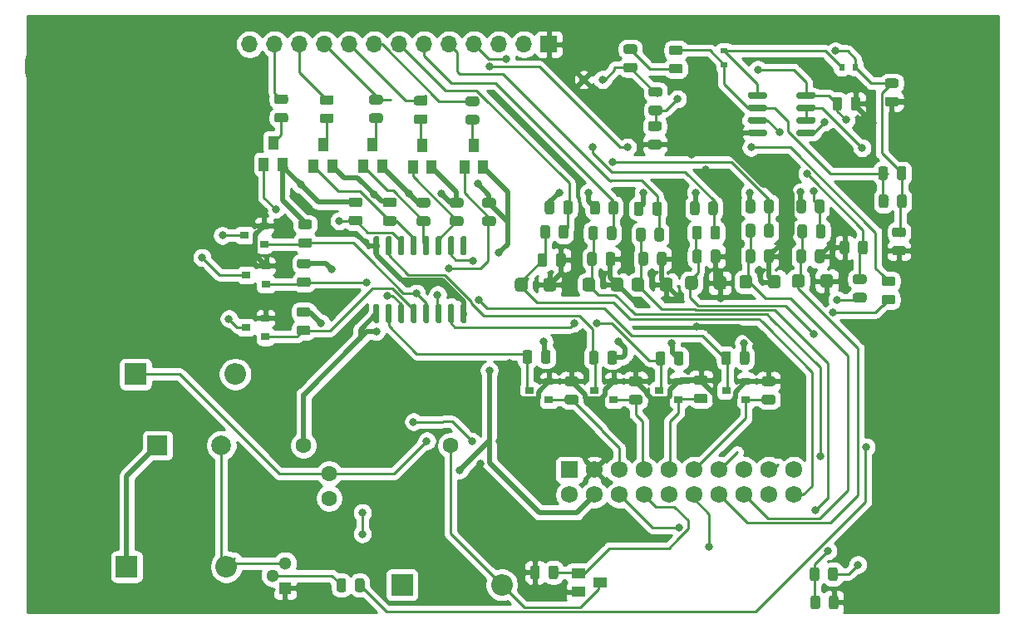
<source format=gbr>
G04 #@! TF.GenerationSoftware,KiCad,Pcbnew,(5.1.6-0-10_14)*
G04 #@! TF.CreationDate,2020-09-03T14:47:53-04:00*
G04 #@! TF.ProjectId,Pufferfish-Interface-2,50756666-6572-4666-9973-682d496e7465,rev?*
G04 #@! TF.SameCoordinates,Original*
G04 #@! TF.FileFunction,Copper,L1,Top*
G04 #@! TF.FilePolarity,Positive*
%FSLAX46Y46*%
G04 Gerber Fmt 4.6, Leading zero omitted, Abs format (unit mm)*
G04 Created by KiCad (PCBNEW (5.1.6-0-10_14)) date 2020-09-03 14:47:53*
%MOMM*%
%LPD*%
G01*
G04 APERTURE LIST*
G04 #@! TA.AperFunction,ComponentPad*
%ADD10C,6.350000*%
G04 #@! TD*
G04 #@! TA.AperFunction,ComponentPad*
%ADD11O,1.700000X1.700000*%
G04 #@! TD*
G04 #@! TA.AperFunction,ComponentPad*
%ADD12R,1.700000X1.700000*%
G04 #@! TD*
G04 #@! TA.AperFunction,ComponentPad*
%ADD13O,2.200000X2.200000*%
G04 #@! TD*
G04 #@! TA.AperFunction,ComponentPad*
%ADD14R,2.200000X2.200000*%
G04 #@! TD*
G04 #@! TA.AperFunction,ComponentPad*
%ADD15R,2.000000X2.000000*%
G04 #@! TD*
G04 #@! TA.AperFunction,ComponentPad*
%ADD16C,2.000000*%
G04 #@! TD*
G04 #@! TA.AperFunction,ComponentPad*
%ADD17C,0.827800*%
G04 #@! TD*
G04 #@! TA.AperFunction,SMDPad,CuDef*
%ADD18R,1.000000X1.400000*%
G04 #@! TD*
G04 #@! TA.AperFunction,ComponentPad*
%ADD19R,1.300000X1.300000*%
G04 #@! TD*
G04 #@! TA.AperFunction,ComponentPad*
%ADD20C,1.300000*%
G04 #@! TD*
G04 #@! TA.AperFunction,SMDPad,CuDef*
%ADD21R,0.600000X0.700000*%
G04 #@! TD*
G04 #@! TA.AperFunction,SMDPad,CuDef*
%ADD22R,0.700000X0.600000*%
G04 #@! TD*
G04 #@! TA.AperFunction,ComponentPad*
%ADD23C,1.725000*%
G04 #@! TD*
G04 #@! TA.AperFunction,ComponentPad*
%ADD24R,1.725000X1.725000*%
G04 #@! TD*
G04 #@! TA.AperFunction,SMDPad,CuDef*
%ADD25R,1.400000X1.000000*%
G04 #@! TD*
G04 #@! TA.AperFunction,SMDPad,CuDef*
%ADD26R,0.900000X0.800000*%
G04 #@! TD*
G04 #@! TA.AperFunction,ComponentPad*
%ADD27C,1.600000*%
G04 #@! TD*
G04 #@! TA.AperFunction,ViaPad*
%ADD28C,0.800000*%
G04 #@! TD*
G04 #@! TA.AperFunction,Conductor*
%ADD29C,0.250000*%
G04 #@! TD*
G04 #@! TA.AperFunction,Conductor*
%ADD30C,0.508000*%
G04 #@! TD*
G04 #@! TA.AperFunction,Conductor*
%ADD31C,0.254000*%
G04 #@! TD*
G04 APERTURE END LIST*
D10*
X75500000Y-51250000D03*
X76000000Y750000D03*
X-16500000Y-51500000D03*
X-16750000Y-750000D03*
D11*
X3020000Y1500000D03*
X5560000Y1500000D03*
X8100000Y1500000D03*
X10640000Y1500000D03*
X13180000Y1500000D03*
X15720000Y1500000D03*
X18260000Y1500000D03*
X20800000Y1500000D03*
X23340000Y1500000D03*
X25880000Y1500000D03*
X28420000Y1500000D03*
X30960000Y1500000D03*
D12*
X33500000Y1500000D03*
D13*
X645380Y-51745980D03*
D14*
X-9514620Y-51745980D03*
G04 #@! TA.AperFunction,SMDPad,CuDef*
G36*
G01*
X36900000Y-23375000D02*
X36900000Y-22625000D01*
G75*
G02*
X37225000Y-22300000I325000J0D01*
G01*
X37875000Y-22300000D01*
G75*
G02*
X38200000Y-22625000I0J-325000D01*
G01*
X38200000Y-23375000D01*
G75*
G02*
X37875000Y-23700000I-325000J0D01*
G01*
X37225000Y-23700000D01*
G75*
G02*
X36900000Y-23375000I0J325000D01*
G01*
G37*
G04 #@! TD.AperFunction*
G04 #@! TA.AperFunction,SMDPad,CuDef*
G36*
G01*
X39800000Y-23375000D02*
X39800000Y-22625000D01*
G75*
G02*
X40125000Y-22300000I325000J0D01*
G01*
X40775000Y-22300000D01*
G75*
G02*
X41100000Y-22625000I0J-325000D01*
G01*
X41100000Y-23375000D01*
G75*
G02*
X40775000Y-23700000I-325000J0D01*
G01*
X40125000Y-23700000D01*
G75*
G02*
X39800000Y-23375000I0J325000D01*
G01*
G37*
G04 #@! TD.AperFunction*
G04 #@! TA.AperFunction,SMDPad,CuDef*
G36*
G01*
X39280000Y-20846250D02*
X39280000Y-19933750D01*
G75*
G02*
X39523750Y-19690000I243750J0D01*
G01*
X40011250Y-19690000D01*
G75*
G02*
X40255000Y-19933750I0J-243750D01*
G01*
X40255000Y-20846250D01*
G75*
G02*
X40011250Y-21090000I-243750J0D01*
G01*
X39523750Y-21090000D01*
G75*
G02*
X39280000Y-20846250I0J243750D01*
G01*
G37*
G04 #@! TD.AperFunction*
G04 #@! TA.AperFunction,SMDPad,CuDef*
G36*
G01*
X37405000Y-20846250D02*
X37405000Y-19933750D01*
G75*
G02*
X37648750Y-19690000I243750J0D01*
G01*
X38136250Y-19690000D01*
G75*
G02*
X38380000Y-19933750I0J-243750D01*
G01*
X38380000Y-20846250D01*
G75*
G02*
X38136250Y-21090000I-243750J0D01*
G01*
X37648750Y-21090000D01*
G75*
G02*
X37405000Y-20846250I0J243750D01*
G01*
G37*
G04 #@! TD.AperFunction*
G04 #@! TA.AperFunction,SMDPad,CuDef*
G36*
G01*
X38500000Y-17303750D02*
X38500000Y-18216250D01*
G75*
G02*
X38256250Y-18460000I-243750J0D01*
G01*
X37768750Y-18460000D01*
G75*
G02*
X37525000Y-18216250I0J243750D01*
G01*
X37525000Y-17303750D01*
G75*
G02*
X37768750Y-17060000I243750J0D01*
G01*
X38256250Y-17060000D01*
G75*
G02*
X38500000Y-17303750I0J-243750D01*
G01*
G37*
G04 #@! TD.AperFunction*
G04 #@! TA.AperFunction,SMDPad,CuDef*
G36*
G01*
X40375000Y-17303750D02*
X40375000Y-18216250D01*
G75*
G02*
X40131250Y-18460000I-243750J0D01*
G01*
X39643750Y-18460000D01*
G75*
G02*
X39400000Y-18216250I0J243750D01*
G01*
X39400000Y-17303750D01*
G75*
G02*
X39643750Y-17060000I243750J0D01*
G01*
X40131250Y-17060000D01*
G75*
G02*
X40375000Y-17303750I0J-243750D01*
G01*
G37*
G04 #@! TD.AperFunction*
G04 #@! TA.AperFunction,SMDPad,CuDef*
G36*
G01*
X39578700Y-15640370D02*
X39578700Y-14727870D01*
G75*
G02*
X39822450Y-14484120I243750J0D01*
G01*
X40309950Y-14484120D01*
G75*
G02*
X40553700Y-14727870I0J-243750D01*
G01*
X40553700Y-15640370D01*
G75*
G02*
X40309950Y-15884120I-243750J0D01*
G01*
X39822450Y-15884120D01*
G75*
G02*
X39578700Y-15640370I0J243750D01*
G01*
G37*
G04 #@! TD.AperFunction*
G04 #@! TA.AperFunction,SMDPad,CuDef*
G36*
G01*
X37703700Y-15640370D02*
X37703700Y-14727870D01*
G75*
G02*
X37947450Y-14484120I243750J0D01*
G01*
X38434950Y-14484120D01*
G75*
G02*
X38678700Y-14727870I0J-243750D01*
G01*
X38678700Y-15640370D01*
G75*
G02*
X38434950Y-15884120I-243750J0D01*
G01*
X37947450Y-15884120D01*
G75*
G02*
X37703700Y-15640370I0J243750D01*
G01*
G37*
G04 #@! TD.AperFunction*
G04 #@! TA.AperFunction,SMDPad,CuDef*
G36*
G01*
X16085960Y-20021780D02*
X15785960Y-20021780D01*
G75*
G02*
X15635960Y-19871780I0J150000D01*
G01*
X15635960Y-18196780D01*
G75*
G02*
X15785960Y-18046780I150000J0D01*
G01*
X16085960Y-18046780D01*
G75*
G02*
X16235960Y-18196780I0J-150000D01*
G01*
X16235960Y-19871780D01*
G75*
G02*
X16085960Y-20021780I-150000J0D01*
G01*
G37*
G04 #@! TD.AperFunction*
G04 #@! TA.AperFunction,SMDPad,CuDef*
G36*
G01*
X17355960Y-20021780D02*
X17055960Y-20021780D01*
G75*
G02*
X16905960Y-19871780I0J150000D01*
G01*
X16905960Y-18196780D01*
G75*
G02*
X17055960Y-18046780I150000J0D01*
G01*
X17355960Y-18046780D01*
G75*
G02*
X17505960Y-18196780I0J-150000D01*
G01*
X17505960Y-19871780D01*
G75*
G02*
X17355960Y-20021780I-150000J0D01*
G01*
G37*
G04 #@! TD.AperFunction*
G04 #@! TA.AperFunction,SMDPad,CuDef*
G36*
G01*
X18625960Y-20021780D02*
X18325960Y-20021780D01*
G75*
G02*
X18175960Y-19871780I0J150000D01*
G01*
X18175960Y-18196780D01*
G75*
G02*
X18325960Y-18046780I150000J0D01*
G01*
X18625960Y-18046780D01*
G75*
G02*
X18775960Y-18196780I0J-150000D01*
G01*
X18775960Y-19871780D01*
G75*
G02*
X18625960Y-20021780I-150000J0D01*
G01*
G37*
G04 #@! TD.AperFunction*
G04 #@! TA.AperFunction,SMDPad,CuDef*
G36*
G01*
X19895960Y-20021780D02*
X19595960Y-20021780D01*
G75*
G02*
X19445960Y-19871780I0J150000D01*
G01*
X19445960Y-18196780D01*
G75*
G02*
X19595960Y-18046780I150000J0D01*
G01*
X19895960Y-18046780D01*
G75*
G02*
X20045960Y-18196780I0J-150000D01*
G01*
X20045960Y-19871780D01*
G75*
G02*
X19895960Y-20021780I-150000J0D01*
G01*
G37*
G04 #@! TD.AperFunction*
G04 #@! TA.AperFunction,SMDPad,CuDef*
G36*
G01*
X21165960Y-20021780D02*
X20865960Y-20021780D01*
G75*
G02*
X20715960Y-19871780I0J150000D01*
G01*
X20715960Y-18196780D01*
G75*
G02*
X20865960Y-18046780I150000J0D01*
G01*
X21165960Y-18046780D01*
G75*
G02*
X21315960Y-18196780I0J-150000D01*
G01*
X21315960Y-19871780D01*
G75*
G02*
X21165960Y-20021780I-150000J0D01*
G01*
G37*
G04 #@! TD.AperFunction*
G04 #@! TA.AperFunction,SMDPad,CuDef*
G36*
G01*
X22435960Y-20021780D02*
X22135960Y-20021780D01*
G75*
G02*
X21985960Y-19871780I0J150000D01*
G01*
X21985960Y-18196780D01*
G75*
G02*
X22135960Y-18046780I150000J0D01*
G01*
X22435960Y-18046780D01*
G75*
G02*
X22585960Y-18196780I0J-150000D01*
G01*
X22585960Y-19871780D01*
G75*
G02*
X22435960Y-20021780I-150000J0D01*
G01*
G37*
G04 #@! TD.AperFunction*
G04 #@! TA.AperFunction,SMDPad,CuDef*
G36*
G01*
X23705960Y-20021780D02*
X23405960Y-20021780D01*
G75*
G02*
X23255960Y-19871780I0J150000D01*
G01*
X23255960Y-18196780D01*
G75*
G02*
X23405960Y-18046780I150000J0D01*
G01*
X23705960Y-18046780D01*
G75*
G02*
X23855960Y-18196780I0J-150000D01*
G01*
X23855960Y-19871780D01*
G75*
G02*
X23705960Y-20021780I-150000J0D01*
G01*
G37*
G04 #@! TD.AperFunction*
G04 #@! TA.AperFunction,SMDPad,CuDef*
G36*
G01*
X24975960Y-20021780D02*
X24675960Y-20021780D01*
G75*
G02*
X24525960Y-19871780I0J150000D01*
G01*
X24525960Y-18196780D01*
G75*
G02*
X24675960Y-18046780I150000J0D01*
G01*
X24975960Y-18046780D01*
G75*
G02*
X25125960Y-18196780I0J-150000D01*
G01*
X25125960Y-19871780D01*
G75*
G02*
X24975960Y-20021780I-150000J0D01*
G01*
G37*
G04 #@! TD.AperFunction*
G04 #@! TA.AperFunction,SMDPad,CuDef*
G36*
G01*
X24975960Y-26946780D02*
X24675960Y-26946780D01*
G75*
G02*
X24525960Y-26796780I0J150000D01*
G01*
X24525960Y-25121780D01*
G75*
G02*
X24675960Y-24971780I150000J0D01*
G01*
X24975960Y-24971780D01*
G75*
G02*
X25125960Y-25121780I0J-150000D01*
G01*
X25125960Y-26796780D01*
G75*
G02*
X24975960Y-26946780I-150000J0D01*
G01*
G37*
G04 #@! TD.AperFunction*
G04 #@! TA.AperFunction,SMDPad,CuDef*
G36*
G01*
X23705960Y-26946780D02*
X23405960Y-26946780D01*
G75*
G02*
X23255960Y-26796780I0J150000D01*
G01*
X23255960Y-25121780D01*
G75*
G02*
X23405960Y-24971780I150000J0D01*
G01*
X23705960Y-24971780D01*
G75*
G02*
X23855960Y-25121780I0J-150000D01*
G01*
X23855960Y-26796780D01*
G75*
G02*
X23705960Y-26946780I-150000J0D01*
G01*
G37*
G04 #@! TD.AperFunction*
G04 #@! TA.AperFunction,SMDPad,CuDef*
G36*
G01*
X22435960Y-26946780D02*
X22135960Y-26946780D01*
G75*
G02*
X21985960Y-26796780I0J150000D01*
G01*
X21985960Y-25121780D01*
G75*
G02*
X22135960Y-24971780I150000J0D01*
G01*
X22435960Y-24971780D01*
G75*
G02*
X22585960Y-25121780I0J-150000D01*
G01*
X22585960Y-26796780D01*
G75*
G02*
X22435960Y-26946780I-150000J0D01*
G01*
G37*
G04 #@! TD.AperFunction*
G04 #@! TA.AperFunction,SMDPad,CuDef*
G36*
G01*
X21165960Y-26946780D02*
X20865960Y-26946780D01*
G75*
G02*
X20715960Y-26796780I0J150000D01*
G01*
X20715960Y-25121780D01*
G75*
G02*
X20865960Y-24971780I150000J0D01*
G01*
X21165960Y-24971780D01*
G75*
G02*
X21315960Y-25121780I0J-150000D01*
G01*
X21315960Y-26796780D01*
G75*
G02*
X21165960Y-26946780I-150000J0D01*
G01*
G37*
G04 #@! TD.AperFunction*
G04 #@! TA.AperFunction,SMDPad,CuDef*
G36*
G01*
X19895960Y-26946780D02*
X19595960Y-26946780D01*
G75*
G02*
X19445960Y-26796780I0J150000D01*
G01*
X19445960Y-25121780D01*
G75*
G02*
X19595960Y-24971780I150000J0D01*
G01*
X19895960Y-24971780D01*
G75*
G02*
X20045960Y-25121780I0J-150000D01*
G01*
X20045960Y-26796780D01*
G75*
G02*
X19895960Y-26946780I-150000J0D01*
G01*
G37*
G04 #@! TD.AperFunction*
G04 #@! TA.AperFunction,SMDPad,CuDef*
G36*
G01*
X18625960Y-26946780D02*
X18325960Y-26946780D01*
G75*
G02*
X18175960Y-26796780I0J150000D01*
G01*
X18175960Y-25121780D01*
G75*
G02*
X18325960Y-24971780I150000J0D01*
G01*
X18625960Y-24971780D01*
G75*
G02*
X18775960Y-25121780I0J-150000D01*
G01*
X18775960Y-26796780D01*
G75*
G02*
X18625960Y-26946780I-150000J0D01*
G01*
G37*
G04 #@! TD.AperFunction*
G04 #@! TA.AperFunction,SMDPad,CuDef*
G36*
G01*
X17355960Y-26946780D02*
X17055960Y-26946780D01*
G75*
G02*
X16905960Y-26796780I0J150000D01*
G01*
X16905960Y-25121780D01*
G75*
G02*
X17055960Y-24971780I150000J0D01*
G01*
X17355960Y-24971780D01*
G75*
G02*
X17505960Y-25121780I0J-150000D01*
G01*
X17505960Y-26796780D01*
G75*
G02*
X17355960Y-26946780I-150000J0D01*
G01*
G37*
G04 #@! TD.AperFunction*
G04 #@! TA.AperFunction,SMDPad,CuDef*
G36*
G01*
X16085960Y-26946780D02*
X15785960Y-26946780D01*
G75*
G02*
X15635960Y-26796780I0J150000D01*
G01*
X15635960Y-25121780D01*
G75*
G02*
X15785960Y-24971780I150000J0D01*
G01*
X16085960Y-24971780D01*
G75*
G02*
X16235960Y-25121780I0J-150000D01*
G01*
X16235960Y-26796780D01*
G75*
G02*
X16085960Y-26946780I-150000J0D01*
G01*
G37*
G04 #@! TD.AperFunction*
G04 #@! TA.AperFunction,SMDPad,CuDef*
G36*
G01*
X33610000Y-17173750D02*
X33610000Y-18086250D01*
G75*
G02*
X33366250Y-18330000I-243750J0D01*
G01*
X32878750Y-18330000D01*
G75*
G02*
X32635000Y-18086250I0J243750D01*
G01*
X32635000Y-17173750D01*
G75*
G02*
X32878750Y-16930000I243750J0D01*
G01*
X33366250Y-16930000D01*
G75*
G02*
X33610000Y-17173750I0J-243750D01*
G01*
G37*
G04 #@! TD.AperFunction*
G04 #@! TA.AperFunction,SMDPad,CuDef*
G36*
G01*
X35485000Y-17173750D02*
X35485000Y-18086250D01*
G75*
G02*
X35241250Y-18330000I-243750J0D01*
G01*
X34753750Y-18330000D01*
G75*
G02*
X34510000Y-18086250I0J243750D01*
G01*
X34510000Y-17173750D01*
G75*
G02*
X34753750Y-16930000I243750J0D01*
G01*
X35241250Y-16930000D01*
G75*
G02*
X35485000Y-17173750I0J-243750D01*
G01*
G37*
G04 #@! TD.AperFunction*
G04 #@! TA.AperFunction,SMDPad,CuDef*
G36*
G01*
X34957500Y-15596250D02*
X34957500Y-14683750D01*
G75*
G02*
X35201250Y-14440000I243750J0D01*
G01*
X35688750Y-14440000D01*
G75*
G02*
X35932500Y-14683750I0J-243750D01*
G01*
X35932500Y-15596250D01*
G75*
G02*
X35688750Y-15840000I-243750J0D01*
G01*
X35201250Y-15840000D01*
G75*
G02*
X34957500Y-15596250I0J243750D01*
G01*
G37*
G04 #@! TD.AperFunction*
G04 #@! TA.AperFunction,SMDPad,CuDef*
G36*
G01*
X33082500Y-15596250D02*
X33082500Y-14683750D01*
G75*
G02*
X33326250Y-14440000I243750J0D01*
G01*
X33813750Y-14440000D01*
G75*
G02*
X34057500Y-14683750I0J-243750D01*
G01*
X34057500Y-15596250D01*
G75*
G02*
X33813750Y-15840000I-243750J0D01*
G01*
X33326250Y-15840000D01*
G75*
G02*
X33082500Y-15596250I0J243750D01*
G01*
G37*
G04 #@! TD.AperFunction*
G04 #@! TA.AperFunction,SMDPad,CuDef*
G36*
G01*
X67623750Y-24040000D02*
X68536250Y-24040000D01*
G75*
G02*
X68780000Y-24283750I0J-243750D01*
G01*
X68780000Y-24771250D01*
G75*
G02*
X68536250Y-25015000I-243750J0D01*
G01*
X67623750Y-25015000D01*
G75*
G02*
X67380000Y-24771250I0J243750D01*
G01*
X67380000Y-24283750D01*
G75*
G02*
X67623750Y-24040000I243750J0D01*
G01*
G37*
G04 #@! TD.AperFunction*
G04 #@! TA.AperFunction,SMDPad,CuDef*
G36*
G01*
X67623750Y-22165000D02*
X68536250Y-22165000D01*
G75*
G02*
X68780000Y-22408750I0J-243750D01*
G01*
X68780000Y-22896250D01*
G75*
G02*
X68536250Y-23140000I-243750J0D01*
G01*
X67623750Y-23140000D01*
G75*
G02*
X67380000Y-22896250I0J243750D01*
G01*
X67380000Y-22408750D01*
G75*
G02*
X67623750Y-22165000I243750J0D01*
G01*
G37*
G04 #@! TD.AperFunction*
G04 #@! TA.AperFunction,SMDPad,CuDef*
G36*
G01*
X5774370Y-5504360D02*
X6686870Y-5504360D01*
G75*
G02*
X6930620Y-5748110I0J-243750D01*
G01*
X6930620Y-6235610D01*
G75*
G02*
X6686870Y-6479360I-243750J0D01*
G01*
X5774370Y-6479360D01*
G75*
G02*
X5530620Y-6235610I0J243750D01*
G01*
X5530620Y-5748110D01*
G75*
G02*
X5774370Y-5504360I243750J0D01*
G01*
G37*
G04 #@! TD.AperFunction*
G04 #@! TA.AperFunction,SMDPad,CuDef*
G36*
G01*
X5774370Y-3629360D02*
X6686870Y-3629360D01*
G75*
G02*
X6930620Y-3873110I0J-243750D01*
G01*
X6930620Y-4360610D01*
G75*
G02*
X6686870Y-4604360I-243750J0D01*
G01*
X5774370Y-4604360D01*
G75*
G02*
X5530620Y-4360610I0J243750D01*
G01*
X5530620Y-3873110D01*
G75*
G02*
X5774370Y-3629360I243750J0D01*
G01*
G37*
G04 #@! TD.AperFunction*
G04 #@! TA.AperFunction,SMDPad,CuDef*
G36*
G01*
X30040000Y-23395000D02*
X30040000Y-22645000D01*
G75*
G02*
X30365000Y-22320000I325000J0D01*
G01*
X31015000Y-22320000D01*
G75*
G02*
X31340000Y-22645000I0J-325000D01*
G01*
X31340000Y-23395000D01*
G75*
G02*
X31015000Y-23720000I-325000J0D01*
G01*
X30365000Y-23720000D01*
G75*
G02*
X30040000Y-23395000I0J325000D01*
G01*
G37*
G04 #@! TD.AperFunction*
G04 #@! TA.AperFunction,SMDPad,CuDef*
G36*
G01*
X32940000Y-23395000D02*
X32940000Y-22645000D01*
G75*
G02*
X33265000Y-22320000I325000J0D01*
G01*
X33915000Y-22320000D01*
G75*
G02*
X34240000Y-22645000I0J-325000D01*
G01*
X34240000Y-23395000D01*
G75*
G02*
X33915000Y-23720000I-325000J0D01*
G01*
X33265000Y-23720000D01*
G75*
G02*
X32940000Y-23395000I0J325000D01*
G01*
G37*
G04 #@! TD.AperFunction*
G04 #@! TA.AperFunction,SMDPad,CuDef*
G36*
G01*
X34235480Y-20957750D02*
X34235480Y-20045250D01*
G75*
G02*
X34479230Y-19801500I243750J0D01*
G01*
X34966730Y-19801500D01*
G75*
G02*
X35210480Y-20045250I0J-243750D01*
G01*
X35210480Y-20957750D01*
G75*
G02*
X34966730Y-21201500I-243750J0D01*
G01*
X34479230Y-21201500D01*
G75*
G02*
X34235480Y-20957750I0J243750D01*
G01*
G37*
G04 #@! TD.AperFunction*
G04 #@! TA.AperFunction,SMDPad,CuDef*
G36*
G01*
X32360480Y-20957750D02*
X32360480Y-20045250D01*
G75*
G02*
X32604230Y-19801500I243750J0D01*
G01*
X33091730Y-19801500D01*
G75*
G02*
X33335480Y-20045250I0J-243750D01*
G01*
X33335480Y-20957750D01*
G75*
G02*
X33091730Y-21201500I-243750J0D01*
G01*
X32604230Y-21201500D01*
G75*
G02*
X32360480Y-20957750I0J243750D01*
G01*
G37*
G04 #@! TD.AperFunction*
D15*
X-6370000Y-39370000D03*
D16*
X130000Y-39370000D03*
D17*
X37050000Y-2100000D03*
X38950000Y-2100000D03*
G04 #@! TA.AperFunction,SMDPad,CuDef*
G36*
G01*
X58720000Y-3885000D02*
X58720000Y-3585000D01*
G75*
G02*
X58870000Y-3435000I150000J0D01*
G01*
X60520000Y-3435000D01*
G75*
G02*
X60670000Y-3585000I0J-150000D01*
G01*
X60670000Y-3885000D01*
G75*
G02*
X60520000Y-4035000I-150000J0D01*
G01*
X58870000Y-4035000D01*
G75*
G02*
X58720000Y-3885000I0J150000D01*
G01*
G37*
G04 #@! TD.AperFunction*
G04 #@! TA.AperFunction,SMDPad,CuDef*
G36*
G01*
X58720000Y-5155000D02*
X58720000Y-4855000D01*
G75*
G02*
X58870000Y-4705000I150000J0D01*
G01*
X60520000Y-4705000D01*
G75*
G02*
X60670000Y-4855000I0J-150000D01*
G01*
X60670000Y-5155000D01*
G75*
G02*
X60520000Y-5305000I-150000J0D01*
G01*
X58870000Y-5305000D01*
G75*
G02*
X58720000Y-5155000I0J150000D01*
G01*
G37*
G04 #@! TD.AperFunction*
G04 #@! TA.AperFunction,SMDPad,CuDef*
G36*
G01*
X58720000Y-6425000D02*
X58720000Y-6125000D01*
G75*
G02*
X58870000Y-5975000I150000J0D01*
G01*
X60520000Y-5975000D01*
G75*
G02*
X60670000Y-6125000I0J-150000D01*
G01*
X60670000Y-6425000D01*
G75*
G02*
X60520000Y-6575000I-150000J0D01*
G01*
X58870000Y-6575000D01*
G75*
G02*
X58720000Y-6425000I0J150000D01*
G01*
G37*
G04 #@! TD.AperFunction*
G04 #@! TA.AperFunction,SMDPad,CuDef*
G36*
G01*
X58720000Y-7695000D02*
X58720000Y-7395000D01*
G75*
G02*
X58870000Y-7245000I150000J0D01*
G01*
X60520000Y-7245000D01*
G75*
G02*
X60670000Y-7395000I0J-150000D01*
G01*
X60670000Y-7695000D01*
G75*
G02*
X60520000Y-7845000I-150000J0D01*
G01*
X58870000Y-7845000D01*
G75*
G02*
X58720000Y-7695000I0J150000D01*
G01*
G37*
G04 #@! TD.AperFunction*
G04 #@! TA.AperFunction,SMDPad,CuDef*
G36*
G01*
X53770000Y-7695000D02*
X53770000Y-7395000D01*
G75*
G02*
X53920000Y-7245000I150000J0D01*
G01*
X55570000Y-7245000D01*
G75*
G02*
X55720000Y-7395000I0J-150000D01*
G01*
X55720000Y-7695000D01*
G75*
G02*
X55570000Y-7845000I-150000J0D01*
G01*
X53920000Y-7845000D01*
G75*
G02*
X53770000Y-7695000I0J150000D01*
G01*
G37*
G04 #@! TD.AperFunction*
G04 #@! TA.AperFunction,SMDPad,CuDef*
G36*
G01*
X53770000Y-6425000D02*
X53770000Y-6125000D01*
G75*
G02*
X53920000Y-5975000I150000J0D01*
G01*
X55570000Y-5975000D01*
G75*
G02*
X55720000Y-6125000I0J-150000D01*
G01*
X55720000Y-6425000D01*
G75*
G02*
X55570000Y-6575000I-150000J0D01*
G01*
X53920000Y-6575000D01*
G75*
G02*
X53770000Y-6425000I0J150000D01*
G01*
G37*
G04 #@! TD.AperFunction*
G04 #@! TA.AperFunction,SMDPad,CuDef*
G36*
G01*
X53770000Y-5155000D02*
X53770000Y-4855000D01*
G75*
G02*
X53920000Y-4705000I150000J0D01*
G01*
X55570000Y-4705000D01*
G75*
G02*
X55720000Y-4855000I0J-150000D01*
G01*
X55720000Y-5155000D01*
G75*
G02*
X55570000Y-5305000I-150000J0D01*
G01*
X53920000Y-5305000D01*
G75*
G02*
X53770000Y-5155000I0J150000D01*
G01*
G37*
G04 #@! TD.AperFunction*
G04 #@! TA.AperFunction,SMDPad,CuDef*
G36*
G01*
X53770000Y-3885000D02*
X53770000Y-3585000D01*
G75*
G02*
X53920000Y-3435000I150000J0D01*
G01*
X55570000Y-3435000D01*
G75*
G02*
X55720000Y-3585000I0J-150000D01*
G01*
X55720000Y-3885000D01*
G75*
G02*
X55570000Y-4035000I-150000J0D01*
G01*
X53920000Y-4035000D01*
G75*
G02*
X53770000Y-3885000I0J150000D01*
G01*
G37*
G04 #@! TD.AperFunction*
G04 #@! TA.AperFunction,SMDPad,CuDef*
G36*
G01*
X13742500Y-54086250D02*
X13742500Y-53173750D01*
G75*
G02*
X13986250Y-52930000I243750J0D01*
G01*
X14473750Y-52930000D01*
G75*
G02*
X14717500Y-53173750I0J-243750D01*
G01*
X14717500Y-54086250D01*
G75*
G02*
X14473750Y-54330000I-243750J0D01*
G01*
X13986250Y-54330000D01*
G75*
G02*
X13742500Y-54086250I0J243750D01*
G01*
G37*
G04 #@! TD.AperFunction*
G04 #@! TA.AperFunction,SMDPad,CuDef*
G36*
G01*
X11867500Y-54086250D02*
X11867500Y-53173750D01*
G75*
G02*
X12111250Y-52930000I243750J0D01*
G01*
X12598750Y-52930000D01*
G75*
G02*
X12842500Y-53173750I0J-243750D01*
G01*
X12842500Y-54086250D01*
G75*
G02*
X12598750Y-54330000I-243750J0D01*
G01*
X12111250Y-54330000D01*
G75*
G02*
X11867500Y-54086250I0J243750D01*
G01*
G37*
G04 #@! TD.AperFunction*
G04 #@! TA.AperFunction,SMDPad,CuDef*
G36*
G01*
X8215310Y-18260720D02*
X9127810Y-18260720D01*
G75*
G02*
X9371560Y-18504470I0J-243750D01*
G01*
X9371560Y-18991970D01*
G75*
G02*
X9127810Y-19235720I-243750J0D01*
G01*
X8215310Y-19235720D01*
G75*
G02*
X7971560Y-18991970I0J243750D01*
G01*
X7971560Y-18504470D01*
G75*
G02*
X8215310Y-18260720I243750J0D01*
G01*
G37*
G04 #@! TD.AperFunction*
G04 #@! TA.AperFunction,SMDPad,CuDef*
G36*
G01*
X8215310Y-16385720D02*
X9127810Y-16385720D01*
G75*
G02*
X9371560Y-16629470I0J-243750D01*
G01*
X9371560Y-17116970D01*
G75*
G02*
X9127810Y-17360720I-243750J0D01*
G01*
X8215310Y-17360720D01*
G75*
G02*
X7971560Y-17116970I0J243750D01*
G01*
X7971560Y-16629470D01*
G75*
G02*
X8215310Y-16385720I243750J0D01*
G01*
G37*
G04 #@! TD.AperFunction*
G04 #@! TA.AperFunction,SMDPad,CuDef*
G36*
G01*
X16838610Y-16020200D02*
X17751110Y-16020200D01*
G75*
G02*
X17994860Y-16263950I0J-243750D01*
G01*
X17994860Y-16751450D01*
G75*
G02*
X17751110Y-16995200I-243750J0D01*
G01*
X16838610Y-16995200D01*
G75*
G02*
X16594860Y-16751450I0J243750D01*
G01*
X16594860Y-16263950D01*
G75*
G02*
X16838610Y-16020200I243750J0D01*
G01*
G37*
G04 #@! TD.AperFunction*
G04 #@! TA.AperFunction,SMDPad,CuDef*
G36*
G01*
X16838610Y-14145200D02*
X17751110Y-14145200D01*
G75*
G02*
X17994860Y-14388950I0J-243750D01*
G01*
X17994860Y-14876450D01*
G75*
G02*
X17751110Y-15120200I-243750J0D01*
G01*
X16838610Y-15120200D01*
G75*
G02*
X16594860Y-14876450I0J243750D01*
G01*
X16594860Y-14388950D01*
G75*
G02*
X16838610Y-14145200I243750J0D01*
G01*
G37*
G04 #@! TD.AperFunction*
G04 #@! TA.AperFunction,SMDPad,CuDef*
G36*
G01*
X8083230Y-22258440D02*
X8995730Y-22258440D01*
G75*
G02*
X9239480Y-22502190I0J-243750D01*
G01*
X9239480Y-22989690D01*
G75*
G02*
X8995730Y-23233440I-243750J0D01*
G01*
X8083230Y-23233440D01*
G75*
G02*
X7839480Y-22989690I0J243750D01*
G01*
X7839480Y-22502190D01*
G75*
G02*
X8083230Y-22258440I243750J0D01*
G01*
G37*
G04 #@! TD.AperFunction*
G04 #@! TA.AperFunction,SMDPad,CuDef*
G36*
G01*
X8083230Y-20383440D02*
X8995730Y-20383440D01*
G75*
G02*
X9239480Y-20627190I0J-243750D01*
G01*
X9239480Y-21114690D01*
G75*
G02*
X8995730Y-21358440I-243750J0D01*
G01*
X8083230Y-21358440D01*
G75*
G02*
X7839480Y-21114690I0J243750D01*
G01*
X7839480Y-20627190D01*
G75*
G02*
X8083230Y-20383440I243750J0D01*
G01*
G37*
G04 #@! TD.AperFunction*
G04 #@! TA.AperFunction,SMDPad,CuDef*
G36*
G01*
X23648350Y-16045600D02*
X24560850Y-16045600D01*
G75*
G02*
X24804600Y-16289350I0J-243750D01*
G01*
X24804600Y-16776850D01*
G75*
G02*
X24560850Y-17020600I-243750J0D01*
G01*
X23648350Y-17020600D01*
G75*
G02*
X23404600Y-16776850I0J243750D01*
G01*
X23404600Y-16289350D01*
G75*
G02*
X23648350Y-16045600I243750J0D01*
G01*
G37*
G04 #@! TD.AperFunction*
G04 #@! TA.AperFunction,SMDPad,CuDef*
G36*
G01*
X23648350Y-14170600D02*
X24560850Y-14170600D01*
G75*
G02*
X24804600Y-14414350I0J-243750D01*
G01*
X24804600Y-14901850D01*
G75*
G02*
X24560850Y-15145600I-243750J0D01*
G01*
X23648350Y-15145600D01*
G75*
G02*
X23404600Y-14901850I0J243750D01*
G01*
X23404600Y-14414350D01*
G75*
G02*
X23648350Y-14170600I243750J0D01*
G01*
G37*
G04 #@! TD.AperFunction*
G04 #@! TA.AperFunction,SMDPad,CuDef*
G36*
G01*
X62027500Y-55836250D02*
X62027500Y-54923750D01*
G75*
G02*
X62271250Y-54680000I243750J0D01*
G01*
X62758750Y-54680000D01*
G75*
G02*
X63002500Y-54923750I0J-243750D01*
G01*
X63002500Y-55836250D01*
G75*
G02*
X62758750Y-56080000I-243750J0D01*
G01*
X62271250Y-56080000D01*
G75*
G02*
X62027500Y-55836250I0J243750D01*
G01*
G37*
G04 #@! TD.AperFunction*
G04 #@! TA.AperFunction,SMDPad,CuDef*
G36*
G01*
X60152500Y-55836250D02*
X60152500Y-54923750D01*
G75*
G02*
X60396250Y-54680000I243750J0D01*
G01*
X60883750Y-54680000D01*
G75*
G02*
X61127500Y-54923750I0J-243750D01*
G01*
X61127500Y-55836250D01*
G75*
G02*
X60883750Y-56080000I-243750J0D01*
G01*
X60396250Y-56080000D01*
G75*
G02*
X60152500Y-55836250I0J243750D01*
G01*
G37*
G04 #@! TD.AperFunction*
G04 #@! TA.AperFunction,SMDPad,CuDef*
G36*
G01*
X61047500Y-52043750D02*
X61047500Y-52956250D01*
G75*
G02*
X60803750Y-53200000I-243750J0D01*
G01*
X60316250Y-53200000D01*
G75*
G02*
X60072500Y-52956250I0J243750D01*
G01*
X60072500Y-52043750D01*
G75*
G02*
X60316250Y-51800000I243750J0D01*
G01*
X60803750Y-51800000D01*
G75*
G02*
X61047500Y-52043750I0J-243750D01*
G01*
G37*
G04 #@! TD.AperFunction*
G04 #@! TA.AperFunction,SMDPad,CuDef*
G36*
G01*
X62922500Y-52043750D02*
X62922500Y-52956250D01*
G75*
G02*
X62678750Y-53200000I-243750J0D01*
G01*
X62191250Y-53200000D01*
G75*
G02*
X61947500Y-52956250I0J243750D01*
G01*
X61947500Y-52043750D01*
G75*
G02*
X62191250Y-51800000I243750J0D01*
G01*
X62678750Y-51800000D01*
G75*
G02*
X62922500Y-52043750I0J-243750D01*
G01*
G37*
G04 #@! TD.AperFunction*
G04 #@! TA.AperFunction,SMDPad,CuDef*
G36*
G01*
X68703750Y-19050000D02*
X69616250Y-19050000D01*
G75*
G02*
X69860000Y-19293750I0J-243750D01*
G01*
X69860000Y-19781250D01*
G75*
G02*
X69616250Y-20025000I-243750J0D01*
G01*
X68703750Y-20025000D01*
G75*
G02*
X68460000Y-19781250I0J243750D01*
G01*
X68460000Y-19293750D01*
G75*
G02*
X68703750Y-19050000I243750J0D01*
G01*
G37*
G04 #@! TD.AperFunction*
G04 #@! TA.AperFunction,SMDPad,CuDef*
G36*
G01*
X68703750Y-17175000D02*
X69616250Y-17175000D01*
G75*
G02*
X69860000Y-17418750I0J-243750D01*
G01*
X69860000Y-17906250D01*
G75*
G02*
X69616250Y-18150000I-243750J0D01*
G01*
X68703750Y-18150000D01*
G75*
G02*
X68460000Y-17906250I0J243750D01*
G01*
X68460000Y-17418750D01*
G75*
G02*
X68703750Y-17175000I243750J0D01*
G01*
G37*
G04 #@! TD.AperFunction*
G04 #@! TA.AperFunction,SMDPad,CuDef*
G36*
G01*
X68932500Y-12096250D02*
X68932500Y-11183750D01*
G75*
G02*
X69176250Y-10940000I243750J0D01*
G01*
X69663750Y-10940000D01*
G75*
G02*
X69907500Y-11183750I0J-243750D01*
G01*
X69907500Y-12096250D01*
G75*
G02*
X69663750Y-12340000I-243750J0D01*
G01*
X69176250Y-12340000D01*
G75*
G02*
X68932500Y-12096250I0J243750D01*
G01*
G37*
G04 #@! TD.AperFunction*
G04 #@! TA.AperFunction,SMDPad,CuDef*
G36*
G01*
X67057500Y-12096250D02*
X67057500Y-11183750D01*
G75*
G02*
X67301250Y-10940000I243750J0D01*
G01*
X67788750Y-10940000D01*
G75*
G02*
X68032500Y-11183750I0J-243750D01*
G01*
X68032500Y-12096250D01*
G75*
G02*
X67788750Y-12340000I-243750J0D01*
G01*
X67301250Y-12340000D01*
G75*
G02*
X67057500Y-12096250I0J243750D01*
G01*
G37*
G04 #@! TD.AperFunction*
G04 #@! TA.AperFunction,SMDPad,CuDef*
G36*
G01*
X64100000Y-18763750D02*
X64100000Y-19676250D01*
G75*
G02*
X63856250Y-19920000I-243750J0D01*
G01*
X63368750Y-19920000D01*
G75*
G02*
X63125000Y-19676250I0J243750D01*
G01*
X63125000Y-18763750D01*
G75*
G02*
X63368750Y-18520000I243750J0D01*
G01*
X63856250Y-18520000D01*
G75*
G02*
X64100000Y-18763750I0J-243750D01*
G01*
G37*
G04 #@! TD.AperFunction*
G04 #@! TA.AperFunction,SMDPad,CuDef*
G36*
G01*
X65975000Y-18763750D02*
X65975000Y-19676250D01*
G75*
G02*
X65731250Y-19920000I-243750J0D01*
G01*
X65243750Y-19920000D01*
G75*
G02*
X65000000Y-19676250I0J243750D01*
G01*
X65000000Y-18763750D01*
G75*
G02*
X65243750Y-18520000I243750J0D01*
G01*
X65731250Y-18520000D01*
G75*
G02*
X65975000Y-18763750I0J-243750D01*
G01*
G37*
G04 #@! TD.AperFunction*
G04 #@! TA.AperFunction,SMDPad,CuDef*
G36*
G01*
X65616250Y-22940000D02*
X64703750Y-22940000D01*
G75*
G02*
X64460000Y-22696250I0J243750D01*
G01*
X64460000Y-22208750D01*
G75*
G02*
X64703750Y-21965000I243750J0D01*
G01*
X65616250Y-21965000D01*
G75*
G02*
X65860000Y-22208750I0J-243750D01*
G01*
X65860000Y-22696250D01*
G75*
G02*
X65616250Y-22940000I-243750J0D01*
G01*
G37*
G04 #@! TD.AperFunction*
G04 #@! TA.AperFunction,SMDPad,CuDef*
G36*
G01*
X65616250Y-24815000D02*
X64703750Y-24815000D01*
G75*
G02*
X64460000Y-24571250I0J243750D01*
G01*
X64460000Y-24083750D01*
G75*
G02*
X64703750Y-23840000I243750J0D01*
G01*
X65616250Y-23840000D01*
G75*
G02*
X65860000Y-24083750I0J-243750D01*
G01*
X65860000Y-24571250D01*
G75*
G02*
X65616250Y-24815000I-243750J0D01*
G01*
G37*
G04 #@! TD.AperFunction*
G04 #@! TA.AperFunction,SMDPad,CuDef*
G36*
G01*
X46896250Y390000D02*
X45983750Y390000D01*
G75*
G02*
X45740000Y633750I0J243750D01*
G01*
X45740000Y1121250D01*
G75*
G02*
X45983750Y1365000I243750J0D01*
G01*
X46896250Y1365000D01*
G75*
G02*
X47140000Y1121250I0J-243750D01*
G01*
X47140000Y633750D01*
G75*
G02*
X46896250Y390000I-243750J0D01*
G01*
G37*
G04 #@! TD.AperFunction*
G04 #@! TA.AperFunction,SMDPad,CuDef*
G36*
G01*
X46896250Y-1485000D02*
X45983750Y-1485000D01*
G75*
G02*
X45740000Y-1241250I0J243750D01*
G01*
X45740000Y-753750D01*
G75*
G02*
X45983750Y-510000I243750J0D01*
G01*
X46896250Y-510000D01*
G75*
G02*
X47140000Y-753750I0J-243750D01*
G01*
X47140000Y-1241250D01*
G75*
G02*
X46896250Y-1485000I-243750J0D01*
G01*
G37*
G04 #@! TD.AperFunction*
G04 #@! TA.AperFunction,SMDPad,CuDef*
G36*
G01*
X44807430Y-3860000D02*
X43894930Y-3860000D01*
G75*
G02*
X43651180Y-3616250I0J243750D01*
G01*
X43651180Y-3128750D01*
G75*
G02*
X43894930Y-2885000I243750J0D01*
G01*
X44807430Y-2885000D01*
G75*
G02*
X45051180Y-3128750I0J-243750D01*
G01*
X45051180Y-3616250D01*
G75*
G02*
X44807430Y-3860000I-243750J0D01*
G01*
G37*
G04 #@! TD.AperFunction*
G04 #@! TA.AperFunction,SMDPad,CuDef*
G36*
G01*
X44807430Y-5735000D02*
X43894930Y-5735000D01*
G75*
G02*
X43651180Y-5491250I0J243750D01*
G01*
X43651180Y-5003750D01*
G75*
G02*
X43894930Y-4760000I243750J0D01*
G01*
X44807430Y-4760000D01*
G75*
G02*
X45051180Y-5003750I0J-243750D01*
G01*
X45051180Y-5491250D01*
G75*
G02*
X44807430Y-5735000I-243750J0D01*
G01*
G37*
G04 #@! TD.AperFunction*
G04 #@! TA.AperFunction,SMDPad,CuDef*
G36*
G01*
X64260000Y-5026250D02*
X64260000Y-4113750D01*
G75*
G02*
X64503750Y-3870000I243750J0D01*
G01*
X64991250Y-3870000D01*
G75*
G02*
X65235000Y-4113750I0J-243750D01*
G01*
X65235000Y-5026250D01*
G75*
G02*
X64991250Y-5270000I-243750J0D01*
G01*
X64503750Y-5270000D01*
G75*
G02*
X64260000Y-5026250I0J243750D01*
G01*
G37*
G04 #@! TD.AperFunction*
G04 #@! TA.AperFunction,SMDPad,CuDef*
G36*
G01*
X62385000Y-5026250D02*
X62385000Y-4113750D01*
G75*
G02*
X62628750Y-3870000I243750J0D01*
G01*
X63116250Y-3870000D01*
G75*
G02*
X63360000Y-4113750I0J-243750D01*
G01*
X63360000Y-5026250D01*
G75*
G02*
X63116250Y-5270000I-243750J0D01*
G01*
X62628750Y-5270000D01*
G75*
G02*
X62385000Y-5026250I0J243750D01*
G01*
G37*
G04 #@! TD.AperFunction*
G04 #@! TA.AperFunction,SMDPad,CuDef*
G36*
G01*
X13348650Y-15992260D02*
X14261150Y-15992260D01*
G75*
G02*
X14504900Y-16236010I0J-243750D01*
G01*
X14504900Y-16723510D01*
G75*
G02*
X14261150Y-16967260I-243750J0D01*
G01*
X13348650Y-16967260D01*
G75*
G02*
X13104900Y-16723510I0J243750D01*
G01*
X13104900Y-16236010D01*
G75*
G02*
X13348650Y-15992260I243750J0D01*
G01*
G37*
G04 #@! TD.AperFunction*
G04 #@! TA.AperFunction,SMDPad,CuDef*
G36*
G01*
X13348650Y-14117260D02*
X14261150Y-14117260D01*
G75*
G02*
X14504900Y-14361010I0J-243750D01*
G01*
X14504900Y-14848510D01*
G75*
G02*
X14261150Y-15092260I-243750J0D01*
G01*
X13348650Y-15092260D01*
G75*
G02*
X13104900Y-14848510I0J243750D01*
G01*
X13104900Y-14361010D01*
G75*
G02*
X13348650Y-14117260I243750J0D01*
G01*
G37*
G04 #@! TD.AperFunction*
G04 #@! TA.AperFunction,SMDPad,CuDef*
G36*
G01*
X8045130Y-27183260D02*
X8957630Y-27183260D01*
G75*
G02*
X9201380Y-27427010I0J-243750D01*
G01*
X9201380Y-27914510D01*
G75*
G02*
X8957630Y-28158260I-243750J0D01*
G01*
X8045130Y-28158260D01*
G75*
G02*
X7801380Y-27914510I0J243750D01*
G01*
X7801380Y-27427010D01*
G75*
G02*
X8045130Y-27183260I243750J0D01*
G01*
G37*
G04 #@! TD.AperFunction*
G04 #@! TA.AperFunction,SMDPad,CuDef*
G36*
G01*
X8045130Y-25308260D02*
X8957630Y-25308260D01*
G75*
G02*
X9201380Y-25552010I0J-243750D01*
G01*
X9201380Y-26039510D01*
G75*
G02*
X8957630Y-26283260I-243750J0D01*
G01*
X8045130Y-26283260D01*
G75*
G02*
X7801380Y-26039510I0J243750D01*
G01*
X7801380Y-25552010D01*
G75*
G02*
X8045130Y-25308260I243750J0D01*
G01*
G37*
G04 #@! TD.AperFunction*
G04 #@! TA.AperFunction,SMDPad,CuDef*
G36*
G01*
X20270150Y-16045600D02*
X21182650Y-16045600D01*
G75*
G02*
X21426400Y-16289350I0J-243750D01*
G01*
X21426400Y-16776850D01*
G75*
G02*
X21182650Y-17020600I-243750J0D01*
G01*
X20270150Y-17020600D01*
G75*
G02*
X20026400Y-16776850I0J243750D01*
G01*
X20026400Y-16289350D01*
G75*
G02*
X20270150Y-16045600I243750J0D01*
G01*
G37*
G04 #@! TD.AperFunction*
G04 #@! TA.AperFunction,SMDPad,CuDef*
G36*
G01*
X20270150Y-14170600D02*
X21182650Y-14170600D01*
G75*
G02*
X21426400Y-14414350I0J-243750D01*
G01*
X21426400Y-14901850D01*
G75*
G02*
X21182650Y-15145600I-243750J0D01*
G01*
X20270150Y-15145600D01*
G75*
G02*
X20026400Y-14901850I0J243750D01*
G01*
X20026400Y-14414350D01*
G75*
G02*
X20270150Y-14170600I243750J0D01*
G01*
G37*
G04 #@! TD.AperFunction*
G04 #@! TA.AperFunction,SMDPad,CuDef*
G36*
G01*
X26942730Y-16045600D02*
X27855230Y-16045600D01*
G75*
G02*
X28098980Y-16289350I0J-243750D01*
G01*
X28098980Y-16776850D01*
G75*
G02*
X27855230Y-17020600I-243750J0D01*
G01*
X26942730Y-17020600D01*
G75*
G02*
X26698980Y-16776850I0J243750D01*
G01*
X26698980Y-16289350D01*
G75*
G02*
X26942730Y-16045600I243750J0D01*
G01*
G37*
G04 #@! TD.AperFunction*
G04 #@! TA.AperFunction,SMDPad,CuDef*
G36*
G01*
X26942730Y-14170600D02*
X27855230Y-14170600D01*
G75*
G02*
X28098980Y-14414350I0J-243750D01*
G01*
X28098980Y-14901850D01*
G75*
G02*
X27855230Y-15145600I-243750J0D01*
G01*
X26942730Y-15145600D01*
G75*
G02*
X26698980Y-14901850I0J243750D01*
G01*
X26698980Y-14414350D01*
G75*
G02*
X26942730Y-14170600I243750J0D01*
G01*
G37*
G04 #@! TD.AperFunction*
D18*
X5420360Y-8524060D03*
X6370360Y-10724060D03*
X4470360Y-10724060D03*
X10492740Y-8694240D03*
X11442740Y-10894240D03*
X9542740Y-10894240D03*
X20594320Y-8808540D03*
X21544320Y-11008540D03*
X19644320Y-11008540D03*
X15562580Y-8734880D03*
X16512580Y-10934880D03*
X14612580Y-10934880D03*
X25859740Y-8831400D03*
X26809740Y-11031400D03*
X24909740Y-11031400D03*
D19*
X6630000Y-53920000D03*
D20*
X6630000Y-51380000D03*
X5360000Y-52650000D03*
D21*
X64720000Y-860000D03*
X63320000Y-860000D03*
D22*
X51350000Y810000D03*
X51350000Y-590000D03*
D23*
X58453500Y-44409840D03*
X58453500Y-41869840D03*
X55913500Y-44409840D03*
X55913500Y-41869840D03*
X48293500Y-41869840D03*
X48293500Y-44409840D03*
X50833500Y-41869840D03*
X50833500Y-44409840D03*
X53373500Y-41869840D03*
X53373500Y-44409840D03*
X40673500Y-41869840D03*
X35593500Y-44409840D03*
X38133500Y-41869840D03*
X40673500Y-44409840D03*
D24*
X35593500Y-41869840D03*
D23*
X43213500Y-41869840D03*
X43213500Y-44409840D03*
X45753500Y-41869840D03*
X45753500Y-44409840D03*
X38133500Y-44409840D03*
G04 #@! TA.AperFunction,SMDPad,CuDef*
G36*
G01*
X67963750Y-3870000D02*
X68876250Y-3870000D01*
G75*
G02*
X69120000Y-4113750I0J-243750D01*
G01*
X69120000Y-4601250D01*
G75*
G02*
X68876250Y-4845000I-243750J0D01*
G01*
X67963750Y-4845000D01*
G75*
G02*
X67720000Y-4601250I0J243750D01*
G01*
X67720000Y-4113750D01*
G75*
G02*
X67963750Y-3870000I243750J0D01*
G01*
G37*
G04 #@! TD.AperFunction*
G04 #@! TA.AperFunction,SMDPad,CuDef*
G36*
G01*
X67963750Y-1995000D02*
X68876250Y-1995000D01*
G75*
G02*
X69120000Y-2238750I0J-243750D01*
G01*
X69120000Y-2726250D01*
G75*
G02*
X68876250Y-2970000I-243750J0D01*
G01*
X67963750Y-2970000D01*
G75*
G02*
X67720000Y-2726250I0J243750D01*
G01*
X67720000Y-2238750D01*
G75*
G02*
X67963750Y-1995000I243750J0D01*
G01*
G37*
G04 #@! TD.AperFunction*
G04 #@! TA.AperFunction,SMDPad,CuDef*
G36*
G01*
X68072500Y-14043750D02*
X68072500Y-14956250D01*
G75*
G02*
X67828750Y-15200000I-243750J0D01*
G01*
X67341250Y-15200000D01*
G75*
G02*
X67097500Y-14956250I0J243750D01*
G01*
X67097500Y-14043750D01*
G75*
G02*
X67341250Y-13800000I243750J0D01*
G01*
X67828750Y-13800000D01*
G75*
G02*
X68072500Y-14043750I0J-243750D01*
G01*
G37*
G04 #@! TD.AperFunction*
G04 #@! TA.AperFunction,SMDPad,CuDef*
G36*
G01*
X69947500Y-14043750D02*
X69947500Y-14956250D01*
G75*
G02*
X69703750Y-15200000I-243750J0D01*
G01*
X69216250Y-15200000D01*
G75*
G02*
X68972500Y-14956250I0J243750D01*
G01*
X68972500Y-14043750D01*
G75*
G02*
X69216250Y-13800000I243750J0D01*
G01*
X69703750Y-13800000D01*
G75*
G02*
X69947500Y-14043750I0J-243750D01*
G01*
G37*
G04 #@! TD.AperFunction*
G04 #@! TA.AperFunction,SMDPad,CuDef*
G36*
G01*
X42246250Y500000D02*
X41333750Y500000D01*
G75*
G02*
X41090000Y743750I0J243750D01*
G01*
X41090000Y1231250D01*
G75*
G02*
X41333750Y1475000I243750J0D01*
G01*
X42246250Y1475000D01*
G75*
G02*
X42490000Y1231250I0J-243750D01*
G01*
X42490000Y743750D01*
G75*
G02*
X42246250Y500000I-243750J0D01*
G01*
G37*
G04 #@! TD.AperFunction*
G04 #@! TA.AperFunction,SMDPad,CuDef*
G36*
G01*
X42246250Y-1375000D02*
X41333750Y-1375000D01*
G75*
G02*
X41090000Y-1131250I0J243750D01*
G01*
X41090000Y-643750D01*
G75*
G02*
X41333750Y-400000I243750J0D01*
G01*
X42246250Y-400000D01*
G75*
G02*
X42490000Y-643750I0J-243750D01*
G01*
X42490000Y-1131250D01*
G75*
G02*
X42246250Y-1375000I-243750J0D01*
G01*
G37*
G04 #@! TD.AperFunction*
G04 #@! TA.AperFunction,SMDPad,CuDef*
G36*
G01*
X43841590Y-8239800D02*
X44754090Y-8239800D01*
G75*
G02*
X44997840Y-8483550I0J-243750D01*
G01*
X44997840Y-8971050D01*
G75*
G02*
X44754090Y-9214800I-243750J0D01*
G01*
X43841590Y-9214800D01*
G75*
G02*
X43597840Y-8971050I0J243750D01*
G01*
X43597840Y-8483550D01*
G75*
G02*
X43841590Y-8239800I243750J0D01*
G01*
G37*
G04 #@! TD.AperFunction*
G04 #@! TA.AperFunction,SMDPad,CuDef*
G36*
G01*
X43841590Y-6364800D02*
X44754090Y-6364800D01*
G75*
G02*
X44997840Y-6608550I0J-243750D01*
G01*
X44997840Y-7096050D01*
G75*
G02*
X44754090Y-7339800I-243750J0D01*
G01*
X43841590Y-7339800D01*
G75*
G02*
X43597840Y-7096050I0J243750D01*
G01*
X43597840Y-6608550D01*
G75*
G02*
X43841590Y-6364800I243750J0D01*
G01*
G37*
G04 #@! TD.AperFunction*
D25*
X38692000Y-53340000D03*
X36492000Y-54290000D03*
X36492000Y-52390000D03*
G04 #@! TA.AperFunction,SMDPad,CuDef*
G36*
G01*
X43360000Y-17453750D02*
X43360000Y-18366250D01*
G75*
G02*
X43116250Y-18610000I-243750J0D01*
G01*
X42628750Y-18610000D01*
G75*
G02*
X42385000Y-18366250I0J243750D01*
G01*
X42385000Y-17453750D01*
G75*
G02*
X42628750Y-17210000I243750J0D01*
G01*
X43116250Y-17210000D01*
G75*
G02*
X43360000Y-17453750I0J-243750D01*
G01*
G37*
G04 #@! TD.AperFunction*
G04 #@! TA.AperFunction,SMDPad,CuDef*
G36*
G01*
X45235000Y-17453750D02*
X45235000Y-18366250D01*
G75*
G02*
X44991250Y-18610000I-243750J0D01*
G01*
X44503750Y-18610000D01*
G75*
G02*
X44260000Y-18366250I0J243750D01*
G01*
X44260000Y-17453750D01*
G75*
G02*
X44503750Y-17210000I243750J0D01*
G01*
X44991250Y-17210000D01*
G75*
G02*
X45235000Y-17453750I0J-243750D01*
G01*
G37*
G04 #@! TD.AperFunction*
G04 #@! TA.AperFunction,SMDPad,CuDef*
G36*
G01*
X49070000Y-17253750D02*
X49070000Y-18166250D01*
G75*
G02*
X48826250Y-18410000I-243750J0D01*
G01*
X48338750Y-18410000D01*
G75*
G02*
X48095000Y-18166250I0J243750D01*
G01*
X48095000Y-17253750D01*
G75*
G02*
X48338750Y-17010000I243750J0D01*
G01*
X48826250Y-17010000D01*
G75*
G02*
X49070000Y-17253750I0J-243750D01*
G01*
G37*
G04 #@! TD.AperFunction*
G04 #@! TA.AperFunction,SMDPad,CuDef*
G36*
G01*
X50945000Y-17253750D02*
X50945000Y-18166250D01*
G75*
G02*
X50701250Y-18410000I-243750J0D01*
G01*
X50213750Y-18410000D01*
G75*
G02*
X49970000Y-18166250I0J243750D01*
G01*
X49970000Y-17253750D01*
G75*
G02*
X50213750Y-17010000I243750J0D01*
G01*
X50701250Y-17010000D01*
G75*
G02*
X50945000Y-17253750I0J-243750D01*
G01*
G37*
G04 #@! TD.AperFunction*
G04 #@! TA.AperFunction,SMDPad,CuDef*
G36*
G01*
X54520680Y-17043750D02*
X54520680Y-17956250D01*
G75*
G02*
X54276930Y-18200000I-243750J0D01*
G01*
X53789430Y-18200000D01*
G75*
G02*
X53545680Y-17956250I0J243750D01*
G01*
X53545680Y-17043750D01*
G75*
G02*
X53789430Y-16800000I243750J0D01*
G01*
X54276930Y-16800000D01*
G75*
G02*
X54520680Y-17043750I0J-243750D01*
G01*
G37*
G04 #@! TD.AperFunction*
G04 #@! TA.AperFunction,SMDPad,CuDef*
G36*
G01*
X56395680Y-17043750D02*
X56395680Y-17956250D01*
G75*
G02*
X56151930Y-18200000I-243750J0D01*
G01*
X55664430Y-18200000D01*
G75*
G02*
X55420680Y-17956250I0J243750D01*
G01*
X55420680Y-17043750D01*
G75*
G02*
X55664430Y-16800000I243750J0D01*
G01*
X56151930Y-16800000D01*
G75*
G02*
X56395680Y-17043750I0J-243750D01*
G01*
G37*
G04 #@! TD.AperFunction*
G04 #@! TA.AperFunction,SMDPad,CuDef*
G36*
G01*
X59791420Y-17115470D02*
X59791420Y-18027970D01*
G75*
G02*
X59547670Y-18271720I-243750J0D01*
G01*
X59060170Y-18271720D01*
G75*
G02*
X58816420Y-18027970I0J243750D01*
G01*
X58816420Y-17115470D01*
G75*
G02*
X59060170Y-16871720I243750J0D01*
G01*
X59547670Y-16871720D01*
G75*
G02*
X59791420Y-17115470I0J-243750D01*
G01*
G37*
G04 #@! TD.AperFunction*
G04 #@! TA.AperFunction,SMDPad,CuDef*
G36*
G01*
X61666420Y-17115470D02*
X61666420Y-18027970D01*
G75*
G02*
X61422670Y-18271720I-243750J0D01*
G01*
X60935170Y-18271720D01*
G75*
G02*
X60691420Y-18027970I0J243750D01*
G01*
X60691420Y-17115470D01*
G75*
G02*
X60935170Y-16871720I243750J0D01*
G01*
X61422670Y-16871720D01*
G75*
G02*
X61666420Y-17115470I0J-243750D01*
G01*
G37*
G04 #@! TD.AperFunction*
G04 #@! TA.AperFunction,SMDPad,CuDef*
G36*
G01*
X44041240Y-15734350D02*
X44041240Y-14821850D01*
G75*
G02*
X44284990Y-14578100I243750J0D01*
G01*
X44772490Y-14578100D01*
G75*
G02*
X45016240Y-14821850I0J-243750D01*
G01*
X45016240Y-15734350D01*
G75*
G02*
X44772490Y-15978100I-243750J0D01*
G01*
X44284990Y-15978100D01*
G75*
G02*
X44041240Y-15734350I0J243750D01*
G01*
G37*
G04 #@! TD.AperFunction*
G04 #@! TA.AperFunction,SMDPad,CuDef*
G36*
G01*
X42166240Y-15734350D02*
X42166240Y-14821850D01*
G75*
G02*
X42409990Y-14578100I243750J0D01*
G01*
X42897490Y-14578100D01*
G75*
G02*
X43141240Y-14821850I0J-243750D01*
G01*
X43141240Y-15734350D01*
G75*
G02*
X42897490Y-15978100I-243750J0D01*
G01*
X42409990Y-15978100D01*
G75*
G02*
X42166240Y-15734350I0J243750D01*
G01*
G37*
G04 #@! TD.AperFunction*
G04 #@! TA.AperFunction,SMDPad,CuDef*
G36*
G01*
X49743780Y-15673390D02*
X49743780Y-14760890D01*
G75*
G02*
X49987530Y-14517140I243750J0D01*
G01*
X50475030Y-14517140D01*
G75*
G02*
X50718780Y-14760890I0J-243750D01*
G01*
X50718780Y-15673390D01*
G75*
G02*
X50475030Y-15917140I-243750J0D01*
G01*
X49987530Y-15917140D01*
G75*
G02*
X49743780Y-15673390I0J243750D01*
G01*
G37*
G04 #@! TD.AperFunction*
G04 #@! TA.AperFunction,SMDPad,CuDef*
G36*
G01*
X47868780Y-15673390D02*
X47868780Y-14760890D01*
G75*
G02*
X48112530Y-14517140I243750J0D01*
G01*
X48600030Y-14517140D01*
G75*
G02*
X48843780Y-14760890I0J-243750D01*
G01*
X48843780Y-15673390D01*
G75*
G02*
X48600030Y-15917140I-243750J0D01*
G01*
X48112530Y-15917140D01*
G75*
G02*
X47868780Y-15673390I0J243750D01*
G01*
G37*
G04 #@! TD.AperFunction*
G04 #@! TA.AperFunction,SMDPad,CuDef*
G36*
G01*
X55420680Y-15487970D02*
X55420680Y-14575470D01*
G75*
G02*
X55664430Y-14331720I243750J0D01*
G01*
X56151930Y-14331720D01*
G75*
G02*
X56395680Y-14575470I0J-243750D01*
G01*
X56395680Y-15487970D01*
G75*
G02*
X56151930Y-15731720I-243750J0D01*
G01*
X55664430Y-15731720D01*
G75*
G02*
X55420680Y-15487970I0J243750D01*
G01*
G37*
G04 #@! TD.AperFunction*
G04 #@! TA.AperFunction,SMDPad,CuDef*
G36*
G01*
X53545680Y-15487970D02*
X53545680Y-14575470D01*
G75*
G02*
X53789430Y-14331720I243750J0D01*
G01*
X54276930Y-14331720D01*
G75*
G02*
X54520680Y-14575470I0J-243750D01*
G01*
X54520680Y-15487970D01*
G75*
G02*
X54276930Y-15731720I-243750J0D01*
G01*
X53789430Y-15731720D01*
G75*
G02*
X53545680Y-15487970I0J243750D01*
G01*
G37*
G04 #@! TD.AperFunction*
G04 #@! TA.AperFunction,SMDPad,CuDef*
G36*
G01*
X60594420Y-15487970D02*
X60594420Y-14575470D01*
G75*
G02*
X60838170Y-14331720I243750J0D01*
G01*
X61325670Y-14331720D01*
G75*
G02*
X61569420Y-14575470I0J-243750D01*
G01*
X61569420Y-15487970D01*
G75*
G02*
X61325670Y-15731720I-243750J0D01*
G01*
X60838170Y-15731720D01*
G75*
G02*
X60594420Y-15487970I0J243750D01*
G01*
G37*
G04 #@! TD.AperFunction*
G04 #@! TA.AperFunction,SMDPad,CuDef*
G36*
G01*
X58719420Y-15487970D02*
X58719420Y-14575470D01*
G75*
G02*
X58963170Y-14331720I243750J0D01*
G01*
X59450670Y-14331720D01*
G75*
G02*
X59694420Y-14575470I0J-243750D01*
G01*
X59694420Y-15487970D01*
G75*
G02*
X59450670Y-15731720I-243750J0D01*
G01*
X58963170Y-15731720D01*
G75*
G02*
X58719420Y-15487970I0J243750D01*
G01*
G37*
G04 #@! TD.AperFunction*
G04 #@! TA.AperFunction,SMDPad,CuDef*
G36*
G01*
X10422570Y-5573180D02*
X11335070Y-5573180D01*
G75*
G02*
X11578820Y-5816930I0J-243750D01*
G01*
X11578820Y-6304430D01*
G75*
G02*
X11335070Y-6548180I-243750J0D01*
G01*
X10422570Y-6548180D01*
G75*
G02*
X10178820Y-6304430I0J243750D01*
G01*
X10178820Y-5816930D01*
G75*
G02*
X10422570Y-5573180I243750J0D01*
G01*
G37*
G04 #@! TD.AperFunction*
G04 #@! TA.AperFunction,SMDPad,CuDef*
G36*
G01*
X10422570Y-3698180D02*
X11335070Y-3698180D01*
G75*
G02*
X11578820Y-3941930I0J-243750D01*
G01*
X11578820Y-4429430D01*
G75*
G02*
X11335070Y-4673180I-243750J0D01*
G01*
X10422570Y-4673180D01*
G75*
G02*
X10178820Y-4429430I0J243750D01*
G01*
X10178820Y-3941930D01*
G75*
G02*
X10422570Y-3698180I243750J0D01*
G01*
G37*
G04 #@! TD.AperFunction*
G04 #@! TA.AperFunction,SMDPad,CuDef*
G36*
G01*
X15428910Y-5545000D02*
X16341410Y-5545000D01*
G75*
G02*
X16585160Y-5788750I0J-243750D01*
G01*
X16585160Y-6276250D01*
G75*
G02*
X16341410Y-6520000I-243750J0D01*
G01*
X15428910Y-6520000D01*
G75*
G02*
X15185160Y-6276250I0J243750D01*
G01*
X15185160Y-5788750D01*
G75*
G02*
X15428910Y-5545000I243750J0D01*
G01*
G37*
G04 #@! TD.AperFunction*
G04 #@! TA.AperFunction,SMDPad,CuDef*
G36*
G01*
X15428910Y-3670000D02*
X16341410Y-3670000D01*
G75*
G02*
X16585160Y-3913750I0J-243750D01*
G01*
X16585160Y-4401250D01*
G75*
G02*
X16341410Y-4645000I-243750J0D01*
G01*
X15428910Y-4645000D01*
G75*
G02*
X15185160Y-4401250I0J243750D01*
G01*
X15185160Y-3913750D01*
G75*
G02*
X15428910Y-3670000I243750J0D01*
G01*
G37*
G04 #@! TD.AperFunction*
G04 #@! TA.AperFunction,SMDPad,CuDef*
G36*
G01*
X19983130Y-5651680D02*
X20895630Y-5651680D01*
G75*
G02*
X21139380Y-5895430I0J-243750D01*
G01*
X21139380Y-6382930D01*
G75*
G02*
X20895630Y-6626680I-243750J0D01*
G01*
X19983130Y-6626680D01*
G75*
G02*
X19739380Y-6382930I0J243750D01*
G01*
X19739380Y-5895430D01*
G75*
G02*
X19983130Y-5651680I243750J0D01*
G01*
G37*
G04 #@! TD.AperFunction*
G04 #@! TA.AperFunction,SMDPad,CuDef*
G36*
G01*
X19983130Y-3776680D02*
X20895630Y-3776680D01*
G75*
G02*
X21139380Y-4020430I0J-243750D01*
G01*
X21139380Y-4507930D01*
G75*
G02*
X20895630Y-4751680I-243750J0D01*
G01*
X19983130Y-4751680D01*
G75*
G02*
X19739380Y-4507930I0J243750D01*
G01*
X19739380Y-4020430D01*
G75*
G02*
X19983130Y-3776680I243750J0D01*
G01*
G37*
G04 #@! TD.AperFunction*
G04 #@! TA.AperFunction,SMDPad,CuDef*
G36*
G01*
X25246010Y-5700180D02*
X26158510Y-5700180D01*
G75*
G02*
X26402260Y-5943930I0J-243750D01*
G01*
X26402260Y-6431430D01*
G75*
G02*
X26158510Y-6675180I-243750J0D01*
G01*
X25246010Y-6675180D01*
G75*
G02*
X25002260Y-6431430I0J243750D01*
G01*
X25002260Y-5943930D01*
G75*
G02*
X25246010Y-5700180I243750J0D01*
G01*
G37*
G04 #@! TD.AperFunction*
G04 #@! TA.AperFunction,SMDPad,CuDef*
G36*
G01*
X25246010Y-3825180D02*
X26158510Y-3825180D01*
G75*
G02*
X26402260Y-4068930I0J-243750D01*
G01*
X26402260Y-4556430D01*
G75*
G02*
X26158510Y-4800180I-243750J0D01*
G01*
X25246010Y-4800180D01*
G75*
G02*
X25002260Y-4556430I0J243750D01*
G01*
X25002260Y-4068930D01*
G75*
G02*
X25246010Y-3825180I243750J0D01*
G01*
G37*
G04 #@! TD.AperFunction*
G04 #@! TA.AperFunction,SMDPad,CuDef*
G36*
G01*
X32570000Y-51867750D02*
X32570000Y-52780250D01*
G75*
G02*
X32326250Y-53024000I-243750J0D01*
G01*
X31838750Y-53024000D01*
G75*
G02*
X31595000Y-52780250I0J243750D01*
G01*
X31595000Y-51867750D01*
G75*
G02*
X31838750Y-51624000I243750J0D01*
G01*
X32326250Y-51624000D01*
G75*
G02*
X32570000Y-51867750I0J-243750D01*
G01*
G37*
G04 #@! TD.AperFunction*
G04 #@! TA.AperFunction,SMDPad,CuDef*
G36*
G01*
X34445000Y-51867750D02*
X34445000Y-52780250D01*
G75*
G02*
X34201250Y-53024000I-243750J0D01*
G01*
X33713750Y-53024000D01*
G75*
G02*
X33470000Y-52780250I0J243750D01*
G01*
X33470000Y-51867750D01*
G75*
G02*
X33713750Y-51624000I243750J0D01*
G01*
X34201250Y-51624000D01*
G75*
G02*
X34445000Y-51867750I0J-243750D01*
G01*
G37*
G04 #@! TD.AperFunction*
G04 #@! TA.AperFunction,SMDPad,CuDef*
G36*
G01*
X52049020Y-30023750D02*
X52049020Y-30936250D01*
G75*
G02*
X51805270Y-31180000I-243750J0D01*
G01*
X51317770Y-31180000D01*
G75*
G02*
X51074020Y-30936250I0J243750D01*
G01*
X51074020Y-30023750D01*
G75*
G02*
X51317770Y-29780000I243750J0D01*
G01*
X51805270Y-29780000D01*
G75*
G02*
X52049020Y-30023750I0J-243750D01*
G01*
G37*
G04 #@! TD.AperFunction*
G04 #@! TA.AperFunction,SMDPad,CuDef*
G36*
G01*
X53924020Y-30023750D02*
X53924020Y-30936250D01*
G75*
G02*
X53680270Y-31180000I-243750J0D01*
G01*
X53192770Y-31180000D01*
G75*
G02*
X52949020Y-30936250I0J243750D01*
G01*
X52949020Y-30023750D01*
G75*
G02*
X53192770Y-29780000I243750J0D01*
G01*
X53680270Y-29780000D01*
G75*
G02*
X53924020Y-30023750I0J-243750D01*
G01*
G37*
G04 #@! TD.AperFunction*
G04 #@! TA.AperFunction,SMDPad,CuDef*
G36*
G01*
X45348500Y-30061850D02*
X45348500Y-30974350D01*
G75*
G02*
X45104750Y-31218100I-243750J0D01*
G01*
X44617250Y-31218100D01*
G75*
G02*
X44373500Y-30974350I0J243750D01*
G01*
X44373500Y-30061850D01*
G75*
G02*
X44617250Y-29818100I243750J0D01*
G01*
X45104750Y-29818100D01*
G75*
G02*
X45348500Y-30061850I0J-243750D01*
G01*
G37*
G04 #@! TD.AperFunction*
G04 #@! TA.AperFunction,SMDPad,CuDef*
G36*
G01*
X47223500Y-30061850D02*
X47223500Y-30974350D01*
G75*
G02*
X46979750Y-31218100I-243750J0D01*
G01*
X46492250Y-31218100D01*
G75*
G02*
X46248500Y-30974350I0J243750D01*
G01*
X46248500Y-30061850D01*
G75*
G02*
X46492250Y-29818100I243750J0D01*
G01*
X46979750Y-29818100D01*
G75*
G02*
X47223500Y-30061850I0J-243750D01*
G01*
G37*
G04 #@! TD.AperFunction*
G04 #@! TA.AperFunction,SMDPad,CuDef*
G36*
G01*
X38559320Y-29983110D02*
X38559320Y-30895610D01*
G75*
G02*
X38315570Y-31139360I-243750J0D01*
G01*
X37828070Y-31139360D01*
G75*
G02*
X37584320Y-30895610I0J243750D01*
G01*
X37584320Y-29983110D01*
G75*
G02*
X37828070Y-29739360I243750J0D01*
G01*
X38315570Y-29739360D01*
G75*
G02*
X38559320Y-29983110I0J-243750D01*
G01*
G37*
G04 #@! TD.AperFunction*
G04 #@! TA.AperFunction,SMDPad,CuDef*
G36*
G01*
X40434320Y-29983110D02*
X40434320Y-30895610D01*
G75*
G02*
X40190570Y-31139360I-243750J0D01*
G01*
X39703070Y-31139360D01*
G75*
G02*
X39459320Y-30895610I0J243750D01*
G01*
X39459320Y-29983110D01*
G75*
G02*
X39703070Y-29739360I243750J0D01*
G01*
X40190570Y-29739360D01*
G75*
G02*
X40434320Y-29983110I0J-243750D01*
G01*
G37*
G04 #@! TD.AperFunction*
G04 #@! TA.AperFunction,SMDPad,CuDef*
G36*
G01*
X31798080Y-29904370D02*
X31798080Y-30816870D01*
G75*
G02*
X31554330Y-31060620I-243750J0D01*
G01*
X31066830Y-31060620D01*
G75*
G02*
X30823080Y-30816870I0J243750D01*
G01*
X30823080Y-29904370D01*
G75*
G02*
X31066830Y-29660620I243750J0D01*
G01*
X31554330Y-29660620D01*
G75*
G02*
X31798080Y-29904370I0J-243750D01*
G01*
G37*
G04 #@! TD.AperFunction*
G04 #@! TA.AperFunction,SMDPad,CuDef*
G36*
G01*
X33673080Y-29904370D02*
X33673080Y-30816870D01*
G75*
G02*
X33429330Y-31060620I-243750J0D01*
G01*
X32941830Y-31060620D01*
G75*
G02*
X32698080Y-30816870I0J243750D01*
G01*
X32698080Y-29904370D01*
G75*
G02*
X32941830Y-29660620I243750J0D01*
G01*
X33429330Y-29660620D01*
G75*
G02*
X33673080Y-29904370I0J-243750D01*
G01*
G37*
G04 #@! TD.AperFunction*
G04 #@! TA.AperFunction,SMDPad,CuDef*
G36*
G01*
X56336250Y-33332000D02*
X55423750Y-33332000D01*
G75*
G02*
X55180000Y-33088250I0J243750D01*
G01*
X55180000Y-32600750D01*
G75*
G02*
X55423750Y-32357000I243750J0D01*
G01*
X56336250Y-32357000D01*
G75*
G02*
X56580000Y-32600750I0J-243750D01*
G01*
X56580000Y-33088250D01*
G75*
G02*
X56336250Y-33332000I-243750J0D01*
G01*
G37*
G04 #@! TD.AperFunction*
G04 #@! TA.AperFunction,SMDPad,CuDef*
G36*
G01*
X56336250Y-35207000D02*
X55423750Y-35207000D01*
G75*
G02*
X55180000Y-34963250I0J243750D01*
G01*
X55180000Y-34475750D01*
G75*
G02*
X55423750Y-34232000I243750J0D01*
G01*
X56336250Y-34232000D01*
G75*
G02*
X56580000Y-34475750I0J-243750D01*
G01*
X56580000Y-34963250D01*
G75*
G02*
X56336250Y-35207000I-243750J0D01*
G01*
G37*
G04 #@! TD.AperFunction*
G04 #@! TA.AperFunction,SMDPad,CuDef*
G36*
G01*
X49432530Y-33225320D02*
X48520030Y-33225320D01*
G75*
G02*
X48276280Y-32981570I0J243750D01*
G01*
X48276280Y-32494070D01*
G75*
G02*
X48520030Y-32250320I243750J0D01*
G01*
X49432530Y-32250320D01*
G75*
G02*
X49676280Y-32494070I0J-243750D01*
G01*
X49676280Y-32981570D01*
G75*
G02*
X49432530Y-33225320I-243750J0D01*
G01*
G37*
G04 #@! TD.AperFunction*
G04 #@! TA.AperFunction,SMDPad,CuDef*
G36*
G01*
X49432530Y-35100320D02*
X48520030Y-35100320D01*
G75*
G02*
X48276280Y-34856570I0J243750D01*
G01*
X48276280Y-34369070D01*
G75*
G02*
X48520030Y-34125320I243750J0D01*
G01*
X49432530Y-34125320D01*
G75*
G02*
X49676280Y-34369070I0J-243750D01*
G01*
X49676280Y-34856570D01*
G75*
G02*
X49432530Y-35100320I-243750J0D01*
G01*
G37*
G04 #@! TD.AperFunction*
G04 #@! TA.AperFunction,SMDPad,CuDef*
G36*
G01*
X42798050Y-33332000D02*
X41885550Y-33332000D01*
G75*
G02*
X41641800Y-33088250I0J243750D01*
G01*
X41641800Y-32600750D01*
G75*
G02*
X41885550Y-32357000I243750J0D01*
G01*
X42798050Y-32357000D01*
G75*
G02*
X43041800Y-32600750I0J-243750D01*
G01*
X43041800Y-33088250D01*
G75*
G02*
X42798050Y-33332000I-243750J0D01*
G01*
G37*
G04 #@! TD.AperFunction*
G04 #@! TA.AperFunction,SMDPad,CuDef*
G36*
G01*
X42798050Y-35207000D02*
X41885550Y-35207000D01*
G75*
G02*
X41641800Y-34963250I0J243750D01*
G01*
X41641800Y-34475750D01*
G75*
G02*
X41885550Y-34232000I243750J0D01*
G01*
X42798050Y-34232000D01*
G75*
G02*
X43041800Y-34475750I0J-243750D01*
G01*
X43041800Y-34963250D01*
G75*
G02*
X42798050Y-35207000I-243750J0D01*
G01*
G37*
G04 #@! TD.AperFunction*
G04 #@! TA.AperFunction,SMDPad,CuDef*
G36*
G01*
X36270250Y-33332000D02*
X35357750Y-33332000D01*
G75*
G02*
X35114000Y-33088250I0J243750D01*
G01*
X35114000Y-32600750D01*
G75*
G02*
X35357750Y-32357000I243750J0D01*
G01*
X36270250Y-32357000D01*
G75*
G02*
X36514000Y-32600750I0J-243750D01*
G01*
X36514000Y-33088250D01*
G75*
G02*
X36270250Y-33332000I-243750J0D01*
G01*
G37*
G04 #@! TD.AperFunction*
G04 #@! TA.AperFunction,SMDPad,CuDef*
G36*
G01*
X36270250Y-35207000D02*
X35357750Y-35207000D01*
G75*
G02*
X35114000Y-34963250I0J243750D01*
G01*
X35114000Y-34475750D01*
G75*
G02*
X35357750Y-34232000I243750J0D01*
G01*
X36270250Y-34232000D01*
G75*
G02*
X36514000Y-34475750I0J-243750D01*
G01*
X36514000Y-34963250D01*
G75*
G02*
X36270250Y-35207000I-243750J0D01*
G01*
G37*
G04 #@! TD.AperFunction*
D26*
X2489960Y-17965420D03*
X4489960Y-17015420D03*
X4489960Y-18915420D03*
X2691380Y-22021760D03*
X4691380Y-21071760D03*
X4691380Y-22971760D03*
X2629660Y-27371040D03*
X4629660Y-26421040D03*
X4629660Y-28321040D03*
X51578000Y-33782000D03*
X53578000Y-32832000D03*
X53578000Y-34732000D03*
X44720000Y-33782000D03*
X46720000Y-32832000D03*
X46720000Y-34732000D03*
X38116000Y-33782000D03*
X40116000Y-32832000D03*
X40116000Y-34732000D03*
X31512000Y-33782000D03*
X33512000Y-32832000D03*
X33512000Y-34732000D03*
G04 #@! TA.AperFunction,SMDPad,CuDef*
G36*
G01*
X41900000Y-23375000D02*
X41900000Y-22625000D01*
G75*
G02*
X42225000Y-22300000I325000J0D01*
G01*
X42875000Y-22300000D01*
G75*
G02*
X43200000Y-22625000I0J-325000D01*
G01*
X43200000Y-23375000D01*
G75*
G02*
X42875000Y-23700000I-325000J0D01*
G01*
X42225000Y-23700000D01*
G75*
G02*
X41900000Y-23375000I0J325000D01*
G01*
G37*
G04 #@! TD.AperFunction*
G04 #@! TA.AperFunction,SMDPad,CuDef*
G36*
G01*
X44800000Y-23375000D02*
X44800000Y-22625000D01*
G75*
G02*
X45125000Y-22300000I325000J0D01*
G01*
X45775000Y-22300000D01*
G75*
G02*
X46100000Y-22625000I0J-325000D01*
G01*
X46100000Y-23375000D01*
G75*
G02*
X45775000Y-23700000I-325000J0D01*
G01*
X45125000Y-23700000D01*
G75*
G02*
X44800000Y-23375000I0J325000D01*
G01*
G37*
G04 #@! TD.AperFunction*
G04 #@! TA.AperFunction,SMDPad,CuDef*
G36*
G01*
X47370000Y-23195000D02*
X47370000Y-22445000D01*
G75*
G02*
X47695000Y-22120000I325000J0D01*
G01*
X48345000Y-22120000D01*
G75*
G02*
X48670000Y-22445000I0J-325000D01*
G01*
X48670000Y-23195000D01*
G75*
G02*
X48345000Y-23520000I-325000J0D01*
G01*
X47695000Y-23520000D01*
G75*
G02*
X47370000Y-23195000I0J325000D01*
G01*
G37*
G04 #@! TD.AperFunction*
G04 #@! TA.AperFunction,SMDPad,CuDef*
G36*
G01*
X50270000Y-23195000D02*
X50270000Y-22445000D01*
G75*
G02*
X50595000Y-22120000I325000J0D01*
G01*
X51245000Y-22120000D01*
G75*
G02*
X51570000Y-22445000I0J-325000D01*
G01*
X51570000Y-23195000D01*
G75*
G02*
X51245000Y-23520000I-325000J0D01*
G01*
X50595000Y-23520000D01*
G75*
G02*
X50270000Y-23195000I0J325000D01*
G01*
G37*
G04 #@! TD.AperFunction*
G04 #@! TA.AperFunction,SMDPad,CuDef*
G36*
G01*
X52910980Y-23085140D02*
X52910980Y-22335140D01*
G75*
G02*
X53235980Y-22010140I325000J0D01*
G01*
X53885980Y-22010140D01*
G75*
G02*
X54210980Y-22335140I0J-325000D01*
G01*
X54210980Y-23085140D01*
G75*
G02*
X53885980Y-23410140I-325000J0D01*
G01*
X53235980Y-23410140D01*
G75*
G02*
X52910980Y-23085140I0J325000D01*
G01*
G37*
G04 #@! TD.AperFunction*
G04 #@! TA.AperFunction,SMDPad,CuDef*
G36*
G01*
X55810980Y-23085140D02*
X55810980Y-22335140D01*
G75*
G02*
X56135980Y-22010140I325000J0D01*
G01*
X56785980Y-22010140D01*
G75*
G02*
X57110980Y-22335140I0J-325000D01*
G01*
X57110980Y-23085140D01*
G75*
G02*
X56785980Y-23410140I-325000J0D01*
G01*
X56135980Y-23410140D01*
G75*
G02*
X55810980Y-23085140I0J325000D01*
G01*
G37*
G04 #@! TD.AperFunction*
G04 #@! TA.AperFunction,SMDPad,CuDef*
G36*
G01*
X58250740Y-23003860D02*
X58250740Y-22253860D01*
G75*
G02*
X58575740Y-21928860I325000J0D01*
G01*
X59225740Y-21928860D01*
G75*
G02*
X59550740Y-22253860I0J-325000D01*
G01*
X59550740Y-23003860D01*
G75*
G02*
X59225740Y-23328860I-325000J0D01*
G01*
X58575740Y-23328860D01*
G75*
G02*
X58250740Y-23003860I0J325000D01*
G01*
G37*
G04 #@! TD.AperFunction*
G04 #@! TA.AperFunction,SMDPad,CuDef*
G36*
G01*
X61150740Y-23003860D02*
X61150740Y-22253860D01*
G75*
G02*
X61475740Y-21928860I325000J0D01*
G01*
X62125740Y-21928860D01*
G75*
G02*
X62450740Y-22253860I0J-325000D01*
G01*
X62450740Y-23003860D01*
G75*
G02*
X62125740Y-23328860I-325000J0D01*
G01*
X61475740Y-23328860D01*
G75*
G02*
X61150740Y-23003860I0J325000D01*
G01*
G37*
G04 #@! TD.AperFunction*
D13*
X1550000Y-32130000D03*
D14*
X-8610000Y-32130000D03*
D13*
X28702000Y-53594000D03*
D14*
X18542000Y-53594000D03*
G04 #@! TA.AperFunction,SMDPad,CuDef*
G36*
G01*
X44510000Y-20826250D02*
X44510000Y-19913750D01*
G75*
G02*
X44753750Y-19670000I243750J0D01*
G01*
X45241250Y-19670000D01*
G75*
G02*
X45485000Y-19913750I0J-243750D01*
G01*
X45485000Y-20826250D01*
G75*
G02*
X45241250Y-21070000I-243750J0D01*
G01*
X44753750Y-21070000D01*
G75*
G02*
X44510000Y-20826250I0J243750D01*
G01*
G37*
G04 #@! TD.AperFunction*
G04 #@! TA.AperFunction,SMDPad,CuDef*
G36*
G01*
X42635000Y-20826250D02*
X42635000Y-19913750D01*
G75*
G02*
X42878750Y-19670000I243750J0D01*
G01*
X43366250Y-19670000D01*
G75*
G02*
X43610000Y-19913750I0J-243750D01*
G01*
X43610000Y-20826250D01*
G75*
G02*
X43366250Y-21070000I-243750J0D01*
G01*
X42878750Y-21070000D01*
G75*
G02*
X42635000Y-20826250I0J243750D01*
G01*
G37*
G04 #@! TD.AperFunction*
G04 #@! TA.AperFunction,SMDPad,CuDef*
G36*
G01*
X49982500Y-20576250D02*
X49982500Y-19663750D01*
G75*
G02*
X50226250Y-19420000I243750J0D01*
G01*
X50713750Y-19420000D01*
G75*
G02*
X50957500Y-19663750I0J-243750D01*
G01*
X50957500Y-20576250D01*
G75*
G02*
X50713750Y-20820000I-243750J0D01*
G01*
X50226250Y-20820000D01*
G75*
G02*
X49982500Y-20576250I0J243750D01*
G01*
G37*
G04 #@! TD.AperFunction*
G04 #@! TA.AperFunction,SMDPad,CuDef*
G36*
G01*
X48107500Y-20576250D02*
X48107500Y-19663750D01*
G75*
G02*
X48351250Y-19420000I243750J0D01*
G01*
X48838750Y-19420000D01*
G75*
G02*
X49082500Y-19663750I0J-243750D01*
G01*
X49082500Y-20576250D01*
G75*
G02*
X48838750Y-20820000I-243750J0D01*
G01*
X48351250Y-20820000D01*
G75*
G02*
X48107500Y-20576250I0J243750D01*
G01*
G37*
G04 #@! TD.AperFunction*
G04 #@! TA.AperFunction,SMDPad,CuDef*
G36*
G01*
X55420680Y-20567970D02*
X55420680Y-19655470D01*
G75*
G02*
X55664430Y-19411720I243750J0D01*
G01*
X56151930Y-19411720D01*
G75*
G02*
X56395680Y-19655470I0J-243750D01*
G01*
X56395680Y-20567970D01*
G75*
G02*
X56151930Y-20811720I-243750J0D01*
G01*
X55664430Y-20811720D01*
G75*
G02*
X55420680Y-20567970I0J243750D01*
G01*
G37*
G04 #@! TD.AperFunction*
G04 #@! TA.AperFunction,SMDPad,CuDef*
G36*
G01*
X53545680Y-20567970D02*
X53545680Y-19655470D01*
G75*
G02*
X53789430Y-19411720I243750J0D01*
G01*
X54276930Y-19411720D01*
G75*
G02*
X54520680Y-19655470I0J-243750D01*
G01*
X54520680Y-20567970D01*
G75*
G02*
X54276930Y-20811720I-243750J0D01*
G01*
X53789430Y-20811720D01*
G75*
G02*
X53545680Y-20567970I0J243750D01*
G01*
G37*
G04 #@! TD.AperFunction*
G04 #@! TA.AperFunction,SMDPad,CuDef*
G36*
G01*
X60594420Y-20567970D02*
X60594420Y-19655470D01*
G75*
G02*
X60838170Y-19411720I243750J0D01*
G01*
X61325670Y-19411720D01*
G75*
G02*
X61569420Y-19655470I0J-243750D01*
G01*
X61569420Y-20567970D01*
G75*
G02*
X61325670Y-20811720I-243750J0D01*
G01*
X60838170Y-20811720D01*
G75*
G02*
X60594420Y-20567970I0J243750D01*
G01*
G37*
G04 #@! TD.AperFunction*
G04 #@! TA.AperFunction,SMDPad,CuDef*
G36*
G01*
X58719420Y-20567970D02*
X58719420Y-19655470D01*
G75*
G02*
X58963170Y-19411720I243750J0D01*
G01*
X59450670Y-19411720D01*
G75*
G02*
X59694420Y-19655470I0J-243750D01*
G01*
X59694420Y-20567970D01*
G75*
G02*
X59450670Y-20811720I-243750J0D01*
G01*
X58963170Y-20811720D01*
G75*
G02*
X58719420Y-20567970I0J243750D01*
G01*
G37*
G04 #@! TD.AperFunction*
D27*
X11102000Y-44770000D03*
X11102000Y-42270000D03*
X8502000Y-39370000D03*
X23502000Y-39370000D03*
D28*
X45974000Y-28956000D03*
X53340000Y-28956000D03*
X32992060Y-28821380D03*
X15905480Y-27795220D03*
X40604440Y-28823920D03*
X28430220Y-19766280D03*
X26271220Y-12730480D03*
X15684500Y-13771880D03*
X19235420Y-13708380D03*
X22585680Y-13731240D03*
X8210000Y-12830000D03*
X11350000Y-21460000D03*
X10300000Y-26930000D03*
X21066000Y-38934900D03*
X15000000Y-37000000D03*
X66500000Y-6500000D03*
X70500000Y-7500000D03*
X42500000Y-25000000D03*
X62500000Y-16500000D03*
X58265410Y-16265410D03*
X29500000Y-31000000D03*
X4500000Y-15500000D03*
X7500000Y-14000000D03*
X51000000Y-24403220D03*
X46750000Y-24250000D03*
X48500000Y-27243480D03*
X28500000Y-39000000D03*
X26500000Y-41250000D03*
X35500000Y-23000000D03*
X26250000Y-47500000D03*
X48000000Y-9750000D03*
X49500000Y-11250000D03*
X52250000Y-14000000D03*
X46736000Y-47752000D03*
X27432000Y-31750000D03*
X37531040Y-13634720D03*
X43119040Y-13634720D03*
X48453040Y-13634720D03*
X19702780Y-36974780D03*
X25654000Y-38973760D03*
X14488160Y-46217840D03*
X14488160Y-48407320D03*
X36068000Y-26924000D03*
X38358653Y-26919347D03*
X25806400Y-20616080D03*
X49847500Y-49690020D03*
X241300Y-17985740D03*
X-1833880Y-20246340D03*
X906780Y-26482040D03*
X26357580Y-24571960D03*
X17020540Y-24132540D03*
X19987260Y-23881080D03*
X22166580Y-24030940D03*
X23347680Y-21341080D03*
X60660280Y-45961300D03*
X53947060Y-13634720D03*
X59159140Y-13538200D03*
X34550000Y-13630000D03*
X24420000Y-41890000D03*
X60500000Y-28000000D03*
X62860000Y-24540000D03*
X54800000Y-1080000D03*
X46600000Y-4090000D03*
X63760000Y-6210000D03*
X61610000Y-6440000D03*
X62682653Y802653D03*
X61920000Y-50130000D03*
X61147960Y-40505380D03*
X65830000Y-39540000D03*
X62450000Y-25840000D03*
X29145000Y0D03*
X38000000Y-9000000D03*
X40000000Y-10500000D03*
X60500000Y-13500000D03*
X14935200Y-22801580D03*
X57000000Y-7500000D03*
X59782347Y-11717653D03*
X65410000Y-9060000D03*
X64980000Y-51540000D03*
X5666740Y-15321280D03*
X12152203Y-16514237D03*
X54090000Y-9020000D03*
X27500000Y-775000D03*
X41512653Y-8987347D03*
D29*
X28702000Y-53594000D02*
X30988000Y-55880000D01*
X36702000Y-55880000D02*
X38592000Y-53990000D01*
X38592000Y-53990000D02*
X38592000Y-53340000D01*
X30988000Y-55880000D02*
X36702000Y-55880000D01*
X23502000Y-48394000D02*
X28702000Y-53594000D01*
X23502000Y-39370000D02*
X23502000Y-48394000D01*
D30*
X8502000Y-39370000D02*
X8502000Y-34203500D01*
X41041320Y-30439360D02*
X39946820Y-30439360D01*
X53340000Y-30558500D02*
X53515500Y-30734000D01*
X53340000Y-28956000D02*
X53340000Y-30558500D01*
X33088580Y-28836620D02*
X33088580Y-30263620D01*
X41295320Y-30185360D02*
X41041320Y-30439360D01*
X46144180Y-30017720D02*
X46906180Y-30779720D01*
X46116240Y-28973780D02*
X46116240Y-29989780D01*
X8502000Y-34203500D02*
X8558182Y-34203500D01*
X15905480Y-25989760D02*
X15935960Y-25959280D01*
X41295320Y-29514800D02*
X41295320Y-30185360D01*
X40604440Y-28823920D02*
X41295320Y-29514800D01*
X14313682Y-27581558D02*
X15935960Y-25959280D01*
X14313682Y-28448000D02*
X14313682Y-27581558D01*
X14966462Y-27795220D02*
X14091041Y-28670641D01*
X15905480Y-27795220D02*
X14966462Y-27795220D01*
X14091041Y-28670641D02*
X14313682Y-28448000D01*
X8558182Y-34203500D02*
X14091041Y-28670641D01*
X28430220Y-19766280D02*
X29331920Y-18864580D01*
X29331920Y-16591040D02*
X27398980Y-14658100D01*
X29331920Y-18864580D02*
X29331920Y-16591040D01*
X29331920Y-13553580D02*
X26809740Y-11031400D01*
X29331920Y-16591040D02*
X29331920Y-13553580D01*
X27398980Y-14658100D02*
X27398980Y-13858240D01*
X27398980Y-13858240D02*
X26271220Y-12730480D01*
X17160480Y-14498320D02*
X17294860Y-14632700D01*
X16410940Y-14498320D02*
X17160480Y-14498320D01*
X20185140Y-14658100D02*
X19235420Y-13708380D01*
X20726400Y-14658100D02*
X20185140Y-14658100D01*
X23512540Y-14658100D02*
X22585680Y-13731240D01*
X24104600Y-14658100D02*
X23512540Y-14658100D01*
X24104600Y-13568820D02*
X21544320Y-11008540D01*
X24104600Y-14658100D02*
X24104600Y-13568820D01*
X16512580Y-10985540D02*
X20185140Y-14658100D01*
X16512580Y-10934880D02*
X16512580Y-10985540D01*
X14001501Y-12088881D02*
X16080740Y-14168120D01*
X12637381Y-12088881D02*
X14001501Y-12088881D01*
X16080740Y-14168120D02*
X16410940Y-14498320D01*
X11442740Y-10894240D02*
X12637381Y-12088881D01*
X15684500Y-13771880D02*
X16080740Y-14168120D01*
X6713220Y-11066920D02*
X6370360Y-10724060D01*
X6370360Y-10990360D02*
X8210000Y-12830000D01*
X6370360Y-10724060D02*
X6370360Y-10990360D01*
X10760940Y-20870940D02*
X11350000Y-21460000D01*
X8539480Y-20870940D02*
X10760940Y-20870940D01*
X10300000Y-26930000D02*
X9200000Y-25830000D01*
X8535620Y-25830000D02*
X8501380Y-25795760D01*
X9200000Y-25830000D02*
X8535620Y-25830000D01*
X6370360Y-10724060D02*
X6370360Y-14429640D01*
X8671560Y-16730840D02*
X8671560Y-16873220D01*
X6370360Y-14429640D02*
X8671560Y-16730840D01*
X9984760Y-14604760D02*
X13804900Y-14604760D01*
X8210000Y-12830000D02*
X9984760Y-14604760D01*
D29*
X7472000Y-42270000D02*
X11102000Y-42270000D01*
X17730900Y-42270000D02*
X21066000Y-38934900D01*
X11102000Y-42270000D02*
X17730900Y-42270000D01*
X11096240Y-42275760D02*
X11102000Y-42270000D01*
X-8610000Y-32130000D02*
X-4120000Y-32130000D01*
X-4120000Y-32130000D02*
X6020000Y-42270000D01*
X6020000Y-42270000D02*
X11102000Y-42270000D01*
D30*
X52482001Y-34545201D02*
X52482001Y-33927999D01*
X52391201Y-34636001D02*
X52482001Y-34545201D01*
X52482001Y-33927999D02*
X53578000Y-32832000D01*
X46928280Y-32725320D02*
X49169078Y-32725320D01*
X39211999Y-33736001D02*
X40116000Y-32832000D01*
X38769999Y-34636001D02*
X39211999Y-34194001D01*
X39211999Y-34194001D02*
X39211999Y-33736001D01*
X37302799Y-34636001D02*
X38769999Y-34636001D01*
X37211999Y-34545201D02*
X37302799Y-34636001D01*
X37211999Y-34242499D02*
X37211999Y-34545201D01*
X35814000Y-32844500D02*
X37211999Y-34242499D01*
X4629660Y-26421040D02*
X4704120Y-26421040D01*
X15935960Y-20021780D02*
X15935960Y-19034280D01*
X18481970Y-22567790D02*
X15935960Y-20021780D01*
X24825960Y-25959280D02*
X24825960Y-24731363D01*
X43495810Y-33998510D02*
X43495810Y-34138450D01*
X42341800Y-32844500D02*
X43495810Y-33998510D01*
X45815999Y-33736001D02*
X46720000Y-32832000D01*
X45815999Y-34353203D02*
X45815999Y-33736001D01*
X45533201Y-34636001D02*
X45815999Y-34353203D01*
X43993361Y-34636001D02*
X45533201Y-34636001D01*
X43495810Y-34138450D02*
X43993361Y-34636001D01*
X48976280Y-32737820D02*
X50426620Y-34188160D01*
X50426620Y-34188160D02*
X50426620Y-34978340D01*
X50426620Y-34978340D02*
X50802540Y-35354260D01*
X51672942Y-35354260D02*
X52482001Y-34545201D01*
X50802540Y-35354260D02*
X51672942Y-35354260D01*
X22662387Y-22567790D02*
X18481970Y-22567790D01*
X24668789Y-24574191D02*
X22662387Y-22567790D01*
X24825960Y-24731363D02*
X24668789Y-24574191D01*
X53590500Y-32844500D02*
X53578000Y-32832000D01*
X55880000Y-32844500D02*
X53590500Y-32844500D01*
X33222980Y-22652980D02*
X33590000Y-23020000D01*
X39767500Y-22317500D02*
X40450000Y-23000000D01*
X39767500Y-20390000D02*
X39767500Y-22317500D01*
X3585959Y-19966339D02*
X4691380Y-21071760D01*
X3585959Y-17919421D02*
X3585959Y-19966339D01*
X4489960Y-17015420D02*
X3585959Y-17919421D01*
X64747500Y-4747500D02*
X66500000Y-6500000D01*
X64747500Y-4570000D02*
X64747500Y-4747500D01*
X68420000Y-4357500D02*
X70357500Y-4357500D01*
X70500000Y-7500000D02*
X71500000Y-6500000D01*
X71500000Y-5500000D02*
X70500000Y-4500000D01*
X71500000Y-6500000D02*
X71500000Y-5500000D01*
X70500000Y-4500000D02*
X71000000Y-5000000D01*
X70357500Y-4357500D02*
X70500000Y-4500000D01*
X44997500Y-22547500D02*
X45450000Y-23000000D01*
X44997500Y-20370000D02*
X44997500Y-22547500D01*
X50470000Y-22370000D02*
X50920000Y-22820000D01*
X50470000Y-20120000D02*
X50470000Y-22370000D01*
X57379010Y-12879010D02*
X55274312Y-12879010D01*
X58265410Y-13765410D02*
X57379010Y-12879010D01*
X55274312Y-12879010D02*
X51122602Y-8727300D01*
X55908180Y-20111720D02*
X58265410Y-17754490D01*
X62500000Y-18693640D02*
X62500000Y-16500000D01*
X61081920Y-20111720D02*
X62500000Y-18693640D01*
X58265410Y-16265410D02*
X58265410Y-13765410D01*
X58265410Y-17754490D02*
X58265410Y-16265410D01*
X49455000Y-7545000D02*
X48272700Y-8727300D01*
X54745000Y-7545000D02*
X49455000Y-7545000D01*
X51122602Y-8727300D02*
X48272700Y-8727300D01*
X32325201Y-34636001D02*
X30698799Y-34636001D01*
X30698799Y-34636001D02*
X29500000Y-33437202D01*
X32416001Y-34545201D02*
X32325201Y-34636001D01*
X29500000Y-33437202D02*
X29500000Y-31000000D01*
X32416001Y-33927999D02*
X32416001Y-34545201D01*
X33512000Y-32832000D02*
X32416001Y-33927999D01*
X4489960Y-15510040D02*
X4500000Y-15500000D01*
X4489960Y-17015420D02*
X4489960Y-15510040D01*
X51000000Y-22900000D02*
X50920000Y-22820000D01*
X51000000Y-24403220D02*
X51000000Y-22900000D01*
X40500000Y-23000000D02*
X42500000Y-25000000D01*
X40450000Y-23000000D02*
X40500000Y-23000000D01*
X46700000Y-24250000D02*
X45450000Y-23000000D01*
X46750000Y-24250000D02*
X46700000Y-24250000D01*
X55880000Y-30232078D02*
X55880000Y-32844500D01*
X52891402Y-27243480D02*
X55880000Y-30232078D01*
X48500000Y-27243480D02*
X52891402Y-27243480D01*
X29500000Y-38000000D02*
X28500000Y-39000000D01*
X29500000Y-33437202D02*
X29500000Y-38000000D01*
X34722980Y-21887020D02*
X33590000Y-23020000D01*
X34722980Y-20501500D02*
X34722980Y-21887020D01*
X35480000Y-23020000D02*
X35500000Y-23000000D01*
X33590000Y-23020000D02*
X35480000Y-23020000D01*
X26250000Y-41500000D02*
X26500000Y-41250000D01*
X26250000Y-47500000D02*
X26250000Y-41500000D01*
X55908180Y-22157340D02*
X56460980Y-22710140D01*
X55908180Y-20111720D02*
X55908180Y-22157340D01*
X46977300Y-8727300D02*
X48000000Y-9750000D01*
X45977300Y-8727300D02*
X46977300Y-8727300D01*
X48272700Y-8727300D02*
X45977300Y-8727300D01*
X45977300Y-8727300D02*
X44297840Y-8727300D01*
X49500000Y-11250000D02*
X52250000Y-14000000D01*
D29*
X59303920Y-20014720D02*
X59206920Y-20111720D01*
X59303920Y-17571720D02*
X59303920Y-20014720D01*
X59163740Y-19596100D02*
X59163740Y-22053100D01*
X42829240Y-17564100D02*
X42829240Y-19850100D01*
D30*
X32512000Y-46228000D02*
X36322000Y-46228000D01*
X36322000Y-46228000D02*
X38100000Y-44450000D01*
X27432000Y-41148000D02*
X32512000Y-46228000D01*
D29*
X35801500Y-34732000D02*
X35814000Y-34719500D01*
X33512000Y-34732000D02*
X35801500Y-34732000D01*
X35814000Y-34719500D02*
X38861760Y-37767260D01*
X42329300Y-34732000D02*
X42341800Y-34719500D01*
X40293800Y-34732000D02*
X42329300Y-34732000D01*
X42341800Y-36235400D02*
X43032680Y-36926280D01*
X42341800Y-35892740D02*
X42341800Y-36235400D01*
X42341800Y-34719500D02*
X42341800Y-35892740D01*
X42341800Y-35892740D02*
X42341800Y-36057600D01*
X36526000Y-52324000D02*
X36592000Y-52390000D01*
X33957500Y-52324000D02*
X36526000Y-52324000D01*
X37126980Y-52390000D02*
X39666940Y-49850040D01*
X36592000Y-52390000D02*
X37126980Y-52390000D01*
X46732500Y-34719500D02*
X46720000Y-34732000D01*
X48976280Y-34612820D02*
X46940780Y-34612820D01*
X46720000Y-36063440D02*
X45857160Y-36926280D01*
X46720000Y-34732000D02*
X46720000Y-36063440D01*
X19702780Y-36974780D02*
X22677120Y-36974780D01*
X22677120Y-36974780D02*
X22687280Y-36964620D01*
X23644860Y-36964620D02*
X25654000Y-38973760D01*
X22687280Y-36964620D02*
X23644860Y-36964620D01*
X55867500Y-34732000D02*
X55880000Y-34719500D01*
X14488160Y-46217840D02*
X14488160Y-48407320D01*
X61081920Y-17474720D02*
X61178920Y-17571720D01*
X61081920Y-15031720D02*
X61081920Y-17474720D01*
X55908180Y-15031720D02*
X55908180Y-17571720D01*
X44704240Y-15453600D02*
X44528740Y-15278100D01*
X44704240Y-17564100D02*
X44704240Y-15453600D01*
X20495260Y-4208300D02*
X20439380Y-4264180D01*
X11132820Y-3931680D02*
X10878820Y-4185680D01*
X11188700Y-3875800D02*
X10878820Y-4185680D01*
X31496000Y-33766000D02*
X31512000Y-33782000D01*
X17205960Y-26348548D02*
X17205960Y-25959280D01*
X31257240Y-33527240D02*
X31512000Y-33782000D01*
X31257240Y-30040580D02*
X31257240Y-33527240D01*
X38178500Y-33719500D02*
X38116000Y-33782000D01*
X38178500Y-30734000D02*
X38178500Y-33719500D01*
X44861000Y-33641000D02*
X44720000Y-33782000D01*
X44861000Y-30734000D02*
X44861000Y-33641000D01*
X23555960Y-25959280D02*
X23555960Y-24971780D01*
X44507002Y-30518100D02*
X44861000Y-30518100D01*
X39930349Y-26919347D02*
X43745002Y-30734000D01*
X38358653Y-26919347D02*
X39930349Y-26919347D01*
X43745002Y-30734000D02*
X44861000Y-30734000D01*
X51640500Y-33719500D02*
X51578000Y-33782000D01*
X51640500Y-30734000D02*
X51640500Y-33719500D01*
X23555960Y-19034280D02*
X23555960Y-20021780D01*
X41910000Y-28194000D02*
X49100500Y-28194000D01*
X49100500Y-28194000D02*
X51640500Y-30734000D01*
X23555960Y-20021780D02*
X24006580Y-20472400D01*
X25662720Y-20472400D02*
X25806400Y-20616080D01*
X24006580Y-20472400D02*
X25662720Y-20472400D01*
X39676070Y-25960070D02*
X41910000Y-28194000D01*
X39153000Y-25437000D02*
X39532560Y-25816560D01*
X39532560Y-25816560D02*
X39676070Y-25960070D01*
X39370000Y-25654000D02*
X39532560Y-25816560D01*
X10269700Y-6060680D02*
X10878820Y-6060680D01*
X10376140Y-6060680D02*
X10878820Y-6060680D01*
X40736760Y-41813240D02*
X40640000Y-41910000D01*
X43434000Y-41656000D02*
X43180000Y-41910000D01*
X43032680Y-41762680D02*
X43180000Y-41910000D01*
X44367501Y-45637501D02*
X43180000Y-44450000D01*
X46290001Y-45637501D02*
X44367501Y-45637501D01*
X47689999Y-47037499D02*
X46290001Y-45637501D01*
X47689999Y-47871003D02*
X47689999Y-47037499D01*
X45710962Y-49850040D02*
X46655281Y-48905721D01*
X46655281Y-48905721D02*
X47689999Y-47871003D01*
X46523762Y-49037240D02*
X46655281Y-48905721D01*
X45958000Y-41672000D02*
X45720000Y-41910000D01*
X45857160Y-41772840D02*
X45720000Y-41910000D01*
X48552100Y-41617900D02*
X48260000Y-41910000D01*
X49847500Y-49690020D02*
X49847500Y-46421040D01*
X48260000Y-44833540D02*
X48260000Y-44450000D01*
X49847500Y-46421040D02*
X48260000Y-44833540D01*
X52651420Y-40058580D02*
X50800000Y-41910000D01*
X52651420Y-40058580D02*
X52687220Y-40058580D01*
X2469640Y-17985740D02*
X2489960Y-17965420D01*
X241300Y-17985740D02*
X2469640Y-17985740D01*
X-58460Y-22021760D02*
X2691380Y-22021760D01*
X-1833880Y-20246340D02*
X-58460Y-22021760D01*
X906780Y-26482040D02*
X1757680Y-27332940D01*
X2591560Y-27332940D02*
X2629660Y-27371040D01*
X1757680Y-27332940D02*
X2591560Y-27332940D01*
X20030440Y-30040580D02*
X22405340Y-30040580D01*
X17205960Y-27216100D02*
X20030440Y-30040580D01*
X17205960Y-25959280D02*
X17205960Y-27216100D01*
X22011640Y-30040580D02*
X22405340Y-30040580D01*
X22405340Y-30040580D02*
X31257240Y-30040580D01*
X37924500Y-27510500D02*
X37924500Y-30734000D01*
X36576000Y-26162000D02*
X37924500Y-27510500D01*
X25632579Y-24919961D02*
X26874618Y-26162000D01*
X22905720Y-21988780D02*
X25632579Y-24715639D01*
X19172960Y-21988780D02*
X22905720Y-21988780D01*
X17205960Y-20021780D02*
X19172960Y-21988780D01*
X25632579Y-24715639D02*
X25632579Y-24919961D01*
X26874618Y-26162000D02*
X36576000Y-26162000D01*
X17205960Y-19034280D02*
X17205960Y-20021780D01*
X35668001Y-27323999D02*
X36068000Y-26924000D01*
X23933179Y-27323999D02*
X35668001Y-27323999D01*
X23555960Y-26946780D02*
X23933179Y-27323999D01*
X23555960Y-25959280D02*
X23555960Y-26946780D01*
X32254360Y-25437000D02*
X39153000Y-25437000D01*
X27222620Y-25437000D02*
X32254360Y-25437000D01*
X26357580Y-24571960D02*
X27222620Y-25437000D01*
X31983783Y-25437000D02*
X32254360Y-25437000D01*
X25702260Y-8673920D02*
X25859740Y-8831400D01*
X25702260Y-6187680D02*
X25702260Y-8673920D01*
X20439380Y-8653600D02*
X20594320Y-8808540D01*
X20439380Y-6139180D02*
X20439380Y-8653600D01*
X15885160Y-8412300D02*
X15562580Y-8734880D01*
X15885160Y-6032500D02*
X15885160Y-8412300D01*
X10878820Y-8308160D02*
X10492740Y-8694240D01*
X10878820Y-6060680D02*
X10878820Y-8308160D01*
X56814720Y-41300400D02*
X56205120Y-41910000D01*
X18475960Y-24971780D02*
X18475960Y-25959280D01*
X18475960Y-25022275D02*
X18475960Y-25959280D01*
X17586225Y-24132540D02*
X18475960Y-25022275D01*
X17020540Y-24132540D02*
X17586225Y-24132540D01*
X19745960Y-25163780D02*
X19745960Y-25959280D01*
X19745960Y-24971780D02*
X19745960Y-25959280D01*
X18351584Y-24175636D02*
X19745960Y-25570012D01*
X21015960Y-25570012D02*
X21015960Y-25959280D01*
X21015960Y-24909780D02*
X21015960Y-25959280D01*
X20835620Y-24729440D02*
X21015960Y-24909780D01*
X19987260Y-23881080D02*
X20835620Y-24729440D01*
X18693438Y-23881080D02*
X19987260Y-23881080D01*
X22166580Y-25839900D02*
X22285960Y-25959280D01*
X22166580Y-24030940D02*
X22166580Y-25839900D01*
X23347680Y-21341080D02*
X26555700Y-21341080D01*
X27292300Y-20604480D02*
X27292300Y-18658840D01*
X26555700Y-21341080D02*
X27292300Y-20604480D01*
X27292300Y-18658840D02*
X27292300Y-18839180D01*
X27284680Y-16525240D02*
X27284680Y-19201920D01*
X19618960Y-18907280D02*
X19745960Y-19034280D01*
X54033180Y-17571720D02*
X54033180Y-20111720D01*
X58900740Y-22628860D02*
X58900740Y-23400740D01*
X58900740Y-23400740D02*
X65000000Y-29500000D01*
X65000000Y-29500000D02*
X65000000Y-44500000D01*
X53716349Y-47292689D02*
X50833500Y-44409840D01*
X62207311Y-47292689D02*
X53716349Y-47292689D01*
X65000000Y-44500000D02*
X62207311Y-47292689D01*
X44015660Y-47752000D02*
X40673500Y-44409840D01*
X46736000Y-47752000D02*
X44015660Y-47752000D01*
X42829240Y-22720760D02*
X42550000Y-23000000D01*
X42829240Y-19850100D02*
X42829240Y-22720760D01*
X42550000Y-23000000D02*
X45025000Y-25475000D01*
X61838840Y-44782740D02*
X60660280Y-45961300D01*
X56472250Y-25578230D02*
X61876940Y-30982920D01*
X48492702Y-25578230D02*
X56472250Y-25578230D01*
X61876940Y-44782740D02*
X61838840Y-44782740D01*
X61876940Y-30982920D02*
X61876940Y-44782740D01*
X48389470Y-25475000D02*
X48492702Y-25578230D01*
X45025000Y-25475000D02*
X48389470Y-25475000D01*
D30*
X37531040Y-14523960D02*
X38191200Y-15184120D01*
X37531040Y-13634720D02*
X37531040Y-14523960D01*
X43119040Y-14812800D02*
X42653740Y-15278100D01*
X43119040Y-13634720D02*
X43119040Y-14812800D01*
X54229000Y-14835900D02*
X54033180Y-15031720D01*
X48453040Y-15120380D02*
X48356280Y-15217140D01*
X48453040Y-13634720D02*
X48453040Y-15120380D01*
X53947060Y-14945600D02*
X54033180Y-15031720D01*
X53947060Y-13634720D02*
X53947060Y-14945600D01*
X59202320Y-15027120D02*
X59206920Y-15031720D01*
X59159140Y-13538200D02*
X59159140Y-14511500D01*
X33570000Y-14610000D02*
X34550000Y-13630000D01*
X33570000Y-15140000D02*
X33570000Y-14610000D01*
X24420000Y-41890000D02*
X27432000Y-38878000D01*
X27432000Y-38062000D02*
X27432000Y-41148000D01*
X27432000Y-38878000D02*
X27432000Y-38062000D01*
X27432000Y-31750000D02*
X27432000Y-38062000D01*
X-9514620Y-42514620D02*
X-6370000Y-39370000D01*
X-9514620Y-51745980D02*
X-9514620Y-42514620D01*
D29*
X41850040Y-49850040D02*
X39666940Y-49850040D01*
X41541940Y-49850040D02*
X41850040Y-49850040D01*
X41850040Y-49850040D02*
X45710962Y-49850040D01*
X53751240Y-19596100D02*
X53751240Y-22057600D01*
X55806340Y-46842680D02*
X53373500Y-44409840D01*
X63954660Y-43947080D02*
X61059060Y-46842680D01*
X55537100Y-24401780D02*
X58117740Y-24401780D01*
X61059060Y-46842680D02*
X55806340Y-46842680D01*
X53525420Y-22390100D02*
X55537100Y-24401780D01*
X63954660Y-30238700D02*
X63954660Y-43947080D01*
X58117740Y-24401780D02*
X63954660Y-30238700D01*
X53560980Y-22710140D02*
X53667660Y-22710140D01*
X48435020Y-17289780D02*
X48435020Y-19829780D01*
X48671240Y-21776000D02*
X47765040Y-22682200D01*
X48671240Y-19596100D02*
X48671240Y-21776000D01*
X57628220Y-25128220D02*
X60500000Y-28000000D01*
X48679101Y-25128221D02*
X57628220Y-25128220D01*
X47830740Y-24279860D02*
X48679101Y-25128221D01*
X47830740Y-22390100D02*
X47830740Y-24279860D01*
X64947500Y-24540000D02*
X65160000Y-24327500D01*
X62860000Y-24540000D02*
X64947500Y-24540000D01*
X59695000Y-3735000D02*
X59695000Y-2345000D01*
X58430000Y-1080000D02*
X54800000Y-1080000D01*
X59695000Y-2345000D02*
X58430000Y-1080000D01*
X45442500Y-5247500D02*
X45147500Y-5247500D01*
X46600000Y-4090000D02*
X45442500Y-5247500D01*
X44351180Y-5247500D02*
X45147500Y-5247500D01*
X62037500Y-3735000D02*
X62872500Y-4570000D01*
X59695000Y-3735000D02*
X62037500Y-3735000D01*
X62872500Y-5322500D02*
X63760000Y-6210000D01*
X62872500Y-4570000D02*
X62872500Y-5322500D01*
X44351180Y-6798960D02*
X44297840Y-6852300D01*
X44351180Y-5247500D02*
X44351180Y-6798960D01*
X43775000Y-997500D02*
X41790000Y987500D01*
X46440000Y-997500D02*
X43775000Y-997500D01*
X41790000Y-887500D02*
X44600000Y-3697500D01*
X41790000Y-887500D02*
X40162500Y-887500D01*
X40162500Y-1137500D02*
X39200000Y-2100000D01*
X40162500Y-887500D02*
X40162500Y-1137500D01*
X53770000Y-5005000D02*
X54745000Y-5005000D01*
X51350000Y-2585000D02*
X53770000Y-5005000D01*
X51350000Y-590000D02*
X51350000Y-2585000D01*
X49882500Y877500D02*
X51350000Y-590000D01*
X46440000Y877500D02*
X49882500Y877500D01*
X54745000Y-5005000D02*
X56465000Y-5005000D01*
X56465000Y-5005000D02*
X57860000Y-6400000D01*
X62163232Y-11660000D02*
X67985000Y-11660000D01*
X57860000Y-7356768D02*
X62163232Y-11660000D01*
X57860000Y-6400000D02*
X57860000Y-7356768D01*
X67985000Y-14315000D02*
X67860000Y-14440000D01*
X67545000Y-14460000D02*
X67585000Y-14500000D01*
X67545000Y-11640000D02*
X67545000Y-14460000D01*
X69420000Y-14460000D02*
X69460000Y-14500000D01*
X69420000Y-11640000D02*
X69420000Y-14460000D01*
X69537500Y-14577500D02*
X69460000Y-14500000D01*
X69310000Y-14660000D02*
X69310000Y-18042500D01*
X66342500Y-2482500D02*
X64720000Y-860000D01*
X68420000Y-2482500D02*
X66342500Y-2482500D01*
X60505000Y-7545000D02*
X61610000Y-6440000D01*
X59695000Y-7545000D02*
X60505000Y-7545000D01*
X62682653Y802653D02*
X63917347Y802653D01*
X64720000Y0D02*
X64720000Y-860000D01*
X63917347Y802653D02*
X64720000Y0D01*
X67394990Y-9614990D02*
X69420000Y-11640000D01*
X67394990Y-3507510D02*
X67394990Y-9614990D01*
X68420000Y-2482500D02*
X67394990Y-3507510D01*
X38861760Y-37767260D02*
X38861760Y-37861760D01*
X40673500Y-39673500D02*
X40673500Y-41869840D01*
X38861760Y-37861760D02*
X40673500Y-39673500D01*
X43032680Y-36926280D02*
X43032680Y-38967320D01*
X43032680Y-38967320D02*
X43032680Y-41762680D01*
X43032680Y-38801280D02*
X43032680Y-38967320D01*
X60560000Y-51490000D02*
X60560000Y-52500000D01*
X61920000Y-50130000D02*
X60560000Y-51490000D01*
X60560000Y-55300000D02*
X60640000Y-55380000D01*
X60560000Y-52500000D02*
X60560000Y-55300000D01*
X45857160Y-36926280D02*
X45857160Y-39142840D01*
X45857160Y-39142840D02*
X45857160Y-41772840D01*
X45857160Y-38801280D02*
X45857160Y-39142840D01*
X53578000Y-36585340D02*
X48293500Y-41869840D01*
X53578000Y-34732000D02*
X53578000Y-36585340D01*
X53590500Y-34719500D02*
X53578000Y-34732000D01*
X55880000Y-34719500D02*
X53590500Y-34719500D01*
X59402500Y-44409840D02*
X58453500Y-44409840D01*
X60342350Y-31922290D02*
X60342350Y-43517390D01*
X60294950Y-43517390D02*
X59402500Y-44409840D01*
X60342350Y-43517390D02*
X60294950Y-43517390D01*
X31347980Y-22362020D02*
X30690000Y-23020000D01*
X33122500Y-20226980D02*
X32847980Y-20501500D01*
X33122500Y-17630000D02*
X33122500Y-20226980D01*
X31050000Y-23550000D02*
X32295480Y-24795480D01*
X31050000Y-23000000D02*
X31050000Y-23550000D01*
X55710030Y-27289970D02*
X60342350Y-31922290D01*
X55661560Y-27241500D02*
X55710030Y-27289970D01*
X41750000Y-26500000D02*
X49250000Y-26500000D01*
X40045480Y-24795480D02*
X41750000Y-26500000D01*
X49250000Y-26500000D02*
X49271750Y-26478250D01*
X49271750Y-26478250D02*
X54898310Y-26478250D01*
X55210030Y-26789970D02*
X55710030Y-27289970D01*
X54898310Y-26478250D02*
X55210030Y-26789970D01*
X55174740Y-26754680D02*
X55210030Y-26789970D01*
X30690000Y-22659480D02*
X30690000Y-23020000D01*
X32847980Y-20501500D02*
X30690000Y-22659480D01*
X33954520Y-24795480D02*
X32295480Y-24795480D01*
X33795480Y-24795480D02*
X33954520Y-24795480D01*
X33954520Y-24795480D02*
X40045480Y-24795480D01*
X38012500Y-20270000D02*
X37892500Y-20390000D01*
X38012500Y-17760000D02*
X38012500Y-20270000D01*
X37892500Y-22657500D02*
X37550000Y-23000000D01*
X37892500Y-20390000D02*
X37892500Y-22657500D01*
X61147960Y-31442660D02*
X61147960Y-40505380D01*
X38575010Y-24025010D02*
X40275010Y-24025010D01*
X37550000Y-23000000D02*
X38575010Y-24025010D01*
X55733540Y-26028240D02*
X56102650Y-26397350D01*
X42000000Y-25750000D02*
X42278240Y-26028240D01*
X40275010Y-24025010D02*
X42000000Y-25750000D01*
X56102650Y-26397350D02*
X61147960Y-31442660D01*
X56009970Y-26304670D02*
X56102650Y-26397350D01*
X42278240Y-26028240D02*
X55733540Y-26028240D01*
X14230000Y-53630000D02*
X16930010Y-56330010D01*
X39340010Y-56330010D02*
X54559990Y-56330010D01*
X16930010Y-56330010D02*
X39340010Y-56330010D01*
X39340010Y-56330010D02*
X39509990Y-56330010D01*
X54559990Y-56330010D02*
X65770000Y-45120000D01*
X65770000Y-39600000D02*
X65830000Y-39540000D01*
X65770000Y-45120000D02*
X65770000Y-39600000D01*
X67467490Y-25140010D02*
X67419990Y-25140010D01*
X68080000Y-24527500D02*
X67467490Y-25140010D01*
X66720000Y-25840000D02*
X62450000Y-25840000D01*
X67419990Y-25140010D02*
X66720000Y-25840000D01*
X54745000Y-2585000D02*
X54745000Y-3735000D01*
X51350000Y810000D02*
X54745000Y-2585000D01*
X61650000Y810000D02*
X63320000Y-860000D01*
X51350000Y810000D02*
X61650000Y810000D01*
X1501360Y-50890000D02*
X645380Y-51745980D01*
X1011360Y-51380000D02*
X645380Y-51745980D01*
X6630000Y-51380000D02*
X1011360Y-51380000D01*
X130000Y-51230600D02*
X645380Y-51745980D01*
X130000Y-39370000D02*
X130000Y-40870000D01*
X130000Y-40870000D02*
X130000Y-51230600D01*
X130000Y-40660000D02*
X130000Y-40870000D01*
X44528740Y-13971418D02*
X44528740Y-15278100D01*
X42967762Y-12410440D02*
X44528740Y-13971418D01*
X24189999Y650001D02*
X24189999Y-1310001D01*
X23340000Y1500000D02*
X24189999Y650001D01*
X24189999Y-1310001D02*
X24379998Y-1500000D01*
X39589560Y-12410440D02*
X42967762Y-12410440D01*
X24379998Y-1500000D02*
X28808670Y-1500000D01*
X39154335Y-11845665D02*
X39808670Y-12500000D01*
X28808670Y-1500000D02*
X39154335Y-11845665D01*
X39154335Y-11845665D02*
X39589560Y-12280890D01*
X50276760Y-15217140D02*
X50310020Y-15183880D01*
X50231280Y-15217140D02*
X50276760Y-15217140D01*
X50310020Y-15183880D02*
X50310020Y-14828280D01*
X50310020Y-17289780D02*
X50310020Y-15183880D01*
X27380000Y0D02*
X29145000Y0D01*
X25880000Y1500000D02*
X27380000Y0D01*
X50231280Y-14692242D02*
X50231280Y-15217140D01*
X50407422Y-14516100D02*
X50231280Y-14692242D01*
X47394982Y-11503660D02*
X50407422Y-14516100D01*
X38000000Y-9000000D02*
X38000000Y-9573002D01*
X39930658Y-11503660D02*
X47394982Y-11503660D01*
X38000000Y-9573002D02*
X39930658Y-11503660D01*
X55908180Y-14331720D02*
X52076460Y-10500000D01*
X55908180Y-15031720D02*
X55908180Y-14331720D01*
X52076460Y-10500000D02*
X40000000Y-10500000D01*
X60500000Y-14449800D02*
X61081920Y-15031720D01*
X60500000Y-13500000D02*
X60500000Y-14449800D01*
X19745960Y-25570012D02*
X19745960Y-25959280D01*
X8501380Y-27670760D02*
X11244580Y-27670760D01*
X15507801Y-23407539D02*
X17583487Y-23407539D01*
X17583487Y-23407539D02*
X17898194Y-23722246D01*
X11244580Y-27670760D02*
X15507801Y-23407539D01*
X17898194Y-23722246D02*
X19745960Y-25570012D01*
X7851100Y-28321040D02*
X8501380Y-27670760D01*
X4629660Y-28321040D02*
X7851100Y-28321040D01*
X14879560Y-22745940D02*
X14935200Y-22801580D01*
X8539480Y-22745940D02*
X14879560Y-22745940D01*
X8313660Y-22971760D02*
X8539480Y-22745940D01*
X4691380Y-22971760D02*
X8313660Y-22971760D01*
X13560578Y-18748220D02*
X15338579Y-20526221D01*
X8671560Y-18748220D02*
X13560578Y-18748220D01*
X15338579Y-20526221D02*
X18693438Y-23881080D01*
X15159148Y-20346790D02*
X15338579Y-20526221D01*
X8504360Y-18915420D02*
X8671560Y-18748220D01*
X4489960Y-18915420D02*
X8504360Y-18915420D01*
X11375000Y-52650000D02*
X12355000Y-53630000D01*
X5360000Y-52650000D02*
X11375000Y-52650000D01*
X27398980Y-16162450D02*
X27398980Y-16533100D01*
X24909740Y-13673210D02*
X27398980Y-16162450D01*
X24909740Y-11031400D02*
X24909740Y-13673210D01*
X20726400Y-18744720D02*
X21015960Y-19034280D01*
X20726400Y-16533100D02*
X20726400Y-18744720D01*
X14612580Y-10934880D02*
X17081280Y-13403580D01*
X17596880Y-13403580D02*
X20726400Y-16533100D01*
X17081280Y-13403580D02*
X17596880Y-13403580D01*
X22285960Y-18351740D02*
X22285960Y-19034280D01*
X24104600Y-16533100D02*
X22285960Y-18351740D01*
X24104600Y-16418820D02*
X24104600Y-16533100D01*
X19644320Y-11958540D02*
X24104600Y-16418820D01*
X19644320Y-11008540D02*
X19644320Y-11958540D01*
X6230620Y-7713800D02*
X5420360Y-8524060D01*
X6230620Y-5991860D02*
X6230620Y-7713800D01*
X19745960Y-18258800D02*
X19745960Y-19034280D01*
X17994860Y-16507700D02*
X19745960Y-18258800D01*
X17294860Y-16507700D02*
X17994860Y-16507700D01*
X9542740Y-10894240D02*
X12090180Y-13441680D01*
X14228840Y-13441680D02*
X17294860Y-16507700D01*
X12090180Y-13441680D02*
X14228840Y-13441680D01*
X65160000Y-19547500D02*
X65487500Y-19220000D01*
X65160000Y-22452500D02*
X65160000Y-19547500D01*
X54745000Y-6275000D02*
X53805000Y-6275000D01*
X65487500Y-17414498D02*
X65487500Y-19220000D01*
X60373002Y-12300000D02*
X65487500Y-17414498D01*
X54745000Y-6275000D02*
X53770000Y-6275000D01*
X54745000Y-6275000D02*
X55775000Y-6275000D01*
X55775000Y-6275000D02*
X57000000Y-7500000D01*
X60364694Y-12300000D02*
X60373002Y-12300000D01*
X59782347Y-11717653D02*
X60364694Y-12300000D01*
X61355000Y-5005000D02*
X65410000Y-9060000D01*
X59695000Y-5005000D02*
X61355000Y-5005000D01*
X64020000Y-52500000D02*
X62435000Y-52500000D01*
X64980000Y-51540000D02*
X64020000Y-52500000D01*
X59695000Y-5005000D02*
X59695000Y-6275000D01*
X17552718Y-17721770D02*
X18475960Y-18645012D01*
X15046910Y-17721770D02*
X17552718Y-17721770D01*
X18475960Y-18645012D02*
X18475960Y-19034280D01*
X13804900Y-16479760D02*
X15046910Y-17721770D01*
X4470360Y-14124900D02*
X5666740Y-15321280D01*
X4470360Y-10724060D02*
X4470360Y-14124900D01*
X13770423Y-16514237D02*
X13804900Y-16479760D01*
X12152203Y-16514237D02*
X13770423Y-16514237D01*
X68080000Y-22652500D02*
X67400000Y-21972500D01*
X66772490Y-21344990D02*
X66772490Y-17682490D01*
X67400000Y-21972500D02*
X66772490Y-21344990D01*
X58110000Y-9020000D02*
X54090000Y-9020000D01*
X66772490Y-17682490D02*
X58110000Y-9020000D01*
X40716345Y-8987347D02*
X41512653Y-8987347D01*
X32503998Y-775000D02*
X40716345Y-8987347D01*
X27500000Y-775000D02*
X32503998Y-775000D01*
X5560000Y-3446240D02*
X6230620Y-4116860D01*
X5560000Y1500000D02*
X5560000Y-3446240D01*
X8100000Y-1406860D02*
X10878820Y-4185680D01*
X8100000Y1500000D02*
X8100000Y-1406860D01*
X17353820Y-4157500D02*
X15885160Y-4157500D01*
X15885160Y-3745160D02*
X15885160Y-4157500D01*
X10640000Y1500000D02*
X15885160Y-3745160D01*
X20840940Y-3862620D02*
X20439380Y-4264180D01*
X20934920Y-3768640D02*
X20439380Y-4264180D01*
X18944180Y-4264180D02*
X20439380Y-4264180D01*
X13180000Y1500000D02*
X18944180Y-4264180D01*
X24483240Y-4312680D02*
X25702260Y-4312680D01*
X22333678Y-4312680D02*
X25702260Y-4312680D01*
X16520998Y1500000D02*
X22333678Y-4312680D01*
X15720000Y1500000D02*
X16520998Y1500000D01*
X35445000Y-17182500D02*
X34997500Y-17630000D01*
X35445000Y-15140000D02*
X35445000Y-17182500D01*
X35550080Y-12788660D02*
X35550080Y-14978380D01*
X26084170Y-3190240D02*
X35550080Y-12656150D01*
X35550080Y-12656150D02*
X35550080Y-12788660D01*
X22950240Y-3190240D02*
X26084170Y-3190240D01*
X18260000Y1500000D02*
X22950240Y-3190240D01*
X40066200Y-17581300D02*
X39887500Y-17760000D01*
X40066200Y-15184120D02*
X40066200Y-17581300D01*
X20800000Y297919D02*
X23597919Y-2500000D01*
X20800000Y1500000D02*
X20800000Y297919D01*
X40066200Y-14484120D02*
X40066200Y-15184120D01*
X28082080Y-2500000D02*
X40066200Y-14484120D01*
X23597919Y-2500000D02*
X28082080Y-2500000D01*
D31*
G36*
X79300000Y-56440000D02*
G01*
X63528518Y-56440000D01*
X63533037Y-56434494D01*
X63592002Y-56324180D01*
X63628312Y-56204482D01*
X63640572Y-56080000D01*
X63637500Y-55665750D01*
X63478750Y-55507000D01*
X62642000Y-55507000D01*
X62642000Y-55527000D01*
X62388000Y-55527000D01*
X62388000Y-55507000D01*
X62368000Y-55507000D01*
X62368000Y-55253000D01*
X62388000Y-55253000D01*
X62388000Y-54203750D01*
X62642000Y-54203750D01*
X62642000Y-55253000D01*
X63478750Y-55253000D01*
X63637500Y-55094250D01*
X63640572Y-54680000D01*
X63628312Y-54555518D01*
X63592002Y-54435820D01*
X63533037Y-54325506D01*
X63453685Y-54228815D01*
X63356994Y-54149463D01*
X63246680Y-54090498D01*
X63126982Y-54054188D01*
X63002500Y-54041928D01*
X62800750Y-54045000D01*
X62642000Y-54203750D01*
X62388000Y-54203750D01*
X62229250Y-54045000D01*
X62027500Y-54041928D01*
X61903018Y-54054188D01*
X61783320Y-54090498D01*
X61673006Y-54149463D01*
X61576315Y-54228815D01*
X61512508Y-54306564D01*
X61507292Y-54300208D01*
X61373664Y-54190542D01*
X61320000Y-54161858D01*
X61320000Y-53667845D01*
X61427292Y-53579792D01*
X61497500Y-53494244D01*
X61567708Y-53579792D01*
X61701336Y-53689458D01*
X61853791Y-53770947D01*
X62019215Y-53821128D01*
X62191250Y-53838072D01*
X62678750Y-53838072D01*
X62850785Y-53821128D01*
X63016209Y-53770947D01*
X63168664Y-53689458D01*
X63302292Y-53579792D01*
X63411958Y-53446164D01*
X63493447Y-53293709D01*
X63503673Y-53260000D01*
X63982678Y-53260000D01*
X64020000Y-53263676D01*
X64057322Y-53260000D01*
X64057333Y-53260000D01*
X64168986Y-53249003D01*
X64312247Y-53205546D01*
X64444276Y-53134974D01*
X64560001Y-53040001D01*
X64583804Y-53010998D01*
X65019801Y-52575000D01*
X65081939Y-52575000D01*
X65281898Y-52535226D01*
X65470256Y-52457205D01*
X65639774Y-52343937D01*
X65783937Y-52199774D01*
X65897205Y-52030256D01*
X65975226Y-51841898D01*
X66015000Y-51641939D01*
X66015000Y-51438061D01*
X65975226Y-51238102D01*
X65897205Y-51049744D01*
X65783937Y-50880226D01*
X65639774Y-50736063D01*
X65470256Y-50622795D01*
X65281898Y-50544774D01*
X65081939Y-50505000D01*
X64878061Y-50505000D01*
X64678102Y-50544774D01*
X64489744Y-50622795D01*
X64320226Y-50736063D01*
X64176063Y-50880226D01*
X64062795Y-51049744D01*
X63984774Y-51238102D01*
X63945000Y-51438061D01*
X63945000Y-51500199D01*
X63705199Y-51740000D01*
X63503673Y-51740000D01*
X63493447Y-51706291D01*
X63411958Y-51553836D01*
X63302292Y-51420208D01*
X63168664Y-51310542D01*
X63016209Y-51229053D01*
X62850785Y-51178872D01*
X62678750Y-51161928D01*
X62191250Y-51161928D01*
X62019215Y-51178872D01*
X61914019Y-51210783D01*
X61959802Y-51165000D01*
X62021939Y-51165000D01*
X62221898Y-51125226D01*
X62410256Y-51047205D01*
X62579774Y-50933937D01*
X62723937Y-50789774D01*
X62837205Y-50620256D01*
X62915226Y-50431898D01*
X62955000Y-50231939D01*
X62955000Y-50028061D01*
X62915226Y-49828102D01*
X62837205Y-49639744D01*
X62723937Y-49470226D01*
X62609256Y-49355545D01*
X66281004Y-45683798D01*
X66310001Y-45660001D01*
X66404974Y-45544276D01*
X66475546Y-45412247D01*
X66519003Y-45268986D01*
X66530000Y-45157333D01*
X66530000Y-45157324D01*
X66533676Y-45120001D01*
X66530000Y-45082678D01*
X66530000Y-40303711D01*
X66633937Y-40199774D01*
X66747205Y-40030256D01*
X66825226Y-39841898D01*
X66865000Y-39641939D01*
X66865000Y-39438061D01*
X66825226Y-39238102D01*
X66747205Y-39049744D01*
X66633937Y-38880226D01*
X66489774Y-38736063D01*
X66320256Y-38622795D01*
X66131898Y-38544774D01*
X65931939Y-38505000D01*
X65760000Y-38505000D01*
X65760000Y-29537322D01*
X65763676Y-29499999D01*
X65760000Y-29462676D01*
X65760000Y-29462667D01*
X65749003Y-29351014D01*
X65705546Y-29207753D01*
X65634974Y-29075724D01*
X65540001Y-28959999D01*
X65511004Y-28936202D01*
X63174802Y-26600000D01*
X66682678Y-26600000D01*
X66720000Y-26603676D01*
X66757322Y-26600000D01*
X66757333Y-26600000D01*
X66868986Y-26589003D01*
X67012247Y-26545546D01*
X67144276Y-26474974D01*
X67260001Y-26380001D01*
X67283803Y-26350998D01*
X67823131Y-25811671D01*
X67891766Y-25774984D01*
X68007491Y-25680011D01*
X68029599Y-25653072D01*
X68536250Y-25653072D01*
X68708285Y-25636128D01*
X68873709Y-25585947D01*
X69026164Y-25504458D01*
X69159792Y-25394792D01*
X69269458Y-25261164D01*
X69350947Y-25108709D01*
X69401128Y-24943285D01*
X69418072Y-24771250D01*
X69418072Y-24283750D01*
X69401128Y-24111715D01*
X69350947Y-23946291D01*
X69269458Y-23793836D01*
X69159792Y-23660208D01*
X69074244Y-23590000D01*
X69159792Y-23519792D01*
X69269458Y-23386164D01*
X69350947Y-23233709D01*
X69401128Y-23068285D01*
X69418072Y-22896250D01*
X69418072Y-22408750D01*
X69401128Y-22236715D01*
X69350947Y-22071291D01*
X69269458Y-21918836D01*
X69159792Y-21785208D01*
X69026164Y-21675542D01*
X68873709Y-21594053D01*
X68708285Y-21543872D01*
X68536250Y-21526928D01*
X68029229Y-21526928D01*
X67963803Y-21461502D01*
X67963799Y-21461497D01*
X67532490Y-21030189D01*
X67532490Y-20025000D01*
X67821928Y-20025000D01*
X67834188Y-20149482D01*
X67870498Y-20269180D01*
X67929463Y-20379494D01*
X68008815Y-20476185D01*
X68105506Y-20555537D01*
X68215820Y-20614502D01*
X68335518Y-20650812D01*
X68460000Y-20663072D01*
X68874250Y-20660000D01*
X69033000Y-20501250D01*
X69033000Y-19664500D01*
X69287000Y-19664500D01*
X69287000Y-20501250D01*
X69445750Y-20660000D01*
X69860000Y-20663072D01*
X69984482Y-20650812D01*
X70104180Y-20614502D01*
X70214494Y-20555537D01*
X70311185Y-20476185D01*
X70390537Y-20379494D01*
X70449502Y-20269180D01*
X70485812Y-20149482D01*
X70498072Y-20025000D01*
X70495000Y-19823250D01*
X70336250Y-19664500D01*
X69287000Y-19664500D01*
X69033000Y-19664500D01*
X67983750Y-19664500D01*
X67825000Y-19823250D01*
X67821928Y-20025000D01*
X67532490Y-20025000D01*
X67532490Y-17719813D01*
X67536166Y-17682490D01*
X67532490Y-17645167D01*
X67532490Y-17645157D01*
X67521493Y-17533504D01*
X67478036Y-17390243D01*
X67407464Y-17258214D01*
X67312491Y-17142489D01*
X67283493Y-17118691D01*
X62584801Y-12420000D01*
X66482394Y-12420000D01*
X66486553Y-12433709D01*
X66568042Y-12586164D01*
X66677708Y-12719792D01*
X66785000Y-12807845D01*
X66785001Y-13364982D01*
X66717708Y-13420208D01*
X66608042Y-13553836D01*
X66526553Y-13706291D01*
X66476372Y-13871715D01*
X66459428Y-14043750D01*
X66459428Y-14956250D01*
X66476372Y-15128285D01*
X66526553Y-15293709D01*
X66608042Y-15446164D01*
X66717708Y-15579792D01*
X66851336Y-15689458D01*
X67003791Y-15770947D01*
X67169215Y-15821128D01*
X67341250Y-15838072D01*
X67828750Y-15838072D01*
X68000785Y-15821128D01*
X68166209Y-15770947D01*
X68318664Y-15689458D01*
X68452292Y-15579792D01*
X68522500Y-15494244D01*
X68550000Y-15527753D01*
X68550001Y-16552071D01*
X68531715Y-16553872D01*
X68366291Y-16604053D01*
X68213836Y-16685542D01*
X68080208Y-16795208D01*
X67970542Y-16928836D01*
X67889053Y-17081291D01*
X67838872Y-17246715D01*
X67821928Y-17418750D01*
X67821928Y-17906250D01*
X67838872Y-18078285D01*
X67889053Y-18243709D01*
X67970542Y-18396164D01*
X68080208Y-18529792D01*
X68086564Y-18535008D01*
X68008815Y-18598815D01*
X67929463Y-18695506D01*
X67870498Y-18805820D01*
X67834188Y-18925518D01*
X67821928Y-19050000D01*
X67825000Y-19251750D01*
X67983750Y-19410500D01*
X69033000Y-19410500D01*
X69033000Y-19390500D01*
X69287000Y-19390500D01*
X69287000Y-19410500D01*
X70336250Y-19410500D01*
X70495000Y-19251750D01*
X70498072Y-19050000D01*
X70485812Y-18925518D01*
X70449502Y-18805820D01*
X70390537Y-18695506D01*
X70311185Y-18598815D01*
X70233436Y-18535008D01*
X70239792Y-18529792D01*
X70349458Y-18396164D01*
X70430947Y-18243709D01*
X70481128Y-18078285D01*
X70498072Y-17906250D01*
X70498072Y-17418750D01*
X70481128Y-17246715D01*
X70430947Y-17081291D01*
X70349458Y-16928836D01*
X70239792Y-16795208D01*
X70106164Y-16685542D01*
X70070000Y-16666212D01*
X70070000Y-15755558D01*
X70193664Y-15689458D01*
X70327292Y-15579792D01*
X70436958Y-15446164D01*
X70518447Y-15293709D01*
X70568628Y-15128285D01*
X70585572Y-14956250D01*
X70585572Y-14043750D01*
X70568628Y-13871715D01*
X70518447Y-13706291D01*
X70436958Y-13553836D01*
X70327292Y-13420208D01*
X70193664Y-13310542D01*
X70180000Y-13303238D01*
X70180000Y-12807845D01*
X70287292Y-12719792D01*
X70396958Y-12586164D01*
X70478447Y-12433709D01*
X70528628Y-12268285D01*
X70545572Y-12096250D01*
X70545572Y-11183750D01*
X70528628Y-11011715D01*
X70478447Y-10846291D01*
X70396958Y-10693836D01*
X70287292Y-10560208D01*
X70153664Y-10450542D01*
X70001209Y-10369053D01*
X69835785Y-10318872D01*
X69663750Y-10301928D01*
X69176250Y-10301928D01*
X69158480Y-10303678D01*
X68154990Y-9300189D01*
X68154990Y-5459260D01*
X68293000Y-5321250D01*
X68293000Y-4484500D01*
X68547000Y-4484500D01*
X68547000Y-5321250D01*
X68705750Y-5480000D01*
X69120000Y-5483072D01*
X69244482Y-5470812D01*
X69364180Y-5434502D01*
X69474494Y-5375537D01*
X69571185Y-5296185D01*
X69650537Y-5199494D01*
X69709502Y-5089180D01*
X69745812Y-4969482D01*
X69758072Y-4845000D01*
X69755000Y-4643250D01*
X69596250Y-4484500D01*
X68547000Y-4484500D01*
X68293000Y-4484500D01*
X68273000Y-4484500D01*
X68273000Y-4230500D01*
X68293000Y-4230500D01*
X68293000Y-4210500D01*
X68547000Y-4210500D01*
X68547000Y-4230500D01*
X69596250Y-4230500D01*
X69755000Y-4071750D01*
X69758072Y-3870000D01*
X69745812Y-3745518D01*
X69709502Y-3625820D01*
X69650537Y-3515506D01*
X69571185Y-3418815D01*
X69493436Y-3355008D01*
X69499792Y-3349792D01*
X69609458Y-3216164D01*
X69690947Y-3063709D01*
X69741128Y-2898285D01*
X69758072Y-2726250D01*
X69758072Y-2238750D01*
X69741128Y-2066715D01*
X69690947Y-1901291D01*
X69609458Y-1748836D01*
X69499792Y-1615208D01*
X69366164Y-1505542D01*
X69213709Y-1424053D01*
X69048285Y-1373872D01*
X68876250Y-1356928D01*
X67963750Y-1356928D01*
X67791715Y-1373872D01*
X67626291Y-1424053D01*
X67473836Y-1505542D01*
X67340208Y-1615208D01*
X67252155Y-1722500D01*
X66657302Y-1722500D01*
X65658072Y-723271D01*
X65658072Y-510000D01*
X65645812Y-385518D01*
X65609502Y-265820D01*
X65550537Y-155506D01*
X65480000Y-69556D01*
X65480000Y-37325D01*
X65483676Y0D01*
X65480000Y37325D01*
X65480000Y37333D01*
X65469003Y148986D01*
X65425546Y292247D01*
X65354974Y424276D01*
X65260001Y540001D01*
X65231004Y563798D01*
X64481150Y1313651D01*
X64457348Y1342654D01*
X64341623Y1437627D01*
X64209594Y1508199D01*
X64066333Y1551656D01*
X63954680Y1562653D01*
X63954669Y1562653D01*
X63917347Y1566329D01*
X63880025Y1562653D01*
X63386364Y1562653D01*
X63342427Y1606590D01*
X63172909Y1719858D01*
X62984551Y1797879D01*
X62784592Y1837653D01*
X62580714Y1837653D01*
X62380755Y1797879D01*
X62192397Y1719858D01*
X62022879Y1606590D01*
X61934258Y1517969D01*
X61798986Y1559003D01*
X61687333Y1570000D01*
X61687322Y1570000D01*
X61650000Y1573676D01*
X61612678Y1570000D01*
X52140444Y1570000D01*
X52054494Y1640537D01*
X51944180Y1699502D01*
X51824482Y1735812D01*
X51700000Y1748072D01*
X51000000Y1748072D01*
X50875518Y1735812D01*
X50755820Y1699502D01*
X50645506Y1640537D01*
X50548815Y1561185D01*
X50469463Y1464494D01*
X50435729Y1401383D01*
X50422501Y1417501D01*
X50306776Y1512474D01*
X50174747Y1583046D01*
X50031486Y1626503D01*
X49919833Y1637500D01*
X49919822Y1637500D01*
X49882500Y1641176D01*
X49845178Y1637500D01*
X47607845Y1637500D01*
X47519792Y1744792D01*
X47386164Y1854458D01*
X47233709Y1935947D01*
X47068285Y1986128D01*
X46896250Y2003072D01*
X45983750Y2003072D01*
X45811715Y1986128D01*
X45646291Y1935947D01*
X45493836Y1854458D01*
X45360208Y1744792D01*
X45250542Y1611164D01*
X45169053Y1458709D01*
X45118872Y1293285D01*
X45101928Y1121250D01*
X45101928Y633750D01*
X45118872Y461715D01*
X45169053Y296291D01*
X45250542Y143836D01*
X45360208Y10208D01*
X45445756Y-60000D01*
X45360208Y-130208D01*
X45272155Y-237500D01*
X44089802Y-237500D01*
X43126322Y725980D01*
X43128072Y743750D01*
X43128072Y1231250D01*
X43111128Y1403285D01*
X43060947Y1568709D01*
X42979458Y1721164D01*
X42869792Y1854792D01*
X42736164Y1964458D01*
X42583709Y2045947D01*
X42418285Y2096128D01*
X42246250Y2113072D01*
X41333750Y2113072D01*
X41161715Y2096128D01*
X40996291Y2045947D01*
X40843836Y1964458D01*
X40710208Y1854792D01*
X40600542Y1721164D01*
X40519053Y1568709D01*
X40468872Y1403285D01*
X40451928Y1231250D01*
X40451928Y743750D01*
X40468872Y571715D01*
X40519053Y406291D01*
X40600542Y253836D01*
X40710208Y120208D01*
X40795756Y50000D01*
X40710208Y-20208D01*
X40622155Y-127500D01*
X40199833Y-127500D01*
X40162500Y-123823D01*
X40125167Y-127500D01*
X40013514Y-138497D01*
X39870253Y-181954D01*
X39738224Y-252526D01*
X39622499Y-347499D01*
X39527526Y-463224D01*
X39456954Y-595253D01*
X39413497Y-738514D01*
X39405501Y-819697D01*
X39154058Y-1071141D01*
X39053308Y-1051100D01*
X38846692Y-1051100D01*
X38644047Y-1091409D01*
X38453160Y-1170477D01*
X38281365Y-1285266D01*
X38135266Y-1431365D01*
X38020477Y-1603160D01*
X38000537Y-1651300D01*
X37987669Y-1618709D01*
X37971120Y-1587748D01*
X37766420Y-1563185D01*
X37229605Y-2100000D01*
X37766420Y-2636815D01*
X37971120Y-2612252D01*
X37999636Y-2546526D01*
X38020477Y-2596840D01*
X38135266Y-2768635D01*
X38281365Y-2914734D01*
X38453160Y-3029523D01*
X38644047Y-3108591D01*
X38846692Y-3148900D01*
X39053308Y-3148900D01*
X39255953Y-3108591D01*
X39446840Y-3029523D01*
X39618635Y-2914734D01*
X39764734Y-2768635D01*
X39879523Y-2596840D01*
X39951338Y-2423463D01*
X40669551Y-1705251D01*
X40710208Y-1754792D01*
X40843836Y-1864458D01*
X40996291Y-1945947D01*
X41161715Y-1996128D01*
X41333750Y-2013072D01*
X41840771Y-2013072D01*
X43013108Y-3185410D01*
X43013108Y-3616250D01*
X43030052Y-3788285D01*
X43080233Y-3953709D01*
X43161722Y-4106164D01*
X43271388Y-4239792D01*
X43356936Y-4310000D01*
X43271388Y-4380208D01*
X43161722Y-4513836D01*
X43080233Y-4666291D01*
X43030052Y-4831715D01*
X43013108Y-5003750D01*
X43013108Y-5491250D01*
X43030052Y-5663285D01*
X43080233Y-5828709D01*
X43161722Y-5981164D01*
X43191462Y-6017403D01*
X43108382Y-6118636D01*
X43026893Y-6271091D01*
X42976712Y-6436515D01*
X42959768Y-6608550D01*
X42959768Y-7096050D01*
X42976712Y-7268085D01*
X43026893Y-7433509D01*
X43108382Y-7585964D01*
X43218048Y-7719592D01*
X43224404Y-7724808D01*
X43146655Y-7788615D01*
X43067303Y-7885306D01*
X43008338Y-7995620D01*
X42972028Y-8115318D01*
X42959768Y-8239800D01*
X42962840Y-8441550D01*
X43121590Y-8600300D01*
X44170840Y-8600300D01*
X44170840Y-8580300D01*
X44424840Y-8580300D01*
X44424840Y-8600300D01*
X45474090Y-8600300D01*
X45632840Y-8441550D01*
X45635912Y-8239800D01*
X45623652Y-8115318D01*
X45587342Y-7995620D01*
X45528377Y-7885306D01*
X45449025Y-7788615D01*
X45371276Y-7724808D01*
X45377632Y-7719592D01*
X45487298Y-7585964D01*
X45568787Y-7433509D01*
X45618968Y-7268085D01*
X45635912Y-7096050D01*
X45635912Y-6608550D01*
X45618968Y-6436515D01*
X45568787Y-6271091D01*
X45487298Y-6118636D01*
X45457558Y-6082397D01*
X45522471Y-6003300D01*
X45591486Y-5996503D01*
X45734747Y-5953046D01*
X45866776Y-5882474D01*
X45982501Y-5787501D01*
X46006304Y-5758497D01*
X46639802Y-5125000D01*
X46701939Y-5125000D01*
X46901898Y-5085226D01*
X47090256Y-5007205D01*
X47259774Y-4893937D01*
X47403937Y-4749774D01*
X47517205Y-4580256D01*
X47595226Y-4391898D01*
X47635000Y-4191939D01*
X47635000Y-3988061D01*
X47595226Y-3788102D01*
X47517205Y-3599744D01*
X47403937Y-3430226D01*
X47259774Y-3286063D01*
X47090256Y-3172795D01*
X46901898Y-3094774D01*
X46701939Y-3055000D01*
X46498061Y-3055000D01*
X46298102Y-3094774D01*
X46109744Y-3172795D01*
X45940226Y-3286063D01*
X45796063Y-3430226D01*
X45689252Y-3590080D01*
X45689252Y-3128750D01*
X45672308Y-2956715D01*
X45622127Y-2791291D01*
X45540638Y-2638836D01*
X45430972Y-2505208D01*
X45297344Y-2395542D01*
X45144889Y-2314053D01*
X44979465Y-2263872D01*
X44807430Y-2246928D01*
X44224230Y-2246928D01*
X43734488Y-1757187D01*
X43737667Y-1757500D01*
X43737677Y-1757500D01*
X43775000Y-1761176D01*
X43812323Y-1757500D01*
X45272155Y-1757500D01*
X45360208Y-1864792D01*
X45493836Y-1974458D01*
X45646291Y-2055947D01*
X45811715Y-2106128D01*
X45983750Y-2123072D01*
X46896250Y-2123072D01*
X47068285Y-2106128D01*
X47233709Y-2055947D01*
X47386164Y-1974458D01*
X47519792Y-1864792D01*
X47629458Y-1731164D01*
X47710947Y-1578709D01*
X47761128Y-1413285D01*
X47778072Y-1241250D01*
X47778072Y-753750D01*
X47761128Y-581715D01*
X47710947Y-416291D01*
X47629458Y-263836D01*
X47519792Y-130208D01*
X47434244Y-60000D01*
X47519792Y10208D01*
X47607845Y117500D01*
X49567699Y117500D01*
X50361928Y-676730D01*
X50361928Y-890000D01*
X50374188Y-1014482D01*
X50410498Y-1134180D01*
X50469463Y-1244494D01*
X50548815Y-1341185D01*
X50590000Y-1374985D01*
X50590001Y-2547667D01*
X50586324Y-2585000D01*
X50590001Y-2622333D01*
X50600998Y-2733986D01*
X50611703Y-2769275D01*
X50644454Y-2877246D01*
X50715026Y-3009276D01*
X50784560Y-3094002D01*
X50810000Y-3125001D01*
X50838998Y-3148799D01*
X53206200Y-5516002D01*
X53229999Y-5545001D01*
X53246350Y-5558420D01*
X53264742Y-5592829D01*
X53303454Y-5640000D01*
X53264742Y-5687171D01*
X53246350Y-5721580D01*
X53229999Y-5734999D01*
X53135026Y-5850724D01*
X53064454Y-5982753D01*
X53020997Y-6126014D01*
X53006323Y-6275000D01*
X53020997Y-6423986D01*
X53064454Y-6567247D01*
X53135026Y-6699276D01*
X53229999Y-6815001D01*
X53246350Y-6828420D01*
X53263730Y-6860936D01*
X53239463Y-6890506D01*
X53180498Y-7000820D01*
X53144188Y-7120518D01*
X53131928Y-7245000D01*
X53135000Y-7259250D01*
X53293750Y-7418000D01*
X54618000Y-7418000D01*
X54618000Y-7398000D01*
X54872000Y-7398000D01*
X54872000Y-7418000D01*
X54892000Y-7418000D01*
X54892000Y-7672000D01*
X54872000Y-7672000D01*
X54872000Y-7692000D01*
X54618000Y-7692000D01*
X54618000Y-7672000D01*
X53293750Y-7672000D01*
X53135000Y-7830750D01*
X53131928Y-7845000D01*
X53144188Y-7969482D01*
X53180498Y-8089180D01*
X53239463Y-8199494D01*
X53318815Y-8296185D01*
X53336000Y-8310289D01*
X53286063Y-8360226D01*
X53172795Y-8529744D01*
X53094774Y-8718102D01*
X53055000Y-8918061D01*
X53055000Y-9121939D01*
X53094774Y-9321898D01*
X53172795Y-9510256D01*
X53286063Y-9679774D01*
X53430226Y-9823937D01*
X53599744Y-9937205D01*
X53788102Y-10015226D01*
X53988061Y-10055000D01*
X54191939Y-10055000D01*
X54391898Y-10015226D01*
X54580256Y-9937205D01*
X54749774Y-9823937D01*
X54793711Y-9780000D01*
X57795199Y-9780000D01*
X59025744Y-11010545D01*
X58978410Y-11057879D01*
X58865142Y-11227397D01*
X58787121Y-11415755D01*
X58747347Y-11615714D01*
X58747347Y-11819592D01*
X58787121Y-12019551D01*
X58865142Y-12207909D01*
X58978410Y-12377427D01*
X59104183Y-12503200D01*
X59057201Y-12503200D01*
X58857242Y-12542974D01*
X58668884Y-12620995D01*
X58499366Y-12734263D01*
X58355203Y-12878426D01*
X58241935Y-13047944D01*
X58163914Y-13236302D01*
X58124140Y-13436261D01*
X58124140Y-13640139D01*
X58163914Y-13840098D01*
X58241935Y-14028456D01*
X58257592Y-14051889D01*
X58229962Y-14085556D01*
X58148473Y-14238011D01*
X58098292Y-14403435D01*
X58081348Y-14575470D01*
X58081348Y-15487970D01*
X58098292Y-15660005D01*
X58148473Y-15825429D01*
X58229962Y-15977884D01*
X58339628Y-16111512D01*
X58473256Y-16221178D01*
X58625711Y-16302667D01*
X58685332Y-16320753D01*
X58570256Y-16382262D01*
X58436628Y-16491928D01*
X58326962Y-16625556D01*
X58245473Y-16778011D01*
X58195292Y-16943435D01*
X58178348Y-17115470D01*
X58178348Y-18027970D01*
X58195292Y-18200005D01*
X58245473Y-18365429D01*
X58326962Y-18517884D01*
X58436628Y-18651512D01*
X58543920Y-18739565D01*
X58543921Y-18884491D01*
X58473256Y-18922262D01*
X58339628Y-19031928D01*
X58229962Y-19165556D01*
X58148473Y-19318011D01*
X58098292Y-19483435D01*
X58081348Y-19655470D01*
X58081348Y-20567970D01*
X58098292Y-20740005D01*
X58148473Y-20905429D01*
X58229962Y-21057884D01*
X58339628Y-21191512D01*
X58403741Y-21244128D01*
X58403741Y-21307728D01*
X58387854Y-21309293D01*
X58207188Y-21364097D01*
X58040686Y-21453095D01*
X57894745Y-21572865D01*
X57774975Y-21718806D01*
X57718327Y-21824786D01*
X57700482Y-21765960D01*
X57641517Y-21655646D01*
X57562165Y-21558955D01*
X57465474Y-21479603D01*
X57355160Y-21420638D01*
X57235462Y-21384328D01*
X57110980Y-21372068D01*
X56746730Y-21375140D01*
X56587982Y-21533888D01*
X56587982Y-21416959D01*
X56639860Y-21401222D01*
X56750174Y-21342257D01*
X56846865Y-21262905D01*
X56926217Y-21166214D01*
X56985182Y-21055900D01*
X57021492Y-20936202D01*
X57033752Y-20811720D01*
X57030680Y-20397470D01*
X56871930Y-20238720D01*
X56035180Y-20238720D01*
X56035180Y-20258720D01*
X55781180Y-20258720D01*
X55781180Y-20238720D01*
X55761180Y-20238720D01*
X55761180Y-19984720D01*
X55781180Y-19984720D01*
X55781180Y-19964720D01*
X56035180Y-19964720D01*
X56035180Y-19984720D01*
X56871930Y-19984720D01*
X57030680Y-19825970D01*
X57033752Y-19411720D01*
X57021492Y-19287238D01*
X56985182Y-19167540D01*
X56926217Y-19057226D01*
X56846865Y-18960535D01*
X56750174Y-18881183D01*
X56639860Y-18822218D01*
X56520162Y-18785908D01*
X56459700Y-18779953D01*
X56489389Y-18770947D01*
X56641844Y-18689458D01*
X56775472Y-18579792D01*
X56885138Y-18446164D01*
X56966627Y-18293709D01*
X57016808Y-18128285D01*
X57033752Y-17956250D01*
X57033752Y-17043750D01*
X57016808Y-16871715D01*
X56966627Y-16706291D01*
X56885138Y-16553836D01*
X56775472Y-16420208D01*
X56668180Y-16332155D01*
X56668180Y-16199565D01*
X56775472Y-16111512D01*
X56885138Y-15977884D01*
X56966627Y-15825429D01*
X57016808Y-15660005D01*
X57033752Y-15487970D01*
X57033752Y-14575470D01*
X57016808Y-14403435D01*
X56966627Y-14238011D01*
X56885138Y-14085556D01*
X56775472Y-13951928D01*
X56641844Y-13842262D01*
X56489389Y-13760773D01*
X56378354Y-13727091D01*
X52640264Y-9989003D01*
X52616461Y-9959999D01*
X52500736Y-9865026D01*
X52368707Y-9794454D01*
X52225446Y-9750997D01*
X52113793Y-9740000D01*
X52113782Y-9740000D01*
X52076460Y-9736324D01*
X52039138Y-9740000D01*
X45358837Y-9740000D01*
X45449025Y-9665985D01*
X45528377Y-9569294D01*
X45587342Y-9458980D01*
X45623652Y-9339282D01*
X45635912Y-9214800D01*
X45632840Y-9013050D01*
X45474090Y-8854300D01*
X44424840Y-8854300D01*
X44424840Y-8874300D01*
X44170840Y-8874300D01*
X44170840Y-8854300D01*
X43121590Y-8854300D01*
X42962840Y-9013050D01*
X42959768Y-9214800D01*
X42972028Y-9339282D01*
X43008338Y-9458980D01*
X43067303Y-9569294D01*
X43146655Y-9665985D01*
X43236843Y-9740000D01*
X42223711Y-9740000D01*
X42316590Y-9647121D01*
X42429858Y-9477603D01*
X42507879Y-9289245D01*
X42547653Y-9089286D01*
X42547653Y-8885408D01*
X42507879Y-8685449D01*
X42429858Y-8497091D01*
X42316590Y-8327573D01*
X42172427Y-8183410D01*
X42002909Y-8070142D01*
X41814551Y-7992121D01*
X41614592Y-7952347D01*
X41410714Y-7952347D01*
X41210755Y-7992121D01*
X41022397Y-8070142D01*
X40933405Y-8129605D01*
X35620220Y-2816420D01*
X36513185Y-2816420D01*
X36537748Y-3021120D01*
X36727292Y-3103356D01*
X36929237Y-3147034D01*
X37135824Y-3150475D01*
X37339113Y-3113547D01*
X37531291Y-3037669D01*
X37562252Y-3021120D01*
X37586815Y-2816420D01*
X37050000Y-2279605D01*
X36513185Y-2816420D01*
X35620220Y-2816420D01*
X34989624Y-2185824D01*
X35999525Y-2185824D01*
X36036453Y-2389113D01*
X36112331Y-2581291D01*
X36128880Y-2612252D01*
X36333580Y-2636815D01*
X36870395Y-2100000D01*
X36333580Y-1563185D01*
X36128880Y-1587748D01*
X36046644Y-1777292D01*
X36002966Y-1979237D01*
X35999525Y-2185824D01*
X34989624Y-2185824D01*
X34187380Y-1383580D01*
X36513185Y-1383580D01*
X37050000Y-1920395D01*
X37586815Y-1383580D01*
X37562252Y-1178880D01*
X37372708Y-1096644D01*
X37170763Y-1052966D01*
X36964176Y-1049525D01*
X36760887Y-1086453D01*
X36568709Y-1162331D01*
X36537748Y-1178880D01*
X36513185Y-1383580D01*
X34187380Y-1383580D01*
X33067802Y-264003D01*
X33043999Y-234999D01*
X32928274Y-140026D01*
X32796245Y-69454D01*
X32652984Y-25997D01*
X32541331Y-15000D01*
X32541320Y-15000D01*
X32503998Y-11324D01*
X32466676Y-15000D01*
X30180000Y-15000D01*
X30180000Y101939D01*
X30149433Y255609D01*
X30256589Y184010D01*
X30526842Y72068D01*
X30813740Y15000D01*
X31106260Y15000D01*
X31393158Y72068D01*
X31663411Y184010D01*
X31906632Y346525D01*
X32038487Y478380D01*
X32060498Y405820D01*
X32119463Y295506D01*
X32198815Y198815D01*
X32295506Y119463D01*
X32405820Y60498D01*
X32525518Y24188D01*
X32650000Y11928D01*
X33214250Y15000D01*
X33373000Y173750D01*
X33373000Y1373000D01*
X33627000Y1373000D01*
X33627000Y173750D01*
X33785750Y15000D01*
X34350000Y11928D01*
X34474482Y24188D01*
X34594180Y60498D01*
X34704494Y119463D01*
X34801185Y198815D01*
X34880537Y295506D01*
X34939502Y405820D01*
X34975812Y525518D01*
X34988072Y650000D01*
X34985000Y1214250D01*
X34826250Y1373000D01*
X33627000Y1373000D01*
X33373000Y1373000D01*
X33353000Y1373000D01*
X33353000Y1627000D01*
X33373000Y1627000D01*
X33373000Y2826250D01*
X33627000Y2826250D01*
X33627000Y1627000D01*
X34826250Y1627000D01*
X34985000Y1785750D01*
X34988072Y2350000D01*
X34975812Y2474482D01*
X34939502Y2594180D01*
X34880537Y2704494D01*
X34801185Y2801185D01*
X34704494Y2880537D01*
X34594180Y2939502D01*
X34474482Y2975812D01*
X34350000Y2988072D01*
X33785750Y2985000D01*
X33627000Y2826250D01*
X33373000Y2826250D01*
X33214250Y2985000D01*
X32650000Y2988072D01*
X32525518Y2975812D01*
X32405820Y2939502D01*
X32295506Y2880537D01*
X32198815Y2801185D01*
X32119463Y2704494D01*
X32060498Y2594180D01*
X32038487Y2521620D01*
X31906632Y2653475D01*
X31663411Y2815990D01*
X31393158Y2927932D01*
X31106260Y2985000D01*
X30813740Y2985000D01*
X30526842Y2927932D01*
X30256589Y2815990D01*
X30013368Y2653475D01*
X29806525Y2446632D01*
X29690000Y2272240D01*
X29573475Y2446632D01*
X29366632Y2653475D01*
X29123411Y2815990D01*
X28853158Y2927932D01*
X28566260Y2985000D01*
X28273740Y2985000D01*
X27986842Y2927932D01*
X27716589Y2815990D01*
X27473368Y2653475D01*
X27266525Y2446632D01*
X27150000Y2272240D01*
X27033475Y2446632D01*
X26826632Y2653475D01*
X26583411Y2815990D01*
X26313158Y2927932D01*
X26026260Y2985000D01*
X25733740Y2985000D01*
X25446842Y2927932D01*
X25176589Y2815990D01*
X24933368Y2653475D01*
X24726525Y2446632D01*
X24610000Y2272240D01*
X24493475Y2446632D01*
X24286632Y2653475D01*
X24043411Y2815990D01*
X23773158Y2927932D01*
X23486260Y2985000D01*
X23193740Y2985000D01*
X22906842Y2927932D01*
X22636589Y2815990D01*
X22393368Y2653475D01*
X22186525Y2446632D01*
X22070000Y2272240D01*
X21953475Y2446632D01*
X21746632Y2653475D01*
X21503411Y2815990D01*
X21233158Y2927932D01*
X20946260Y2985000D01*
X20653740Y2985000D01*
X20366842Y2927932D01*
X20096589Y2815990D01*
X19853368Y2653475D01*
X19646525Y2446632D01*
X19530000Y2272240D01*
X19413475Y2446632D01*
X19206632Y2653475D01*
X18963411Y2815990D01*
X18693158Y2927932D01*
X18406260Y2985000D01*
X18113740Y2985000D01*
X17826842Y2927932D01*
X17556589Y2815990D01*
X17313368Y2653475D01*
X17106525Y2446632D01*
X16990000Y2272240D01*
X16873475Y2446632D01*
X16666632Y2653475D01*
X16423411Y2815990D01*
X16153158Y2927932D01*
X15866260Y2985000D01*
X15573740Y2985000D01*
X15286842Y2927932D01*
X15016589Y2815990D01*
X14773368Y2653475D01*
X14566525Y2446632D01*
X14450000Y2272240D01*
X14333475Y2446632D01*
X14126632Y2653475D01*
X13883411Y2815990D01*
X13613158Y2927932D01*
X13326260Y2985000D01*
X13033740Y2985000D01*
X12746842Y2927932D01*
X12476589Y2815990D01*
X12233368Y2653475D01*
X12026525Y2446632D01*
X11910000Y2272240D01*
X11793475Y2446632D01*
X11586632Y2653475D01*
X11343411Y2815990D01*
X11073158Y2927932D01*
X10786260Y2985000D01*
X10493740Y2985000D01*
X10206842Y2927932D01*
X9936589Y2815990D01*
X9693368Y2653475D01*
X9486525Y2446632D01*
X9370000Y2272240D01*
X9253475Y2446632D01*
X9046632Y2653475D01*
X8803411Y2815990D01*
X8533158Y2927932D01*
X8246260Y2985000D01*
X7953740Y2985000D01*
X7666842Y2927932D01*
X7396589Y2815990D01*
X7153368Y2653475D01*
X6946525Y2446632D01*
X6830000Y2272240D01*
X6713475Y2446632D01*
X6506632Y2653475D01*
X6263411Y2815990D01*
X5993158Y2927932D01*
X5706260Y2985000D01*
X5413740Y2985000D01*
X5126842Y2927932D01*
X4856589Y2815990D01*
X4613368Y2653475D01*
X4406525Y2446632D01*
X4290000Y2272240D01*
X4173475Y2446632D01*
X3966632Y2653475D01*
X3723411Y2815990D01*
X3453158Y2927932D01*
X3166260Y2985000D01*
X2873740Y2985000D01*
X2586842Y2927932D01*
X2316589Y2815990D01*
X2073368Y2653475D01*
X1866525Y2446632D01*
X1704010Y2203411D01*
X1592068Y1933158D01*
X1535000Y1646260D01*
X1535000Y1353740D01*
X1592068Y1066842D01*
X1704010Y796589D01*
X1866525Y553368D01*
X2073368Y346525D01*
X2316589Y184010D01*
X2586842Y72068D01*
X2873740Y15000D01*
X3166260Y15000D01*
X3453158Y72068D01*
X3723411Y184010D01*
X3966632Y346525D01*
X4173475Y553368D01*
X4290000Y727760D01*
X4406525Y553368D01*
X4613368Y346525D01*
X4800000Y221821D01*
X4800001Y-3408908D01*
X4796324Y-3446240D01*
X4800001Y-3483573D01*
X4810998Y-3595226D01*
X4821306Y-3629206D01*
X4854454Y-3738486D01*
X4897817Y-3819612D01*
X4892548Y-3873110D01*
X4892548Y-4360610D01*
X4909492Y-4532645D01*
X4959673Y-4698069D01*
X5041162Y-4850524D01*
X5150828Y-4984152D01*
X5236376Y-5054360D01*
X5150828Y-5124568D01*
X5041162Y-5258196D01*
X4959673Y-5410651D01*
X4909492Y-5576075D01*
X4892548Y-5748110D01*
X4892548Y-6235610D01*
X4909492Y-6407645D01*
X4959673Y-6573069D01*
X5041162Y-6725524D01*
X5150828Y-6859152D01*
X5284456Y-6968818D01*
X5436911Y-7050307D01*
X5470621Y-7060533D01*
X5470621Y-7185988D01*
X4920360Y-7185988D01*
X4795878Y-7198248D01*
X4676180Y-7234558D01*
X4565866Y-7293523D01*
X4469175Y-7372875D01*
X4389823Y-7469566D01*
X4330858Y-7579880D01*
X4294548Y-7699578D01*
X4282288Y-7824060D01*
X4282288Y-9224060D01*
X4294548Y-9348542D01*
X4305907Y-9385988D01*
X3970360Y-9385988D01*
X3845878Y-9398248D01*
X3726180Y-9434558D01*
X3615866Y-9493523D01*
X3519175Y-9572875D01*
X3439823Y-9669566D01*
X3380858Y-9779880D01*
X3344548Y-9899578D01*
X3332288Y-10024060D01*
X3332288Y-11424060D01*
X3344548Y-11548542D01*
X3380858Y-11668240D01*
X3439823Y-11778554D01*
X3519175Y-11875245D01*
X3615866Y-11954597D01*
X3710360Y-12005106D01*
X3710361Y-14087568D01*
X3706684Y-14124900D01*
X3710361Y-14162233D01*
X3721358Y-14273886D01*
X3729527Y-14300815D01*
X3764814Y-14417146D01*
X3835386Y-14549176D01*
X3904266Y-14633105D01*
X3930360Y-14664901D01*
X3959358Y-14688699D01*
X4631740Y-15361082D01*
X4631740Y-15423219D01*
X4671514Y-15623178D01*
X4749535Y-15811536D01*
X4861310Y-15978819D01*
X4775710Y-15980420D01*
X4616960Y-16139170D01*
X4616960Y-16888420D01*
X5416210Y-16888420D01*
X5574960Y-16729670D01*
X5578032Y-16615420D01*
X5565772Y-16490938D01*
X5529462Y-16371240D01*
X5516310Y-16346635D01*
X5564801Y-16356280D01*
X5768679Y-16356280D01*
X5968638Y-16316506D01*
X6156996Y-16238485D01*
X6326514Y-16125217D01*
X6470677Y-15981054D01*
X6548327Y-15864842D01*
X7333488Y-16650003D01*
X7333488Y-17116970D01*
X7350432Y-17289005D01*
X7400613Y-17454429D01*
X7482102Y-17606884D01*
X7591768Y-17740512D01*
X7677316Y-17810720D01*
X7591768Y-17880928D01*
X7482102Y-18014556D01*
X7406809Y-18155420D01*
X5465978Y-18155420D01*
X5391145Y-18064235D01*
X5294454Y-17984883D01*
X5258042Y-17965420D01*
X5294454Y-17945957D01*
X5391145Y-17866605D01*
X5470497Y-17769914D01*
X5529462Y-17659600D01*
X5565772Y-17539902D01*
X5578032Y-17415420D01*
X5574960Y-17301170D01*
X5416210Y-17142420D01*
X4616960Y-17142420D01*
X4616960Y-17162420D01*
X4362960Y-17162420D01*
X4362960Y-17142420D01*
X3563710Y-17142420D01*
X3479103Y-17227027D01*
X3470497Y-17210926D01*
X3391145Y-17114235D01*
X3294454Y-17034883D01*
X3184140Y-16975918D01*
X3064442Y-16939608D01*
X2939960Y-16927348D01*
X2039960Y-16927348D01*
X1915478Y-16939608D01*
X1795780Y-16975918D01*
X1685466Y-17034883D01*
X1588775Y-17114235D01*
X1509423Y-17210926D01*
X1501505Y-17225740D01*
X945011Y-17225740D01*
X901074Y-17181803D01*
X731556Y-17068535D01*
X543198Y-16990514D01*
X343239Y-16950740D01*
X139361Y-16950740D01*
X-60598Y-16990514D01*
X-248956Y-17068535D01*
X-418474Y-17181803D01*
X-562637Y-17325966D01*
X-675905Y-17495484D01*
X-753926Y-17683842D01*
X-793700Y-17883801D01*
X-793700Y-18087679D01*
X-753926Y-18287638D01*
X-675905Y-18475996D01*
X-562637Y-18645514D01*
X-418474Y-18789677D01*
X-248956Y-18902945D01*
X-60598Y-18980966D01*
X139361Y-19020740D01*
X343239Y-19020740D01*
X543198Y-18980966D01*
X731556Y-18902945D01*
X901074Y-18789677D01*
X945011Y-18745740D01*
X1530618Y-18745740D01*
X1588775Y-18816605D01*
X1685466Y-18895957D01*
X1795780Y-18954922D01*
X1915478Y-18991232D01*
X2039960Y-19003492D01*
X2939960Y-19003492D01*
X3064442Y-18991232D01*
X3184140Y-18954922D01*
X3294454Y-18895957D01*
X3391145Y-18816605D01*
X3401888Y-18803515D01*
X3401888Y-19315420D01*
X3414148Y-19439902D01*
X3450458Y-19559600D01*
X3509423Y-19669914D01*
X3588775Y-19766605D01*
X3685466Y-19845957D01*
X3795780Y-19904922D01*
X3915478Y-19941232D01*
X4039960Y-19953492D01*
X4939960Y-19953492D01*
X5064442Y-19941232D01*
X5184140Y-19904922D01*
X5294454Y-19845957D01*
X5391145Y-19766605D01*
X5465978Y-19675420D01*
X7664766Y-19675420D01*
X7725396Y-19725178D01*
X7836985Y-19784824D01*
X7745771Y-19812493D01*
X7593316Y-19893982D01*
X7459688Y-20003648D01*
X7350022Y-20137276D01*
X7268533Y-20289731D01*
X7218352Y-20455155D01*
X7201408Y-20627190D01*
X7201408Y-21114690D01*
X7218352Y-21286725D01*
X7268533Y-21452149D01*
X7350022Y-21604604D01*
X7459688Y-21738232D01*
X7545236Y-21808440D01*
X7459688Y-21878648D01*
X7350022Y-22012276D01*
X7268533Y-22164731D01*
X7254267Y-22211760D01*
X5667398Y-22211760D01*
X5592565Y-22120575D01*
X5495874Y-22041223D01*
X5459462Y-22021760D01*
X5495874Y-22002297D01*
X5592565Y-21922945D01*
X5671917Y-21826254D01*
X5730882Y-21715940D01*
X5767192Y-21596242D01*
X5779452Y-21471760D01*
X5776380Y-21357510D01*
X5617630Y-21198760D01*
X4818380Y-21198760D01*
X4818380Y-21218760D01*
X4564380Y-21218760D01*
X4564380Y-21198760D01*
X3765130Y-21198760D01*
X3680523Y-21283367D01*
X3671917Y-21267266D01*
X3592565Y-21170575D01*
X3495874Y-21091223D01*
X3385560Y-21032258D01*
X3265862Y-20995948D01*
X3141380Y-20983688D01*
X2241380Y-20983688D01*
X2116898Y-20995948D01*
X1997200Y-21032258D01*
X1886886Y-21091223D01*
X1790195Y-21170575D01*
X1715362Y-21261760D01*
X256342Y-21261760D01*
X-333658Y-20671760D01*
X3603308Y-20671760D01*
X3606380Y-20786010D01*
X3765130Y-20944760D01*
X4564380Y-20944760D01*
X4564380Y-20195510D01*
X4818380Y-20195510D01*
X4818380Y-20944760D01*
X5617630Y-20944760D01*
X5776380Y-20786010D01*
X5779452Y-20671760D01*
X5767192Y-20547278D01*
X5730882Y-20427580D01*
X5671917Y-20317266D01*
X5592565Y-20220575D01*
X5495874Y-20141223D01*
X5385560Y-20082258D01*
X5265862Y-20045948D01*
X5141380Y-20033688D01*
X4977130Y-20036760D01*
X4818380Y-20195510D01*
X4564380Y-20195510D01*
X4405630Y-20036760D01*
X4241380Y-20033688D01*
X4116898Y-20045948D01*
X3997200Y-20082258D01*
X3886886Y-20141223D01*
X3790195Y-20220575D01*
X3710843Y-20317266D01*
X3651878Y-20427580D01*
X3615568Y-20547278D01*
X3603308Y-20671760D01*
X-333658Y-20671760D01*
X-798880Y-20206539D01*
X-798880Y-20144401D01*
X-838654Y-19944442D01*
X-916675Y-19756084D01*
X-1029943Y-19586566D01*
X-1174106Y-19442403D01*
X-1343624Y-19329135D01*
X-1531982Y-19251114D01*
X-1731941Y-19211340D01*
X-1935819Y-19211340D01*
X-2135778Y-19251114D01*
X-2324136Y-19329135D01*
X-2493654Y-19442403D01*
X-2637817Y-19586566D01*
X-2751085Y-19756084D01*
X-2829106Y-19944442D01*
X-2868880Y-20144401D01*
X-2868880Y-20348279D01*
X-2829106Y-20548238D01*
X-2751085Y-20736596D01*
X-2637817Y-20906114D01*
X-2493654Y-21050277D01*
X-2324136Y-21163545D01*
X-2135778Y-21241566D01*
X-1935819Y-21281340D01*
X-1873681Y-21281340D01*
X-622259Y-22532763D01*
X-598461Y-22561761D01*
X-569463Y-22585559D01*
X-482737Y-22656734D01*
X-408808Y-22696250D01*
X-350707Y-22727306D01*
X-207446Y-22770763D01*
X-95793Y-22781760D01*
X-95784Y-22781760D01*
X-58461Y-22785436D01*
X-21138Y-22781760D01*
X1715362Y-22781760D01*
X1790195Y-22872945D01*
X1886886Y-22952297D01*
X1997200Y-23011262D01*
X2116898Y-23047572D01*
X2241380Y-23059832D01*
X3141380Y-23059832D01*
X3265862Y-23047572D01*
X3385560Y-23011262D01*
X3495874Y-22952297D01*
X3592565Y-22872945D01*
X3603308Y-22859855D01*
X3603308Y-23371760D01*
X3615568Y-23496242D01*
X3651878Y-23615940D01*
X3710843Y-23726254D01*
X3790195Y-23822945D01*
X3886886Y-23902297D01*
X3997200Y-23961262D01*
X4116898Y-23997572D01*
X4241380Y-24009832D01*
X5141380Y-24009832D01*
X5265862Y-23997572D01*
X5385560Y-23961262D01*
X5495874Y-23902297D01*
X5592565Y-23822945D01*
X5667398Y-23731760D01*
X7609896Y-23731760D01*
X7745771Y-23804387D01*
X7911195Y-23854568D01*
X8083230Y-23871512D01*
X8995730Y-23871512D01*
X9167765Y-23854568D01*
X9333189Y-23804387D01*
X9485644Y-23722898D01*
X9619272Y-23613232D01*
X9707325Y-23505940D01*
X14175849Y-23505940D01*
X14255224Y-23585315D01*
X11270977Y-26569561D01*
X11217205Y-26439744D01*
X11103937Y-26270226D01*
X10959774Y-26126063D01*
X10790256Y-26012795D01*
X10601898Y-25934774D01*
X10552105Y-25924870D01*
X9859499Y-25232264D01*
X9831659Y-25198341D01*
X9710526Y-25098929D01*
X9690838Y-25062096D01*
X9581172Y-24928468D01*
X9447544Y-24818802D01*
X9295089Y-24737313D01*
X9129665Y-24687132D01*
X8957630Y-24670188D01*
X8045130Y-24670188D01*
X7873095Y-24687132D01*
X7707671Y-24737313D01*
X7555216Y-24818802D01*
X7421588Y-24928468D01*
X7311922Y-25062096D01*
X7230433Y-25214551D01*
X7180252Y-25379975D01*
X7163308Y-25552010D01*
X7163308Y-26039510D01*
X7180252Y-26211545D01*
X7230433Y-26376969D01*
X7311922Y-26529424D01*
X7421588Y-26663052D01*
X7507136Y-26733260D01*
X7421588Y-26803468D01*
X7311922Y-26937096D01*
X7230433Y-27089551D01*
X7180252Y-27254975D01*
X7163308Y-27427010D01*
X7163308Y-27561040D01*
X5605678Y-27561040D01*
X5530845Y-27469855D01*
X5434154Y-27390503D01*
X5397742Y-27371040D01*
X5434154Y-27351577D01*
X5530845Y-27272225D01*
X5610197Y-27175534D01*
X5669162Y-27065220D01*
X5705472Y-26945522D01*
X5717732Y-26821040D01*
X5714660Y-26706790D01*
X5555910Y-26548040D01*
X4756660Y-26548040D01*
X4756660Y-26568040D01*
X4502660Y-26568040D01*
X4502660Y-26548040D01*
X3703410Y-26548040D01*
X3618803Y-26632647D01*
X3610197Y-26616546D01*
X3530845Y-26519855D01*
X3434154Y-26440503D01*
X3323840Y-26381538D01*
X3204142Y-26345228D01*
X3079660Y-26332968D01*
X2179660Y-26332968D01*
X2055178Y-26345228D01*
X1941691Y-26379654D01*
X1902006Y-26180142D01*
X1836104Y-26021040D01*
X3541588Y-26021040D01*
X3544660Y-26135290D01*
X3703410Y-26294040D01*
X4502660Y-26294040D01*
X4502660Y-25544790D01*
X4756660Y-25544790D01*
X4756660Y-26294040D01*
X5555910Y-26294040D01*
X5714660Y-26135290D01*
X5717732Y-26021040D01*
X5705472Y-25896558D01*
X5669162Y-25776860D01*
X5610197Y-25666546D01*
X5530845Y-25569855D01*
X5434154Y-25490503D01*
X5323840Y-25431538D01*
X5204142Y-25395228D01*
X5079660Y-25382968D01*
X4915410Y-25386040D01*
X4756660Y-25544790D01*
X4502660Y-25544790D01*
X4343910Y-25386040D01*
X4179660Y-25382968D01*
X4055178Y-25395228D01*
X3935480Y-25431538D01*
X3825166Y-25490503D01*
X3728475Y-25569855D01*
X3649123Y-25666546D01*
X3590158Y-25776860D01*
X3553848Y-25896558D01*
X3541588Y-26021040D01*
X1836104Y-26021040D01*
X1823985Y-25991784D01*
X1710717Y-25822266D01*
X1566554Y-25678103D01*
X1397036Y-25564835D01*
X1208678Y-25486814D01*
X1008719Y-25447040D01*
X804841Y-25447040D01*
X604882Y-25486814D01*
X416524Y-25564835D01*
X247006Y-25678103D01*
X102843Y-25822266D01*
X-10425Y-25991784D01*
X-88446Y-26180142D01*
X-128220Y-26380101D01*
X-128220Y-26583979D01*
X-88446Y-26783938D01*
X-10425Y-26972296D01*
X102843Y-27141814D01*
X247006Y-27285977D01*
X416524Y-27399245D01*
X604882Y-27477266D01*
X804841Y-27517040D01*
X866978Y-27517040D01*
X1193880Y-27843942D01*
X1217679Y-27872941D01*
X1333404Y-27967914D01*
X1465433Y-28038486D01*
X1608694Y-28081943D01*
X1626775Y-28083724D01*
X1649123Y-28125534D01*
X1728475Y-28222225D01*
X1825166Y-28301577D01*
X1935480Y-28360542D01*
X2055178Y-28396852D01*
X2179660Y-28409112D01*
X3079660Y-28409112D01*
X3204142Y-28396852D01*
X3323840Y-28360542D01*
X3434154Y-28301577D01*
X3530845Y-28222225D01*
X3541588Y-28209135D01*
X3541588Y-28721040D01*
X3553848Y-28845522D01*
X3590158Y-28965220D01*
X3649123Y-29075534D01*
X3728475Y-29172225D01*
X3825166Y-29251577D01*
X3935480Y-29310542D01*
X4055178Y-29346852D01*
X4179660Y-29359112D01*
X5079660Y-29359112D01*
X5204142Y-29346852D01*
X5323840Y-29310542D01*
X5434154Y-29251577D01*
X5530845Y-29172225D01*
X5605678Y-29081040D01*
X7813778Y-29081040D01*
X7851100Y-29084716D01*
X7888422Y-29081040D01*
X7888433Y-29081040D01*
X8000086Y-29070043D01*
X8143347Y-29026586D01*
X8275376Y-28956014D01*
X8391101Y-28861041D01*
X8414903Y-28832038D01*
X8450609Y-28796332D01*
X8957630Y-28796332D01*
X9129665Y-28779388D01*
X9295089Y-28729207D01*
X9447544Y-28647718D01*
X9581172Y-28538052D01*
X9669225Y-28430760D01*
X11207258Y-28430760D01*
X11244580Y-28434436D01*
X11281902Y-28430760D01*
X11281913Y-28430760D01*
X11393566Y-28419763D01*
X11536827Y-28376306D01*
X11668856Y-28305734D01*
X11784581Y-28210761D01*
X11808384Y-28181757D01*
X15012039Y-24978102D01*
X14997888Y-25121780D01*
X14997888Y-25640116D01*
X13715941Y-26922064D01*
X13682024Y-26949899D01*
X13654189Y-26983816D01*
X13654187Y-26983818D01*
X13570930Y-27085267D01*
X13488380Y-27239706D01*
X13437546Y-27407284D01*
X13431075Y-27472984D01*
X13424682Y-27537891D01*
X13424682Y-27537898D01*
X13420382Y-27581558D01*
X13424682Y-27625218D01*
X13424682Y-28079765D01*
X8087324Y-33417123D01*
X8005709Y-33460747D01*
X7870341Y-33571841D01*
X7759247Y-33707209D01*
X7676697Y-33861649D01*
X7625864Y-34029226D01*
X7608699Y-34203500D01*
X7613001Y-34247177D01*
X7613000Y-38238151D01*
X7587241Y-38255363D01*
X7387363Y-38455241D01*
X7230320Y-38690273D01*
X7122147Y-38951426D01*
X7067000Y-39228665D01*
X7067000Y-39511335D01*
X7122147Y-39788574D01*
X7230320Y-40049727D01*
X7387363Y-40284759D01*
X7587241Y-40484637D01*
X7822273Y-40641680D01*
X8083426Y-40749853D01*
X8360665Y-40805000D01*
X8643335Y-40805000D01*
X8920574Y-40749853D01*
X9181727Y-40641680D01*
X9416759Y-40484637D01*
X9616637Y-40284759D01*
X9773680Y-40049727D01*
X9881853Y-39788574D01*
X9937000Y-39511335D01*
X9937000Y-39228665D01*
X9881853Y-38951426D01*
X9773680Y-38690273D01*
X9616637Y-38455241D01*
X9416759Y-38255363D01*
X9391000Y-38238151D01*
X9391000Y-34627917D01*
X14911419Y-29107498D01*
X14945341Y-29079659D01*
X14973181Y-29045736D01*
X15334697Y-28684220D01*
X15373012Y-28684220D01*
X15415224Y-28712425D01*
X15603582Y-28790446D01*
X15803541Y-28830220D01*
X16007419Y-28830220D01*
X16207378Y-28790446D01*
X16395736Y-28712425D01*
X16565254Y-28599157D01*
X16709417Y-28454994D01*
X16822685Y-28285476D01*
X16900706Y-28097118D01*
X16919200Y-28004141D01*
X19466641Y-30551583D01*
X19490439Y-30580581D01*
X19519437Y-30604379D01*
X19606163Y-30675554D01*
X19715505Y-30733999D01*
X19738193Y-30746126D01*
X19881454Y-30789583D01*
X19993107Y-30800580D01*
X19993117Y-30800580D01*
X20030440Y-30804256D01*
X20067763Y-30800580D01*
X27019517Y-30800580D01*
X26941744Y-30832795D01*
X26772226Y-30946063D01*
X26628063Y-31090226D01*
X26514795Y-31259744D01*
X26436774Y-31448102D01*
X26397000Y-31648061D01*
X26397000Y-31851939D01*
X26436774Y-32051898D01*
X26514795Y-32240256D01*
X26543000Y-32282468D01*
X26543001Y-38018324D01*
X26543000Y-38018334D01*
X26543000Y-38441292D01*
X26457937Y-38313986D01*
X26313774Y-38169823D01*
X26144256Y-38056555D01*
X25955898Y-37978534D01*
X25755939Y-37938760D01*
X25693802Y-37938760D01*
X24208664Y-36453623D01*
X24184861Y-36424619D01*
X24069136Y-36329646D01*
X23937107Y-36259074D01*
X23793846Y-36215617D01*
X23682193Y-36204620D01*
X23682182Y-36204620D01*
X23644860Y-36200944D01*
X23607538Y-36204620D01*
X22724602Y-36204620D01*
X22687279Y-36200944D01*
X22649957Y-36204620D01*
X22649947Y-36204620D01*
X22546792Y-36214780D01*
X20406491Y-36214780D01*
X20362554Y-36170843D01*
X20193036Y-36057575D01*
X20004678Y-35979554D01*
X19804719Y-35939780D01*
X19600841Y-35939780D01*
X19400882Y-35979554D01*
X19212524Y-36057575D01*
X19043006Y-36170843D01*
X18898843Y-36315006D01*
X18785575Y-36484524D01*
X18707554Y-36672882D01*
X18667780Y-36872841D01*
X18667780Y-37076719D01*
X18707554Y-37276678D01*
X18785575Y-37465036D01*
X18898843Y-37634554D01*
X19043006Y-37778717D01*
X19212524Y-37891985D01*
X19400882Y-37970006D01*
X19600841Y-38009780D01*
X19804719Y-38009780D01*
X20004678Y-37970006D01*
X20193036Y-37891985D01*
X20362554Y-37778717D01*
X20406491Y-37734780D01*
X22639798Y-37734780D01*
X22677120Y-37738456D01*
X22714442Y-37734780D01*
X22714453Y-37734780D01*
X22817608Y-37724620D01*
X23330059Y-37724620D01*
X23540439Y-37935000D01*
X23360665Y-37935000D01*
X23083426Y-37990147D01*
X22822273Y-38098320D01*
X22587241Y-38255363D01*
X22387363Y-38455241D01*
X22230320Y-38690273D01*
X22122147Y-38951426D01*
X22067000Y-39228665D01*
X22067000Y-39511335D01*
X22122147Y-39788574D01*
X22230320Y-40049727D01*
X22387363Y-40284759D01*
X22587241Y-40484637D01*
X22742000Y-40588044D01*
X22742001Y-48356668D01*
X22738324Y-48394000D01*
X22742001Y-48431333D01*
X22751349Y-48526238D01*
X22752998Y-48542985D01*
X22796454Y-48686246D01*
X22867026Y-48818276D01*
X22924457Y-48888255D01*
X22962000Y-48934001D01*
X22990998Y-48957799D01*
X27059286Y-53026088D01*
X27033675Y-53087919D01*
X26967000Y-53423117D01*
X26967000Y-53764883D01*
X27033675Y-54100081D01*
X27164463Y-54415831D01*
X27354337Y-54699998D01*
X27596002Y-54941663D01*
X27880169Y-55131537D01*
X28195919Y-55262325D01*
X28531117Y-55329000D01*
X28872883Y-55329000D01*
X29208081Y-55262325D01*
X29269912Y-55236714D01*
X29603208Y-55570010D01*
X17244812Y-55570010D01*
X15355572Y-53680771D01*
X15355572Y-53173750D01*
X15338628Y-53001715D01*
X15288447Y-52836291D01*
X15206958Y-52683836D01*
X15097292Y-52550208D01*
X15028803Y-52494000D01*
X16803928Y-52494000D01*
X16803928Y-54694000D01*
X16816188Y-54818482D01*
X16852498Y-54938180D01*
X16911463Y-55048494D01*
X16990815Y-55145185D01*
X17087506Y-55224537D01*
X17197820Y-55283502D01*
X17317518Y-55319812D01*
X17442000Y-55332072D01*
X19642000Y-55332072D01*
X19766482Y-55319812D01*
X19886180Y-55283502D01*
X19996494Y-55224537D01*
X20093185Y-55145185D01*
X20172537Y-55048494D01*
X20231502Y-54938180D01*
X20267812Y-54818482D01*
X20280072Y-54694000D01*
X20280072Y-52494000D01*
X20267812Y-52369518D01*
X20231502Y-52249820D01*
X20172537Y-52139506D01*
X20093185Y-52042815D01*
X19996494Y-51963463D01*
X19886180Y-51904498D01*
X19766482Y-51868188D01*
X19642000Y-51855928D01*
X17442000Y-51855928D01*
X17317518Y-51868188D01*
X17197820Y-51904498D01*
X17087506Y-51963463D01*
X16990815Y-52042815D01*
X16911463Y-52139506D01*
X16852498Y-52249820D01*
X16816188Y-52369518D01*
X16803928Y-52494000D01*
X15028803Y-52494000D01*
X14963664Y-52440542D01*
X14811209Y-52359053D01*
X14645785Y-52308872D01*
X14473750Y-52291928D01*
X13986250Y-52291928D01*
X13814215Y-52308872D01*
X13648791Y-52359053D01*
X13496336Y-52440542D01*
X13362708Y-52550208D01*
X13292500Y-52635756D01*
X13222292Y-52550208D01*
X13088664Y-52440542D01*
X12936209Y-52359053D01*
X12770785Y-52308872D01*
X12598750Y-52291928D01*
X12111250Y-52291928D01*
X12093479Y-52293678D01*
X11938804Y-52139002D01*
X11915001Y-52109999D01*
X11799276Y-52015026D01*
X11667247Y-51944454D01*
X11523986Y-51900997D01*
X11412333Y-51890000D01*
X11412322Y-51890000D01*
X11375000Y-51886324D01*
X11337678Y-51890000D01*
X7809626Y-51890000D01*
X7865619Y-51754821D01*
X7915000Y-51506561D01*
X7915000Y-51253439D01*
X7865619Y-51005179D01*
X7768753Y-50771324D01*
X7628125Y-50560860D01*
X7449140Y-50381875D01*
X7238676Y-50241247D01*
X7004821Y-50144381D01*
X6756561Y-50095000D01*
X6503439Y-50095000D01*
X6255179Y-50144381D01*
X6021324Y-50241247D01*
X5810860Y-50381875D01*
X5631875Y-50560860D01*
X5592359Y-50620000D01*
X2213654Y-50620000D01*
X2206906Y-50597754D01*
X2136334Y-50465724D01*
X2041361Y-50349999D01*
X1925636Y-50255026D01*
X1793606Y-50184454D01*
X1650346Y-50140997D01*
X1501360Y-50126323D01*
X1352374Y-50140997D01*
X1324670Y-50149401D01*
X1151461Y-50077655D01*
X890000Y-50025647D01*
X890000Y-40824909D01*
X904463Y-40818918D01*
X1172252Y-40639987D01*
X1399987Y-40412252D01*
X1578918Y-40144463D01*
X1702168Y-39846912D01*
X1765000Y-39531033D01*
X1765000Y-39208967D01*
X1735411Y-39060213D01*
X5456200Y-42781002D01*
X5479999Y-42810001D01*
X5508997Y-42833799D01*
X5595724Y-42904974D01*
X5727753Y-42975546D01*
X5871014Y-43019003D01*
X6020000Y-43033677D01*
X6057333Y-43030000D01*
X9883957Y-43030000D01*
X9987363Y-43184759D01*
X10187241Y-43384637D01*
X10389827Y-43520000D01*
X10187241Y-43655363D01*
X9987363Y-43855241D01*
X9830320Y-44090273D01*
X9722147Y-44351426D01*
X9667000Y-44628665D01*
X9667000Y-44911335D01*
X9722147Y-45188574D01*
X9830320Y-45449727D01*
X9987363Y-45684759D01*
X10187241Y-45884637D01*
X10422273Y-46041680D01*
X10683426Y-46149853D01*
X10960665Y-46205000D01*
X11243335Y-46205000D01*
X11520574Y-46149853D01*
X11602541Y-46115901D01*
X13453160Y-46115901D01*
X13453160Y-46319779D01*
X13492934Y-46519738D01*
X13570955Y-46708096D01*
X13684223Y-46877614D01*
X13728160Y-46921551D01*
X13728161Y-47703608D01*
X13684223Y-47747546D01*
X13570955Y-47917064D01*
X13492934Y-48105422D01*
X13453160Y-48305381D01*
X13453160Y-48509259D01*
X13492934Y-48709218D01*
X13570955Y-48897576D01*
X13684223Y-49067094D01*
X13828386Y-49211257D01*
X13997904Y-49324525D01*
X14186262Y-49402546D01*
X14386221Y-49442320D01*
X14590099Y-49442320D01*
X14790058Y-49402546D01*
X14978416Y-49324525D01*
X15147934Y-49211257D01*
X15292097Y-49067094D01*
X15405365Y-48897576D01*
X15483386Y-48709218D01*
X15523160Y-48509259D01*
X15523160Y-48305381D01*
X15483386Y-48105422D01*
X15405365Y-47917064D01*
X15292097Y-47747546D01*
X15248160Y-47703609D01*
X15248160Y-46921551D01*
X15292097Y-46877614D01*
X15405365Y-46708096D01*
X15483386Y-46519738D01*
X15523160Y-46319779D01*
X15523160Y-46115901D01*
X15483386Y-45915942D01*
X15405365Y-45727584D01*
X15292097Y-45558066D01*
X15147934Y-45413903D01*
X14978416Y-45300635D01*
X14790058Y-45222614D01*
X14590099Y-45182840D01*
X14386221Y-45182840D01*
X14186262Y-45222614D01*
X13997904Y-45300635D01*
X13828386Y-45413903D01*
X13684223Y-45558066D01*
X13570955Y-45727584D01*
X13492934Y-45915942D01*
X13453160Y-46115901D01*
X11602541Y-46115901D01*
X11781727Y-46041680D01*
X12016759Y-45884637D01*
X12216637Y-45684759D01*
X12373680Y-45449727D01*
X12481853Y-45188574D01*
X12537000Y-44911335D01*
X12537000Y-44628665D01*
X12481853Y-44351426D01*
X12373680Y-44090273D01*
X12216637Y-43855241D01*
X12016759Y-43655363D01*
X11814173Y-43520000D01*
X12016759Y-43384637D01*
X12216637Y-43184759D01*
X12320043Y-43030000D01*
X17693578Y-43030000D01*
X17730900Y-43033676D01*
X17768222Y-43030000D01*
X17768233Y-43030000D01*
X17879886Y-43019003D01*
X18023147Y-42975546D01*
X18155176Y-42904974D01*
X18270901Y-42810001D01*
X18294704Y-42780997D01*
X21105802Y-39969900D01*
X21167939Y-39969900D01*
X21367898Y-39930126D01*
X21556256Y-39852105D01*
X21725774Y-39738837D01*
X21869937Y-39594674D01*
X21983205Y-39425156D01*
X22061226Y-39236798D01*
X22101000Y-39036839D01*
X22101000Y-38832961D01*
X22061226Y-38633002D01*
X21983205Y-38444644D01*
X21869937Y-38275126D01*
X21725774Y-38130963D01*
X21556256Y-38017695D01*
X21367898Y-37939674D01*
X21167939Y-37899900D01*
X20964061Y-37899900D01*
X20764102Y-37939674D01*
X20575744Y-38017695D01*
X20406226Y-38130963D01*
X20262063Y-38275126D01*
X20148795Y-38444644D01*
X20070774Y-38633002D01*
X20031000Y-38832961D01*
X20031000Y-38895098D01*
X17416099Y-41510000D01*
X12320043Y-41510000D01*
X12216637Y-41355241D01*
X12016759Y-41155363D01*
X11781727Y-40998320D01*
X11520574Y-40890147D01*
X11243335Y-40835000D01*
X10960665Y-40835000D01*
X10683426Y-40890147D01*
X10422273Y-40998320D01*
X10187241Y-41155363D01*
X9987363Y-41355241D01*
X9883957Y-41510000D01*
X6334802Y-41510000D01*
X-3216081Y-31959117D01*
X-185000Y-31959117D01*
X-185000Y-32300883D01*
X-118325Y-32636081D01*
X12463Y-32951831D01*
X202337Y-33235998D01*
X444002Y-33477663D01*
X728169Y-33667537D01*
X1043919Y-33798325D01*
X1379117Y-33865000D01*
X1720883Y-33865000D01*
X2056081Y-33798325D01*
X2371831Y-33667537D01*
X2655998Y-33477663D01*
X2897663Y-33235998D01*
X3087537Y-32951831D01*
X3218325Y-32636081D01*
X3285000Y-32300883D01*
X3285000Y-31959117D01*
X3218325Y-31623919D01*
X3087537Y-31308169D01*
X2897663Y-31024002D01*
X2655998Y-30782337D01*
X2371831Y-30592463D01*
X2056081Y-30461675D01*
X1720883Y-30395000D01*
X1379117Y-30395000D01*
X1043919Y-30461675D01*
X728169Y-30592463D01*
X444002Y-30782337D01*
X202337Y-31024002D01*
X12463Y-31308169D01*
X-118325Y-31623919D01*
X-185000Y-31959117D01*
X-3216081Y-31959117D01*
X-3556196Y-31619003D01*
X-3579999Y-31589999D01*
X-3695724Y-31495026D01*
X-3827753Y-31424454D01*
X-3971014Y-31380997D01*
X-4082667Y-31370000D01*
X-4082678Y-31370000D01*
X-4120000Y-31366324D01*
X-4157322Y-31370000D01*
X-6871928Y-31370000D01*
X-6871928Y-31030000D01*
X-6884188Y-30905518D01*
X-6920498Y-30785820D01*
X-6979463Y-30675506D01*
X-7058815Y-30578815D01*
X-7155506Y-30499463D01*
X-7265820Y-30440498D01*
X-7385518Y-30404188D01*
X-7510000Y-30391928D01*
X-9710000Y-30391928D01*
X-9834482Y-30404188D01*
X-9954180Y-30440498D01*
X-10064494Y-30499463D01*
X-10161185Y-30578815D01*
X-10240537Y-30675506D01*
X-10299502Y-30785820D01*
X-10335812Y-30905518D01*
X-10348072Y-31030000D01*
X-10348072Y-33230000D01*
X-10335812Y-33354482D01*
X-10299502Y-33474180D01*
X-10240537Y-33584494D01*
X-10161185Y-33681185D01*
X-10064494Y-33760537D01*
X-9954180Y-33819502D01*
X-9834482Y-33855812D01*
X-9710000Y-33868072D01*
X-7510000Y-33868072D01*
X-7385518Y-33855812D01*
X-7265820Y-33819502D01*
X-7155506Y-33760537D01*
X-7058815Y-33681185D01*
X-6979463Y-33584494D01*
X-6920498Y-33474180D01*
X-6884188Y-33354482D01*
X-6871928Y-33230000D01*
X-6871928Y-32890000D01*
X-4434801Y-32890000D01*
X439787Y-37764589D01*
X291033Y-37735000D01*
X-31033Y-37735000D01*
X-346912Y-37797832D01*
X-644463Y-37921082D01*
X-912252Y-38100013D01*
X-1139987Y-38327748D01*
X-1318918Y-38595537D01*
X-1442168Y-38893088D01*
X-1505000Y-39208967D01*
X-1505000Y-39531033D01*
X-1442168Y-39846912D01*
X-1318918Y-40144463D01*
X-1139987Y-40412252D01*
X-912252Y-40639987D01*
X-644463Y-40818918D01*
X-630000Y-40824909D01*
X-630000Y-40832668D01*
X-629999Y-50567698D01*
X-702283Y-50639982D01*
X-892157Y-50924149D01*
X-1022945Y-51239899D01*
X-1089620Y-51575097D01*
X-1089620Y-51916863D01*
X-1022945Y-52252061D01*
X-892157Y-52567811D01*
X-702283Y-52851978D01*
X-460618Y-53093643D01*
X-176451Y-53283517D01*
X139299Y-53414305D01*
X474497Y-53480980D01*
X816263Y-53480980D01*
X1151461Y-53414305D01*
X1467211Y-53283517D01*
X1751378Y-53093643D01*
X1993043Y-52851978D01*
X2182917Y-52567811D01*
X2313705Y-52252061D01*
X2335995Y-52140000D01*
X4180374Y-52140000D01*
X4124381Y-52275179D01*
X4075000Y-52523439D01*
X4075000Y-52776561D01*
X4124381Y-53024821D01*
X4221247Y-53258676D01*
X4361875Y-53469140D01*
X4540860Y-53648125D01*
X4751324Y-53788753D01*
X4985179Y-53885619D01*
X5233439Y-53935000D01*
X5345000Y-53935000D01*
X5345000Y-54047002D01*
X5503748Y-54047002D01*
X5345000Y-54205750D01*
X5341928Y-54570000D01*
X5354188Y-54694482D01*
X5390498Y-54814180D01*
X5449463Y-54924494D01*
X5528815Y-55021185D01*
X5625506Y-55100537D01*
X5735820Y-55159502D01*
X5855518Y-55195812D01*
X5980000Y-55208072D01*
X6344250Y-55205000D01*
X6503000Y-55046250D01*
X6503000Y-54047000D01*
X6757000Y-54047000D01*
X6757000Y-55046250D01*
X6915750Y-55205000D01*
X7280000Y-55208072D01*
X7404482Y-55195812D01*
X7524180Y-55159502D01*
X7634494Y-55100537D01*
X7731185Y-55021185D01*
X7810537Y-54924494D01*
X7869502Y-54814180D01*
X7905812Y-54694482D01*
X7918072Y-54570000D01*
X7915000Y-54205750D01*
X7756250Y-54047000D01*
X6757000Y-54047000D01*
X6503000Y-54047000D01*
X6483000Y-54047000D01*
X6483000Y-53793000D01*
X6503000Y-53793000D01*
X6503000Y-53773000D01*
X6757000Y-53773000D01*
X6757000Y-53793000D01*
X7756250Y-53793000D01*
X7915000Y-53634250D01*
X7916891Y-53410000D01*
X11060199Y-53410000D01*
X11229428Y-53579229D01*
X11229428Y-54086250D01*
X11246372Y-54258285D01*
X11296553Y-54423709D01*
X11378042Y-54576164D01*
X11487708Y-54709792D01*
X11621336Y-54819458D01*
X11773791Y-54900947D01*
X11939215Y-54951128D01*
X12111250Y-54968072D01*
X12598750Y-54968072D01*
X12770785Y-54951128D01*
X12936209Y-54900947D01*
X13088664Y-54819458D01*
X13222292Y-54709792D01*
X13292500Y-54624244D01*
X13362708Y-54709792D01*
X13496336Y-54819458D01*
X13648791Y-54900947D01*
X13814215Y-54951128D01*
X13986250Y-54968072D01*
X14473750Y-54968072D01*
X14491520Y-54966322D01*
X15965198Y-56440000D01*
X-19610000Y-56440000D01*
X-19610000Y-50645980D01*
X-11252692Y-50645980D01*
X-11252692Y-52845980D01*
X-11240432Y-52970462D01*
X-11204122Y-53090160D01*
X-11145157Y-53200474D01*
X-11065805Y-53297165D01*
X-10969114Y-53376517D01*
X-10858800Y-53435482D01*
X-10739102Y-53471792D01*
X-10614620Y-53484052D01*
X-8414620Y-53484052D01*
X-8290138Y-53471792D01*
X-8170440Y-53435482D01*
X-8060126Y-53376517D01*
X-7963435Y-53297165D01*
X-7884083Y-53200474D01*
X-7825118Y-53090160D01*
X-7788808Y-52970462D01*
X-7776548Y-52845980D01*
X-7776548Y-50645980D01*
X-7788808Y-50521498D01*
X-7825118Y-50401800D01*
X-7884083Y-50291486D01*
X-7963435Y-50194795D01*
X-8060126Y-50115443D01*
X-8170440Y-50056478D01*
X-8290138Y-50020168D01*
X-8414620Y-50007908D01*
X-8625620Y-50007908D01*
X-8625620Y-42882855D01*
X-6750837Y-41008072D01*
X-5370000Y-41008072D01*
X-5245518Y-40995812D01*
X-5125820Y-40959502D01*
X-5015506Y-40900537D01*
X-4918815Y-40821185D01*
X-4839463Y-40724494D01*
X-4780498Y-40614180D01*
X-4744188Y-40494482D01*
X-4731928Y-40370000D01*
X-4731928Y-38370000D01*
X-4744188Y-38245518D01*
X-4780498Y-38125820D01*
X-4839463Y-38015506D01*
X-4918815Y-37918815D01*
X-5015506Y-37839463D01*
X-5125820Y-37780498D01*
X-5245518Y-37744188D01*
X-5370000Y-37731928D01*
X-7370000Y-37731928D01*
X-7494482Y-37744188D01*
X-7614180Y-37780498D01*
X-7724494Y-37839463D01*
X-7821185Y-37918815D01*
X-7900537Y-38015506D01*
X-7959502Y-38125820D01*
X-7995812Y-38245518D01*
X-8008072Y-38370000D01*
X-8008072Y-39750837D01*
X-10112361Y-41855126D01*
X-10146278Y-41882961D01*
X-10174113Y-41916878D01*
X-10174115Y-41916880D01*
X-10257372Y-42018329D01*
X-10339922Y-42172768D01*
X-10390756Y-42340346D01*
X-10407920Y-42514620D01*
X-10403619Y-42558290D01*
X-10403620Y-50007908D01*
X-10614620Y-50007908D01*
X-10739102Y-50020168D01*
X-10858800Y-50056478D01*
X-10969114Y-50115443D01*
X-11065805Y-50194795D01*
X-11145157Y-50291486D01*
X-11204122Y-50401800D01*
X-11240432Y-50521498D01*
X-11252692Y-50645980D01*
X-19610000Y-50645980D01*
X-19610000Y-16615420D01*
X3401888Y-16615420D01*
X3404960Y-16729670D01*
X3563710Y-16888420D01*
X4362960Y-16888420D01*
X4362960Y-16139170D01*
X4204210Y-15980420D01*
X4039960Y-15977348D01*
X3915478Y-15989608D01*
X3795780Y-16025918D01*
X3685466Y-16084883D01*
X3588775Y-16164235D01*
X3509423Y-16260926D01*
X3450458Y-16371240D01*
X3414148Y-16490938D01*
X3401888Y-16615420D01*
X-19610000Y-16615420D01*
X-19610000Y4370000D01*
X79300001Y4370000D01*
X79300000Y-56440000D01*
G37*
X79300000Y-56440000D02*
X63528518Y-56440000D01*
X63533037Y-56434494D01*
X63592002Y-56324180D01*
X63628312Y-56204482D01*
X63640572Y-56080000D01*
X63637500Y-55665750D01*
X63478750Y-55507000D01*
X62642000Y-55507000D01*
X62642000Y-55527000D01*
X62388000Y-55527000D01*
X62388000Y-55507000D01*
X62368000Y-55507000D01*
X62368000Y-55253000D01*
X62388000Y-55253000D01*
X62388000Y-54203750D01*
X62642000Y-54203750D01*
X62642000Y-55253000D01*
X63478750Y-55253000D01*
X63637500Y-55094250D01*
X63640572Y-54680000D01*
X63628312Y-54555518D01*
X63592002Y-54435820D01*
X63533037Y-54325506D01*
X63453685Y-54228815D01*
X63356994Y-54149463D01*
X63246680Y-54090498D01*
X63126982Y-54054188D01*
X63002500Y-54041928D01*
X62800750Y-54045000D01*
X62642000Y-54203750D01*
X62388000Y-54203750D01*
X62229250Y-54045000D01*
X62027500Y-54041928D01*
X61903018Y-54054188D01*
X61783320Y-54090498D01*
X61673006Y-54149463D01*
X61576315Y-54228815D01*
X61512508Y-54306564D01*
X61507292Y-54300208D01*
X61373664Y-54190542D01*
X61320000Y-54161858D01*
X61320000Y-53667845D01*
X61427292Y-53579792D01*
X61497500Y-53494244D01*
X61567708Y-53579792D01*
X61701336Y-53689458D01*
X61853791Y-53770947D01*
X62019215Y-53821128D01*
X62191250Y-53838072D01*
X62678750Y-53838072D01*
X62850785Y-53821128D01*
X63016209Y-53770947D01*
X63168664Y-53689458D01*
X63302292Y-53579792D01*
X63411958Y-53446164D01*
X63493447Y-53293709D01*
X63503673Y-53260000D01*
X63982678Y-53260000D01*
X64020000Y-53263676D01*
X64057322Y-53260000D01*
X64057333Y-53260000D01*
X64168986Y-53249003D01*
X64312247Y-53205546D01*
X64444276Y-53134974D01*
X64560001Y-53040001D01*
X64583804Y-53010998D01*
X65019801Y-52575000D01*
X65081939Y-52575000D01*
X65281898Y-52535226D01*
X65470256Y-52457205D01*
X65639774Y-52343937D01*
X65783937Y-52199774D01*
X65897205Y-52030256D01*
X65975226Y-51841898D01*
X66015000Y-51641939D01*
X66015000Y-51438061D01*
X65975226Y-51238102D01*
X65897205Y-51049744D01*
X65783937Y-50880226D01*
X65639774Y-50736063D01*
X65470256Y-50622795D01*
X65281898Y-50544774D01*
X65081939Y-50505000D01*
X64878061Y-50505000D01*
X64678102Y-50544774D01*
X64489744Y-50622795D01*
X64320226Y-50736063D01*
X64176063Y-50880226D01*
X64062795Y-51049744D01*
X63984774Y-51238102D01*
X63945000Y-51438061D01*
X63945000Y-51500199D01*
X63705199Y-51740000D01*
X63503673Y-51740000D01*
X63493447Y-51706291D01*
X63411958Y-51553836D01*
X63302292Y-51420208D01*
X63168664Y-51310542D01*
X63016209Y-51229053D01*
X62850785Y-51178872D01*
X62678750Y-51161928D01*
X62191250Y-51161928D01*
X62019215Y-51178872D01*
X61914019Y-51210783D01*
X61959802Y-51165000D01*
X62021939Y-51165000D01*
X62221898Y-51125226D01*
X62410256Y-51047205D01*
X62579774Y-50933937D01*
X62723937Y-50789774D01*
X62837205Y-50620256D01*
X62915226Y-50431898D01*
X62955000Y-50231939D01*
X62955000Y-50028061D01*
X62915226Y-49828102D01*
X62837205Y-49639744D01*
X62723937Y-49470226D01*
X62609256Y-49355545D01*
X66281004Y-45683798D01*
X66310001Y-45660001D01*
X66404974Y-45544276D01*
X66475546Y-45412247D01*
X66519003Y-45268986D01*
X66530000Y-45157333D01*
X66530000Y-45157324D01*
X66533676Y-45120001D01*
X66530000Y-45082678D01*
X66530000Y-40303711D01*
X66633937Y-40199774D01*
X66747205Y-40030256D01*
X66825226Y-39841898D01*
X66865000Y-39641939D01*
X66865000Y-39438061D01*
X66825226Y-39238102D01*
X66747205Y-39049744D01*
X66633937Y-38880226D01*
X66489774Y-38736063D01*
X66320256Y-38622795D01*
X66131898Y-38544774D01*
X65931939Y-38505000D01*
X65760000Y-38505000D01*
X65760000Y-29537322D01*
X65763676Y-29499999D01*
X65760000Y-29462676D01*
X65760000Y-29462667D01*
X65749003Y-29351014D01*
X65705546Y-29207753D01*
X65634974Y-29075724D01*
X65540001Y-28959999D01*
X65511004Y-28936202D01*
X63174802Y-26600000D01*
X66682678Y-26600000D01*
X66720000Y-26603676D01*
X66757322Y-26600000D01*
X66757333Y-26600000D01*
X66868986Y-26589003D01*
X67012247Y-26545546D01*
X67144276Y-26474974D01*
X67260001Y-26380001D01*
X67283803Y-26350998D01*
X67823131Y-25811671D01*
X67891766Y-25774984D01*
X68007491Y-25680011D01*
X68029599Y-25653072D01*
X68536250Y-25653072D01*
X68708285Y-25636128D01*
X68873709Y-25585947D01*
X69026164Y-25504458D01*
X69159792Y-25394792D01*
X69269458Y-25261164D01*
X69350947Y-25108709D01*
X69401128Y-24943285D01*
X69418072Y-24771250D01*
X69418072Y-24283750D01*
X69401128Y-24111715D01*
X69350947Y-23946291D01*
X69269458Y-23793836D01*
X69159792Y-23660208D01*
X69074244Y-23590000D01*
X69159792Y-23519792D01*
X69269458Y-23386164D01*
X69350947Y-23233709D01*
X69401128Y-23068285D01*
X69418072Y-22896250D01*
X69418072Y-22408750D01*
X69401128Y-22236715D01*
X69350947Y-22071291D01*
X69269458Y-21918836D01*
X69159792Y-21785208D01*
X69026164Y-21675542D01*
X68873709Y-21594053D01*
X68708285Y-21543872D01*
X68536250Y-21526928D01*
X68029229Y-21526928D01*
X67963803Y-21461502D01*
X67963799Y-21461497D01*
X67532490Y-21030189D01*
X67532490Y-20025000D01*
X67821928Y-20025000D01*
X67834188Y-20149482D01*
X67870498Y-20269180D01*
X67929463Y-20379494D01*
X68008815Y-20476185D01*
X68105506Y-20555537D01*
X68215820Y-20614502D01*
X68335518Y-20650812D01*
X68460000Y-20663072D01*
X68874250Y-20660000D01*
X69033000Y-20501250D01*
X69033000Y-19664500D01*
X69287000Y-19664500D01*
X69287000Y-20501250D01*
X69445750Y-20660000D01*
X69860000Y-20663072D01*
X69984482Y-20650812D01*
X70104180Y-20614502D01*
X70214494Y-20555537D01*
X70311185Y-20476185D01*
X70390537Y-20379494D01*
X70449502Y-20269180D01*
X70485812Y-20149482D01*
X70498072Y-20025000D01*
X70495000Y-19823250D01*
X70336250Y-19664500D01*
X69287000Y-19664500D01*
X69033000Y-19664500D01*
X67983750Y-19664500D01*
X67825000Y-19823250D01*
X67821928Y-20025000D01*
X67532490Y-20025000D01*
X67532490Y-17719813D01*
X67536166Y-17682490D01*
X67532490Y-17645167D01*
X67532490Y-17645157D01*
X67521493Y-17533504D01*
X67478036Y-17390243D01*
X67407464Y-17258214D01*
X67312491Y-17142489D01*
X67283493Y-17118691D01*
X62584801Y-12420000D01*
X66482394Y-12420000D01*
X66486553Y-12433709D01*
X66568042Y-12586164D01*
X66677708Y-12719792D01*
X66785000Y-12807845D01*
X66785001Y-13364982D01*
X66717708Y-13420208D01*
X66608042Y-13553836D01*
X66526553Y-13706291D01*
X66476372Y-13871715D01*
X66459428Y-14043750D01*
X66459428Y-14956250D01*
X66476372Y-15128285D01*
X66526553Y-15293709D01*
X66608042Y-15446164D01*
X66717708Y-15579792D01*
X66851336Y-15689458D01*
X67003791Y-15770947D01*
X67169215Y-15821128D01*
X67341250Y-15838072D01*
X67828750Y-15838072D01*
X68000785Y-15821128D01*
X68166209Y-15770947D01*
X68318664Y-15689458D01*
X68452292Y-15579792D01*
X68522500Y-15494244D01*
X68550000Y-15527753D01*
X68550001Y-16552071D01*
X68531715Y-16553872D01*
X68366291Y-16604053D01*
X68213836Y-16685542D01*
X68080208Y-16795208D01*
X67970542Y-16928836D01*
X67889053Y-17081291D01*
X67838872Y-17246715D01*
X67821928Y-17418750D01*
X67821928Y-17906250D01*
X67838872Y-18078285D01*
X67889053Y-18243709D01*
X67970542Y-18396164D01*
X68080208Y-18529792D01*
X68086564Y-18535008D01*
X68008815Y-18598815D01*
X67929463Y-18695506D01*
X67870498Y-18805820D01*
X67834188Y-18925518D01*
X67821928Y-19050000D01*
X67825000Y-19251750D01*
X67983750Y-19410500D01*
X69033000Y-19410500D01*
X69033000Y-19390500D01*
X69287000Y-19390500D01*
X69287000Y-19410500D01*
X70336250Y-19410500D01*
X70495000Y-19251750D01*
X70498072Y-19050000D01*
X70485812Y-18925518D01*
X70449502Y-18805820D01*
X70390537Y-18695506D01*
X70311185Y-18598815D01*
X70233436Y-18535008D01*
X70239792Y-18529792D01*
X70349458Y-18396164D01*
X70430947Y-18243709D01*
X70481128Y-18078285D01*
X70498072Y-17906250D01*
X70498072Y-17418750D01*
X70481128Y-17246715D01*
X70430947Y-17081291D01*
X70349458Y-16928836D01*
X70239792Y-16795208D01*
X70106164Y-16685542D01*
X70070000Y-16666212D01*
X70070000Y-15755558D01*
X70193664Y-15689458D01*
X70327292Y-15579792D01*
X70436958Y-15446164D01*
X70518447Y-15293709D01*
X70568628Y-15128285D01*
X70585572Y-14956250D01*
X70585572Y-14043750D01*
X70568628Y-13871715D01*
X70518447Y-13706291D01*
X70436958Y-13553836D01*
X70327292Y-13420208D01*
X70193664Y-13310542D01*
X70180000Y-13303238D01*
X70180000Y-12807845D01*
X70287292Y-12719792D01*
X70396958Y-12586164D01*
X70478447Y-12433709D01*
X70528628Y-12268285D01*
X70545572Y-12096250D01*
X70545572Y-11183750D01*
X70528628Y-11011715D01*
X70478447Y-10846291D01*
X70396958Y-10693836D01*
X70287292Y-10560208D01*
X70153664Y-10450542D01*
X70001209Y-10369053D01*
X69835785Y-10318872D01*
X69663750Y-10301928D01*
X69176250Y-10301928D01*
X69158480Y-10303678D01*
X68154990Y-9300189D01*
X68154990Y-5459260D01*
X68293000Y-5321250D01*
X68293000Y-4484500D01*
X68547000Y-4484500D01*
X68547000Y-5321250D01*
X68705750Y-5480000D01*
X69120000Y-5483072D01*
X69244482Y-5470812D01*
X69364180Y-5434502D01*
X69474494Y-5375537D01*
X69571185Y-5296185D01*
X69650537Y-5199494D01*
X69709502Y-5089180D01*
X69745812Y-4969482D01*
X69758072Y-4845000D01*
X69755000Y-4643250D01*
X69596250Y-4484500D01*
X68547000Y-4484500D01*
X68293000Y-4484500D01*
X68273000Y-4484500D01*
X68273000Y-4230500D01*
X68293000Y-4230500D01*
X68293000Y-4210500D01*
X68547000Y-4210500D01*
X68547000Y-4230500D01*
X69596250Y-4230500D01*
X69755000Y-4071750D01*
X69758072Y-3870000D01*
X69745812Y-3745518D01*
X69709502Y-3625820D01*
X69650537Y-3515506D01*
X69571185Y-3418815D01*
X69493436Y-3355008D01*
X69499792Y-3349792D01*
X69609458Y-3216164D01*
X69690947Y-3063709D01*
X69741128Y-2898285D01*
X69758072Y-2726250D01*
X69758072Y-2238750D01*
X69741128Y-2066715D01*
X69690947Y-1901291D01*
X69609458Y-1748836D01*
X69499792Y-1615208D01*
X69366164Y-1505542D01*
X69213709Y-1424053D01*
X69048285Y-1373872D01*
X68876250Y-1356928D01*
X67963750Y-1356928D01*
X67791715Y-1373872D01*
X67626291Y-1424053D01*
X67473836Y-1505542D01*
X67340208Y-1615208D01*
X67252155Y-1722500D01*
X66657302Y-1722500D01*
X65658072Y-723271D01*
X65658072Y-510000D01*
X65645812Y-385518D01*
X65609502Y-265820D01*
X65550537Y-155506D01*
X65480000Y-69556D01*
X65480000Y-37325D01*
X65483676Y0D01*
X65480000Y37325D01*
X65480000Y37333D01*
X65469003Y148986D01*
X65425546Y292247D01*
X65354974Y424276D01*
X65260001Y540001D01*
X65231004Y563798D01*
X64481150Y1313651D01*
X64457348Y1342654D01*
X64341623Y1437627D01*
X64209594Y1508199D01*
X64066333Y1551656D01*
X63954680Y1562653D01*
X63954669Y1562653D01*
X63917347Y1566329D01*
X63880025Y1562653D01*
X63386364Y1562653D01*
X63342427Y1606590D01*
X63172909Y1719858D01*
X62984551Y1797879D01*
X62784592Y1837653D01*
X62580714Y1837653D01*
X62380755Y1797879D01*
X62192397Y1719858D01*
X62022879Y1606590D01*
X61934258Y1517969D01*
X61798986Y1559003D01*
X61687333Y1570000D01*
X61687322Y1570000D01*
X61650000Y1573676D01*
X61612678Y1570000D01*
X52140444Y1570000D01*
X52054494Y1640537D01*
X51944180Y1699502D01*
X51824482Y1735812D01*
X51700000Y1748072D01*
X51000000Y1748072D01*
X50875518Y1735812D01*
X50755820Y1699502D01*
X50645506Y1640537D01*
X50548815Y1561185D01*
X50469463Y1464494D01*
X50435729Y1401383D01*
X50422501Y1417501D01*
X50306776Y1512474D01*
X50174747Y1583046D01*
X50031486Y1626503D01*
X49919833Y1637500D01*
X49919822Y1637500D01*
X49882500Y1641176D01*
X49845178Y1637500D01*
X47607845Y1637500D01*
X47519792Y1744792D01*
X47386164Y1854458D01*
X47233709Y1935947D01*
X47068285Y1986128D01*
X46896250Y2003072D01*
X45983750Y2003072D01*
X45811715Y1986128D01*
X45646291Y1935947D01*
X45493836Y1854458D01*
X45360208Y1744792D01*
X45250542Y1611164D01*
X45169053Y1458709D01*
X45118872Y1293285D01*
X45101928Y1121250D01*
X45101928Y633750D01*
X45118872Y461715D01*
X45169053Y296291D01*
X45250542Y143836D01*
X45360208Y10208D01*
X45445756Y-60000D01*
X45360208Y-130208D01*
X45272155Y-237500D01*
X44089802Y-237500D01*
X43126322Y725980D01*
X43128072Y743750D01*
X43128072Y1231250D01*
X43111128Y1403285D01*
X43060947Y1568709D01*
X42979458Y1721164D01*
X42869792Y1854792D01*
X42736164Y1964458D01*
X42583709Y2045947D01*
X42418285Y2096128D01*
X42246250Y2113072D01*
X41333750Y2113072D01*
X41161715Y2096128D01*
X40996291Y2045947D01*
X40843836Y1964458D01*
X40710208Y1854792D01*
X40600542Y1721164D01*
X40519053Y1568709D01*
X40468872Y1403285D01*
X40451928Y1231250D01*
X40451928Y743750D01*
X40468872Y571715D01*
X40519053Y406291D01*
X40600542Y253836D01*
X40710208Y120208D01*
X40795756Y50000D01*
X40710208Y-20208D01*
X40622155Y-127500D01*
X40199833Y-127500D01*
X40162500Y-123823D01*
X40125167Y-127500D01*
X40013514Y-138497D01*
X39870253Y-181954D01*
X39738224Y-252526D01*
X39622499Y-347499D01*
X39527526Y-463224D01*
X39456954Y-595253D01*
X39413497Y-738514D01*
X39405501Y-819697D01*
X39154058Y-1071141D01*
X39053308Y-1051100D01*
X38846692Y-1051100D01*
X38644047Y-1091409D01*
X38453160Y-1170477D01*
X38281365Y-1285266D01*
X38135266Y-1431365D01*
X38020477Y-1603160D01*
X38000537Y-1651300D01*
X37987669Y-1618709D01*
X37971120Y-1587748D01*
X37766420Y-1563185D01*
X37229605Y-2100000D01*
X37766420Y-2636815D01*
X37971120Y-2612252D01*
X37999636Y-2546526D01*
X38020477Y-2596840D01*
X38135266Y-2768635D01*
X38281365Y-2914734D01*
X38453160Y-3029523D01*
X38644047Y-3108591D01*
X38846692Y-3148900D01*
X39053308Y-3148900D01*
X39255953Y-3108591D01*
X39446840Y-3029523D01*
X39618635Y-2914734D01*
X39764734Y-2768635D01*
X39879523Y-2596840D01*
X39951338Y-2423463D01*
X40669551Y-1705251D01*
X40710208Y-1754792D01*
X40843836Y-1864458D01*
X40996291Y-1945947D01*
X41161715Y-1996128D01*
X41333750Y-2013072D01*
X41840771Y-2013072D01*
X43013108Y-3185410D01*
X43013108Y-3616250D01*
X43030052Y-3788285D01*
X43080233Y-3953709D01*
X43161722Y-4106164D01*
X43271388Y-4239792D01*
X43356936Y-4310000D01*
X43271388Y-4380208D01*
X43161722Y-4513836D01*
X43080233Y-4666291D01*
X43030052Y-4831715D01*
X43013108Y-5003750D01*
X43013108Y-5491250D01*
X43030052Y-5663285D01*
X43080233Y-5828709D01*
X43161722Y-5981164D01*
X43191462Y-6017403D01*
X43108382Y-6118636D01*
X43026893Y-6271091D01*
X42976712Y-6436515D01*
X42959768Y-6608550D01*
X42959768Y-7096050D01*
X42976712Y-7268085D01*
X43026893Y-7433509D01*
X43108382Y-7585964D01*
X43218048Y-7719592D01*
X43224404Y-7724808D01*
X43146655Y-7788615D01*
X43067303Y-7885306D01*
X43008338Y-7995620D01*
X42972028Y-8115318D01*
X42959768Y-8239800D01*
X42962840Y-8441550D01*
X43121590Y-8600300D01*
X44170840Y-8600300D01*
X44170840Y-8580300D01*
X44424840Y-8580300D01*
X44424840Y-8600300D01*
X45474090Y-8600300D01*
X45632840Y-8441550D01*
X45635912Y-8239800D01*
X45623652Y-8115318D01*
X45587342Y-7995620D01*
X45528377Y-7885306D01*
X45449025Y-7788615D01*
X45371276Y-7724808D01*
X45377632Y-7719592D01*
X45487298Y-7585964D01*
X45568787Y-7433509D01*
X45618968Y-7268085D01*
X45635912Y-7096050D01*
X45635912Y-6608550D01*
X45618968Y-6436515D01*
X45568787Y-6271091D01*
X45487298Y-6118636D01*
X45457558Y-6082397D01*
X45522471Y-6003300D01*
X45591486Y-5996503D01*
X45734747Y-5953046D01*
X45866776Y-5882474D01*
X45982501Y-5787501D01*
X46006304Y-5758497D01*
X46639802Y-5125000D01*
X46701939Y-5125000D01*
X46901898Y-5085226D01*
X47090256Y-5007205D01*
X47259774Y-4893937D01*
X47403937Y-4749774D01*
X47517205Y-4580256D01*
X47595226Y-4391898D01*
X47635000Y-4191939D01*
X47635000Y-3988061D01*
X47595226Y-3788102D01*
X47517205Y-3599744D01*
X47403937Y-3430226D01*
X47259774Y-3286063D01*
X47090256Y-3172795D01*
X46901898Y-3094774D01*
X46701939Y-3055000D01*
X46498061Y-3055000D01*
X46298102Y-3094774D01*
X46109744Y-3172795D01*
X45940226Y-3286063D01*
X45796063Y-3430226D01*
X45689252Y-3590080D01*
X45689252Y-3128750D01*
X45672308Y-2956715D01*
X45622127Y-2791291D01*
X45540638Y-2638836D01*
X45430972Y-2505208D01*
X45297344Y-2395542D01*
X45144889Y-2314053D01*
X44979465Y-2263872D01*
X44807430Y-2246928D01*
X44224230Y-2246928D01*
X43734488Y-1757187D01*
X43737667Y-1757500D01*
X43737677Y-1757500D01*
X43775000Y-1761176D01*
X43812323Y-1757500D01*
X45272155Y-1757500D01*
X45360208Y-1864792D01*
X45493836Y-1974458D01*
X45646291Y-2055947D01*
X45811715Y-2106128D01*
X45983750Y-2123072D01*
X46896250Y-2123072D01*
X47068285Y-2106128D01*
X47233709Y-2055947D01*
X47386164Y-1974458D01*
X47519792Y-1864792D01*
X47629458Y-1731164D01*
X47710947Y-1578709D01*
X47761128Y-1413285D01*
X47778072Y-1241250D01*
X47778072Y-753750D01*
X47761128Y-581715D01*
X47710947Y-416291D01*
X47629458Y-263836D01*
X47519792Y-130208D01*
X47434244Y-60000D01*
X47519792Y10208D01*
X47607845Y117500D01*
X49567699Y117500D01*
X50361928Y-676730D01*
X50361928Y-890000D01*
X50374188Y-1014482D01*
X50410498Y-1134180D01*
X50469463Y-1244494D01*
X50548815Y-1341185D01*
X50590000Y-1374985D01*
X50590001Y-2547667D01*
X50586324Y-2585000D01*
X50590001Y-2622333D01*
X50600998Y-2733986D01*
X50611703Y-2769275D01*
X50644454Y-2877246D01*
X50715026Y-3009276D01*
X50784560Y-3094002D01*
X50810000Y-3125001D01*
X50838998Y-3148799D01*
X53206200Y-5516002D01*
X53229999Y-5545001D01*
X53246350Y-5558420D01*
X53264742Y-5592829D01*
X53303454Y-5640000D01*
X53264742Y-5687171D01*
X53246350Y-5721580D01*
X53229999Y-5734999D01*
X53135026Y-5850724D01*
X53064454Y-5982753D01*
X53020997Y-6126014D01*
X53006323Y-6275000D01*
X53020997Y-6423986D01*
X53064454Y-6567247D01*
X53135026Y-6699276D01*
X53229999Y-6815001D01*
X53246350Y-6828420D01*
X53263730Y-6860936D01*
X53239463Y-6890506D01*
X53180498Y-7000820D01*
X53144188Y-7120518D01*
X53131928Y-7245000D01*
X53135000Y-7259250D01*
X53293750Y-7418000D01*
X54618000Y-7418000D01*
X54618000Y-7398000D01*
X54872000Y-7398000D01*
X54872000Y-7418000D01*
X54892000Y-7418000D01*
X54892000Y-7672000D01*
X54872000Y-7672000D01*
X54872000Y-7692000D01*
X54618000Y-7692000D01*
X54618000Y-7672000D01*
X53293750Y-7672000D01*
X53135000Y-7830750D01*
X53131928Y-7845000D01*
X53144188Y-7969482D01*
X53180498Y-8089180D01*
X53239463Y-8199494D01*
X53318815Y-8296185D01*
X53336000Y-8310289D01*
X53286063Y-8360226D01*
X53172795Y-8529744D01*
X53094774Y-8718102D01*
X53055000Y-8918061D01*
X53055000Y-9121939D01*
X53094774Y-9321898D01*
X53172795Y-9510256D01*
X53286063Y-9679774D01*
X53430226Y-9823937D01*
X53599744Y-9937205D01*
X53788102Y-10015226D01*
X53988061Y-10055000D01*
X54191939Y-10055000D01*
X54391898Y-10015226D01*
X54580256Y-9937205D01*
X54749774Y-9823937D01*
X54793711Y-9780000D01*
X57795199Y-9780000D01*
X59025744Y-11010545D01*
X58978410Y-11057879D01*
X58865142Y-11227397D01*
X58787121Y-11415755D01*
X58747347Y-11615714D01*
X58747347Y-11819592D01*
X58787121Y-12019551D01*
X58865142Y-12207909D01*
X58978410Y-12377427D01*
X59104183Y-12503200D01*
X59057201Y-12503200D01*
X58857242Y-12542974D01*
X58668884Y-12620995D01*
X58499366Y-12734263D01*
X58355203Y-12878426D01*
X58241935Y-13047944D01*
X58163914Y-13236302D01*
X58124140Y-13436261D01*
X58124140Y-13640139D01*
X58163914Y-13840098D01*
X58241935Y-14028456D01*
X58257592Y-14051889D01*
X58229962Y-14085556D01*
X58148473Y-14238011D01*
X58098292Y-14403435D01*
X58081348Y-14575470D01*
X58081348Y-15487970D01*
X58098292Y-15660005D01*
X58148473Y-15825429D01*
X58229962Y-15977884D01*
X58339628Y-16111512D01*
X58473256Y-16221178D01*
X58625711Y-16302667D01*
X58685332Y-16320753D01*
X58570256Y-16382262D01*
X58436628Y-16491928D01*
X58326962Y-16625556D01*
X58245473Y-16778011D01*
X58195292Y-16943435D01*
X58178348Y-17115470D01*
X58178348Y-18027970D01*
X58195292Y-18200005D01*
X58245473Y-18365429D01*
X58326962Y-18517884D01*
X58436628Y-18651512D01*
X58543920Y-18739565D01*
X58543921Y-18884491D01*
X58473256Y-18922262D01*
X58339628Y-19031928D01*
X58229962Y-19165556D01*
X58148473Y-19318011D01*
X58098292Y-19483435D01*
X58081348Y-19655470D01*
X58081348Y-20567970D01*
X58098292Y-20740005D01*
X58148473Y-20905429D01*
X58229962Y-21057884D01*
X58339628Y-21191512D01*
X58403741Y-21244128D01*
X58403741Y-21307728D01*
X58387854Y-21309293D01*
X58207188Y-21364097D01*
X58040686Y-21453095D01*
X57894745Y-21572865D01*
X57774975Y-21718806D01*
X57718327Y-21824786D01*
X57700482Y-21765960D01*
X57641517Y-21655646D01*
X57562165Y-21558955D01*
X57465474Y-21479603D01*
X57355160Y-21420638D01*
X57235462Y-21384328D01*
X57110980Y-21372068D01*
X56746730Y-21375140D01*
X56587982Y-21533888D01*
X56587982Y-21416959D01*
X56639860Y-21401222D01*
X56750174Y-21342257D01*
X56846865Y-21262905D01*
X56926217Y-21166214D01*
X56985182Y-21055900D01*
X57021492Y-20936202D01*
X57033752Y-20811720D01*
X57030680Y-20397470D01*
X56871930Y-20238720D01*
X56035180Y-20238720D01*
X56035180Y-20258720D01*
X55781180Y-20258720D01*
X55781180Y-20238720D01*
X55761180Y-20238720D01*
X55761180Y-19984720D01*
X55781180Y-19984720D01*
X55781180Y-19964720D01*
X56035180Y-19964720D01*
X56035180Y-19984720D01*
X56871930Y-19984720D01*
X57030680Y-19825970D01*
X57033752Y-19411720D01*
X57021492Y-19287238D01*
X56985182Y-19167540D01*
X56926217Y-19057226D01*
X56846865Y-18960535D01*
X56750174Y-18881183D01*
X56639860Y-18822218D01*
X56520162Y-18785908D01*
X56459700Y-18779953D01*
X56489389Y-18770947D01*
X56641844Y-18689458D01*
X56775472Y-18579792D01*
X56885138Y-18446164D01*
X56966627Y-18293709D01*
X57016808Y-18128285D01*
X57033752Y-17956250D01*
X57033752Y-17043750D01*
X57016808Y-16871715D01*
X56966627Y-16706291D01*
X56885138Y-16553836D01*
X56775472Y-16420208D01*
X56668180Y-16332155D01*
X56668180Y-16199565D01*
X56775472Y-16111512D01*
X56885138Y-15977884D01*
X56966627Y-15825429D01*
X57016808Y-15660005D01*
X57033752Y-15487970D01*
X57033752Y-14575470D01*
X57016808Y-14403435D01*
X56966627Y-14238011D01*
X56885138Y-14085556D01*
X56775472Y-13951928D01*
X56641844Y-13842262D01*
X56489389Y-13760773D01*
X56378354Y-13727091D01*
X52640264Y-9989003D01*
X52616461Y-9959999D01*
X52500736Y-9865026D01*
X52368707Y-9794454D01*
X52225446Y-9750997D01*
X52113793Y-9740000D01*
X52113782Y-9740000D01*
X52076460Y-9736324D01*
X52039138Y-9740000D01*
X45358837Y-9740000D01*
X45449025Y-9665985D01*
X45528377Y-9569294D01*
X45587342Y-9458980D01*
X45623652Y-9339282D01*
X45635912Y-9214800D01*
X45632840Y-9013050D01*
X45474090Y-8854300D01*
X44424840Y-8854300D01*
X44424840Y-8874300D01*
X44170840Y-8874300D01*
X44170840Y-8854300D01*
X43121590Y-8854300D01*
X42962840Y-9013050D01*
X42959768Y-9214800D01*
X42972028Y-9339282D01*
X43008338Y-9458980D01*
X43067303Y-9569294D01*
X43146655Y-9665985D01*
X43236843Y-9740000D01*
X42223711Y-9740000D01*
X42316590Y-9647121D01*
X42429858Y-9477603D01*
X42507879Y-9289245D01*
X42547653Y-9089286D01*
X42547653Y-8885408D01*
X42507879Y-8685449D01*
X42429858Y-8497091D01*
X42316590Y-8327573D01*
X42172427Y-8183410D01*
X42002909Y-8070142D01*
X41814551Y-7992121D01*
X41614592Y-7952347D01*
X41410714Y-7952347D01*
X41210755Y-7992121D01*
X41022397Y-8070142D01*
X40933405Y-8129605D01*
X35620220Y-2816420D01*
X36513185Y-2816420D01*
X36537748Y-3021120D01*
X36727292Y-3103356D01*
X36929237Y-3147034D01*
X37135824Y-3150475D01*
X37339113Y-3113547D01*
X37531291Y-3037669D01*
X37562252Y-3021120D01*
X37586815Y-2816420D01*
X37050000Y-2279605D01*
X36513185Y-2816420D01*
X35620220Y-2816420D01*
X34989624Y-2185824D01*
X35999525Y-2185824D01*
X36036453Y-2389113D01*
X36112331Y-2581291D01*
X36128880Y-2612252D01*
X36333580Y-2636815D01*
X36870395Y-2100000D01*
X36333580Y-1563185D01*
X36128880Y-1587748D01*
X36046644Y-1777292D01*
X36002966Y-1979237D01*
X35999525Y-2185824D01*
X34989624Y-2185824D01*
X34187380Y-1383580D01*
X36513185Y-1383580D01*
X37050000Y-1920395D01*
X37586815Y-1383580D01*
X37562252Y-1178880D01*
X37372708Y-1096644D01*
X37170763Y-1052966D01*
X36964176Y-1049525D01*
X36760887Y-1086453D01*
X36568709Y-1162331D01*
X36537748Y-1178880D01*
X36513185Y-1383580D01*
X34187380Y-1383580D01*
X33067802Y-264003D01*
X33043999Y-234999D01*
X32928274Y-140026D01*
X32796245Y-69454D01*
X32652984Y-25997D01*
X32541331Y-15000D01*
X32541320Y-15000D01*
X32503998Y-11324D01*
X32466676Y-15000D01*
X30180000Y-15000D01*
X30180000Y101939D01*
X30149433Y255609D01*
X30256589Y184010D01*
X30526842Y72068D01*
X30813740Y15000D01*
X31106260Y15000D01*
X31393158Y72068D01*
X31663411Y184010D01*
X31906632Y346525D01*
X32038487Y478380D01*
X32060498Y405820D01*
X32119463Y295506D01*
X32198815Y198815D01*
X32295506Y119463D01*
X32405820Y60498D01*
X32525518Y24188D01*
X32650000Y11928D01*
X33214250Y15000D01*
X33373000Y173750D01*
X33373000Y1373000D01*
X33627000Y1373000D01*
X33627000Y173750D01*
X33785750Y15000D01*
X34350000Y11928D01*
X34474482Y24188D01*
X34594180Y60498D01*
X34704494Y119463D01*
X34801185Y198815D01*
X34880537Y295506D01*
X34939502Y405820D01*
X34975812Y525518D01*
X34988072Y650000D01*
X34985000Y1214250D01*
X34826250Y1373000D01*
X33627000Y1373000D01*
X33373000Y1373000D01*
X33353000Y1373000D01*
X33353000Y1627000D01*
X33373000Y1627000D01*
X33373000Y2826250D01*
X33627000Y2826250D01*
X33627000Y1627000D01*
X34826250Y1627000D01*
X34985000Y1785750D01*
X34988072Y2350000D01*
X34975812Y2474482D01*
X34939502Y2594180D01*
X34880537Y2704494D01*
X34801185Y2801185D01*
X34704494Y2880537D01*
X34594180Y2939502D01*
X34474482Y2975812D01*
X34350000Y2988072D01*
X33785750Y2985000D01*
X33627000Y2826250D01*
X33373000Y2826250D01*
X33214250Y2985000D01*
X32650000Y2988072D01*
X32525518Y2975812D01*
X32405820Y2939502D01*
X32295506Y2880537D01*
X32198815Y2801185D01*
X32119463Y2704494D01*
X32060498Y2594180D01*
X32038487Y2521620D01*
X31906632Y2653475D01*
X31663411Y2815990D01*
X31393158Y2927932D01*
X31106260Y2985000D01*
X30813740Y2985000D01*
X30526842Y2927932D01*
X30256589Y2815990D01*
X30013368Y2653475D01*
X29806525Y2446632D01*
X29690000Y2272240D01*
X29573475Y2446632D01*
X29366632Y2653475D01*
X29123411Y2815990D01*
X28853158Y2927932D01*
X28566260Y2985000D01*
X28273740Y2985000D01*
X27986842Y2927932D01*
X27716589Y2815990D01*
X27473368Y2653475D01*
X27266525Y2446632D01*
X27150000Y2272240D01*
X27033475Y2446632D01*
X26826632Y2653475D01*
X26583411Y2815990D01*
X26313158Y2927932D01*
X26026260Y2985000D01*
X25733740Y2985000D01*
X25446842Y2927932D01*
X25176589Y2815990D01*
X24933368Y2653475D01*
X24726525Y2446632D01*
X24610000Y2272240D01*
X24493475Y2446632D01*
X24286632Y2653475D01*
X24043411Y2815990D01*
X23773158Y2927932D01*
X23486260Y2985000D01*
X23193740Y2985000D01*
X22906842Y2927932D01*
X22636589Y2815990D01*
X22393368Y2653475D01*
X22186525Y2446632D01*
X22070000Y2272240D01*
X21953475Y2446632D01*
X21746632Y2653475D01*
X21503411Y2815990D01*
X21233158Y2927932D01*
X20946260Y2985000D01*
X20653740Y2985000D01*
X20366842Y2927932D01*
X20096589Y2815990D01*
X19853368Y2653475D01*
X19646525Y2446632D01*
X19530000Y2272240D01*
X19413475Y2446632D01*
X19206632Y2653475D01*
X18963411Y2815990D01*
X18693158Y2927932D01*
X18406260Y2985000D01*
X18113740Y2985000D01*
X17826842Y2927932D01*
X17556589Y2815990D01*
X17313368Y2653475D01*
X17106525Y2446632D01*
X16990000Y2272240D01*
X16873475Y2446632D01*
X16666632Y2653475D01*
X16423411Y2815990D01*
X16153158Y2927932D01*
X15866260Y2985000D01*
X15573740Y2985000D01*
X15286842Y2927932D01*
X15016589Y2815990D01*
X14773368Y2653475D01*
X14566525Y2446632D01*
X14450000Y2272240D01*
X14333475Y2446632D01*
X14126632Y2653475D01*
X13883411Y2815990D01*
X13613158Y2927932D01*
X13326260Y2985000D01*
X13033740Y2985000D01*
X12746842Y2927932D01*
X12476589Y2815990D01*
X12233368Y2653475D01*
X12026525Y2446632D01*
X11910000Y2272240D01*
X11793475Y2446632D01*
X11586632Y2653475D01*
X11343411Y2815990D01*
X11073158Y2927932D01*
X10786260Y2985000D01*
X10493740Y2985000D01*
X10206842Y2927932D01*
X9936589Y2815990D01*
X9693368Y2653475D01*
X9486525Y2446632D01*
X9370000Y2272240D01*
X9253475Y2446632D01*
X9046632Y2653475D01*
X8803411Y2815990D01*
X8533158Y2927932D01*
X8246260Y2985000D01*
X7953740Y2985000D01*
X7666842Y2927932D01*
X7396589Y2815990D01*
X7153368Y2653475D01*
X6946525Y2446632D01*
X6830000Y2272240D01*
X6713475Y2446632D01*
X6506632Y2653475D01*
X6263411Y2815990D01*
X5993158Y2927932D01*
X5706260Y2985000D01*
X5413740Y2985000D01*
X5126842Y2927932D01*
X4856589Y2815990D01*
X4613368Y2653475D01*
X4406525Y2446632D01*
X4290000Y2272240D01*
X4173475Y2446632D01*
X3966632Y2653475D01*
X3723411Y2815990D01*
X3453158Y2927932D01*
X3166260Y2985000D01*
X2873740Y2985000D01*
X2586842Y2927932D01*
X2316589Y2815990D01*
X2073368Y2653475D01*
X1866525Y2446632D01*
X1704010Y2203411D01*
X1592068Y1933158D01*
X1535000Y1646260D01*
X1535000Y1353740D01*
X1592068Y1066842D01*
X1704010Y796589D01*
X1866525Y553368D01*
X2073368Y346525D01*
X2316589Y184010D01*
X2586842Y72068D01*
X2873740Y15000D01*
X3166260Y15000D01*
X3453158Y72068D01*
X3723411Y184010D01*
X3966632Y346525D01*
X4173475Y553368D01*
X4290000Y727760D01*
X4406525Y553368D01*
X4613368Y346525D01*
X4800000Y221821D01*
X4800001Y-3408908D01*
X4796324Y-3446240D01*
X4800001Y-3483573D01*
X4810998Y-3595226D01*
X4821306Y-3629206D01*
X4854454Y-3738486D01*
X4897817Y-3819612D01*
X4892548Y-3873110D01*
X4892548Y-4360610D01*
X4909492Y-4532645D01*
X4959673Y-4698069D01*
X5041162Y-4850524D01*
X5150828Y-4984152D01*
X5236376Y-5054360D01*
X5150828Y-5124568D01*
X5041162Y-5258196D01*
X4959673Y-5410651D01*
X4909492Y-5576075D01*
X4892548Y-5748110D01*
X4892548Y-6235610D01*
X4909492Y-6407645D01*
X4959673Y-6573069D01*
X5041162Y-6725524D01*
X5150828Y-6859152D01*
X5284456Y-6968818D01*
X5436911Y-7050307D01*
X5470621Y-7060533D01*
X5470621Y-7185988D01*
X4920360Y-7185988D01*
X4795878Y-7198248D01*
X4676180Y-7234558D01*
X4565866Y-7293523D01*
X4469175Y-7372875D01*
X4389823Y-7469566D01*
X4330858Y-7579880D01*
X4294548Y-7699578D01*
X4282288Y-7824060D01*
X4282288Y-9224060D01*
X4294548Y-9348542D01*
X4305907Y-9385988D01*
X3970360Y-9385988D01*
X3845878Y-9398248D01*
X3726180Y-9434558D01*
X3615866Y-9493523D01*
X3519175Y-9572875D01*
X3439823Y-9669566D01*
X3380858Y-9779880D01*
X3344548Y-9899578D01*
X3332288Y-10024060D01*
X3332288Y-11424060D01*
X3344548Y-11548542D01*
X3380858Y-11668240D01*
X3439823Y-11778554D01*
X3519175Y-11875245D01*
X3615866Y-11954597D01*
X3710360Y-12005106D01*
X3710361Y-14087568D01*
X3706684Y-14124900D01*
X3710361Y-14162233D01*
X3721358Y-14273886D01*
X3729527Y-14300815D01*
X3764814Y-14417146D01*
X3835386Y-14549176D01*
X3904266Y-14633105D01*
X3930360Y-14664901D01*
X3959358Y-14688699D01*
X4631740Y-15361082D01*
X4631740Y-15423219D01*
X4671514Y-15623178D01*
X4749535Y-15811536D01*
X4861310Y-15978819D01*
X4775710Y-15980420D01*
X4616960Y-16139170D01*
X4616960Y-16888420D01*
X5416210Y-16888420D01*
X5574960Y-16729670D01*
X5578032Y-16615420D01*
X5565772Y-16490938D01*
X5529462Y-16371240D01*
X5516310Y-16346635D01*
X5564801Y-16356280D01*
X5768679Y-16356280D01*
X5968638Y-16316506D01*
X6156996Y-16238485D01*
X6326514Y-16125217D01*
X6470677Y-15981054D01*
X6548327Y-15864842D01*
X7333488Y-16650003D01*
X7333488Y-17116970D01*
X7350432Y-17289005D01*
X7400613Y-17454429D01*
X7482102Y-17606884D01*
X7591768Y-17740512D01*
X7677316Y-17810720D01*
X7591768Y-17880928D01*
X7482102Y-18014556D01*
X7406809Y-18155420D01*
X5465978Y-18155420D01*
X5391145Y-18064235D01*
X5294454Y-17984883D01*
X5258042Y-17965420D01*
X5294454Y-17945957D01*
X5391145Y-17866605D01*
X5470497Y-17769914D01*
X5529462Y-17659600D01*
X5565772Y-17539902D01*
X5578032Y-17415420D01*
X5574960Y-17301170D01*
X5416210Y-17142420D01*
X4616960Y-17142420D01*
X4616960Y-17162420D01*
X4362960Y-17162420D01*
X4362960Y-17142420D01*
X3563710Y-17142420D01*
X3479103Y-17227027D01*
X3470497Y-17210926D01*
X3391145Y-17114235D01*
X3294454Y-17034883D01*
X3184140Y-16975918D01*
X3064442Y-16939608D01*
X2939960Y-16927348D01*
X2039960Y-16927348D01*
X1915478Y-16939608D01*
X1795780Y-16975918D01*
X1685466Y-17034883D01*
X1588775Y-17114235D01*
X1509423Y-17210926D01*
X1501505Y-17225740D01*
X945011Y-17225740D01*
X901074Y-17181803D01*
X731556Y-17068535D01*
X543198Y-16990514D01*
X343239Y-16950740D01*
X139361Y-16950740D01*
X-60598Y-16990514D01*
X-248956Y-17068535D01*
X-418474Y-17181803D01*
X-562637Y-17325966D01*
X-675905Y-17495484D01*
X-753926Y-17683842D01*
X-793700Y-17883801D01*
X-793700Y-18087679D01*
X-753926Y-18287638D01*
X-675905Y-18475996D01*
X-562637Y-18645514D01*
X-418474Y-18789677D01*
X-248956Y-18902945D01*
X-60598Y-18980966D01*
X139361Y-19020740D01*
X343239Y-19020740D01*
X543198Y-18980966D01*
X731556Y-18902945D01*
X901074Y-18789677D01*
X945011Y-18745740D01*
X1530618Y-18745740D01*
X1588775Y-18816605D01*
X1685466Y-18895957D01*
X1795780Y-18954922D01*
X1915478Y-18991232D01*
X2039960Y-19003492D01*
X2939960Y-19003492D01*
X3064442Y-18991232D01*
X3184140Y-18954922D01*
X3294454Y-18895957D01*
X3391145Y-18816605D01*
X3401888Y-18803515D01*
X3401888Y-19315420D01*
X3414148Y-19439902D01*
X3450458Y-19559600D01*
X3509423Y-19669914D01*
X3588775Y-19766605D01*
X3685466Y-19845957D01*
X3795780Y-19904922D01*
X3915478Y-19941232D01*
X4039960Y-19953492D01*
X4939960Y-19953492D01*
X5064442Y-19941232D01*
X5184140Y-19904922D01*
X5294454Y-19845957D01*
X5391145Y-19766605D01*
X5465978Y-19675420D01*
X7664766Y-19675420D01*
X7725396Y-19725178D01*
X7836985Y-19784824D01*
X7745771Y-19812493D01*
X7593316Y-19893982D01*
X7459688Y-20003648D01*
X7350022Y-20137276D01*
X7268533Y-20289731D01*
X7218352Y-20455155D01*
X7201408Y-20627190D01*
X7201408Y-21114690D01*
X7218352Y-21286725D01*
X7268533Y-21452149D01*
X7350022Y-21604604D01*
X7459688Y-21738232D01*
X7545236Y-21808440D01*
X7459688Y-21878648D01*
X7350022Y-22012276D01*
X7268533Y-22164731D01*
X7254267Y-22211760D01*
X5667398Y-22211760D01*
X5592565Y-22120575D01*
X5495874Y-22041223D01*
X5459462Y-22021760D01*
X5495874Y-22002297D01*
X5592565Y-21922945D01*
X5671917Y-21826254D01*
X5730882Y-21715940D01*
X5767192Y-21596242D01*
X5779452Y-21471760D01*
X5776380Y-21357510D01*
X5617630Y-21198760D01*
X4818380Y-21198760D01*
X4818380Y-21218760D01*
X4564380Y-21218760D01*
X4564380Y-21198760D01*
X3765130Y-21198760D01*
X3680523Y-21283367D01*
X3671917Y-21267266D01*
X3592565Y-21170575D01*
X3495874Y-21091223D01*
X3385560Y-21032258D01*
X3265862Y-20995948D01*
X3141380Y-20983688D01*
X2241380Y-20983688D01*
X2116898Y-20995948D01*
X1997200Y-21032258D01*
X1886886Y-21091223D01*
X1790195Y-21170575D01*
X1715362Y-21261760D01*
X256342Y-21261760D01*
X-333658Y-20671760D01*
X3603308Y-20671760D01*
X3606380Y-20786010D01*
X3765130Y-20944760D01*
X4564380Y-20944760D01*
X4564380Y-20195510D01*
X4818380Y-20195510D01*
X4818380Y-20944760D01*
X5617630Y-20944760D01*
X5776380Y-20786010D01*
X5779452Y-20671760D01*
X5767192Y-20547278D01*
X5730882Y-20427580D01*
X5671917Y-20317266D01*
X5592565Y-20220575D01*
X5495874Y-20141223D01*
X5385560Y-20082258D01*
X5265862Y-20045948D01*
X5141380Y-20033688D01*
X4977130Y-20036760D01*
X4818380Y-20195510D01*
X4564380Y-20195510D01*
X4405630Y-20036760D01*
X4241380Y-20033688D01*
X4116898Y-20045948D01*
X3997200Y-20082258D01*
X3886886Y-20141223D01*
X3790195Y-20220575D01*
X3710843Y-20317266D01*
X3651878Y-20427580D01*
X3615568Y-20547278D01*
X3603308Y-20671760D01*
X-333658Y-20671760D01*
X-798880Y-20206539D01*
X-798880Y-20144401D01*
X-838654Y-19944442D01*
X-916675Y-19756084D01*
X-1029943Y-19586566D01*
X-1174106Y-19442403D01*
X-1343624Y-19329135D01*
X-1531982Y-19251114D01*
X-1731941Y-19211340D01*
X-1935819Y-19211340D01*
X-2135778Y-19251114D01*
X-2324136Y-19329135D01*
X-2493654Y-19442403D01*
X-2637817Y-19586566D01*
X-2751085Y-19756084D01*
X-2829106Y-19944442D01*
X-2868880Y-20144401D01*
X-2868880Y-20348279D01*
X-2829106Y-20548238D01*
X-2751085Y-20736596D01*
X-2637817Y-20906114D01*
X-2493654Y-21050277D01*
X-2324136Y-21163545D01*
X-2135778Y-21241566D01*
X-1935819Y-21281340D01*
X-1873681Y-21281340D01*
X-622259Y-22532763D01*
X-598461Y-22561761D01*
X-569463Y-22585559D01*
X-482737Y-22656734D01*
X-408808Y-22696250D01*
X-350707Y-22727306D01*
X-207446Y-22770763D01*
X-95793Y-22781760D01*
X-95784Y-22781760D01*
X-58461Y-22785436D01*
X-21138Y-22781760D01*
X1715362Y-22781760D01*
X1790195Y-22872945D01*
X1886886Y-22952297D01*
X1997200Y-23011262D01*
X2116898Y-23047572D01*
X2241380Y-23059832D01*
X3141380Y-23059832D01*
X3265862Y-23047572D01*
X3385560Y-23011262D01*
X3495874Y-22952297D01*
X3592565Y-22872945D01*
X3603308Y-22859855D01*
X3603308Y-23371760D01*
X3615568Y-23496242D01*
X3651878Y-23615940D01*
X3710843Y-23726254D01*
X3790195Y-23822945D01*
X3886886Y-23902297D01*
X3997200Y-23961262D01*
X4116898Y-23997572D01*
X4241380Y-24009832D01*
X5141380Y-24009832D01*
X5265862Y-23997572D01*
X5385560Y-23961262D01*
X5495874Y-23902297D01*
X5592565Y-23822945D01*
X5667398Y-23731760D01*
X7609896Y-23731760D01*
X7745771Y-23804387D01*
X7911195Y-23854568D01*
X8083230Y-23871512D01*
X8995730Y-23871512D01*
X9167765Y-23854568D01*
X9333189Y-23804387D01*
X9485644Y-23722898D01*
X9619272Y-23613232D01*
X9707325Y-23505940D01*
X14175849Y-23505940D01*
X14255224Y-23585315D01*
X11270977Y-26569561D01*
X11217205Y-26439744D01*
X11103937Y-26270226D01*
X10959774Y-26126063D01*
X10790256Y-26012795D01*
X10601898Y-25934774D01*
X10552105Y-25924870D01*
X9859499Y-25232264D01*
X9831659Y-25198341D01*
X9710526Y-25098929D01*
X9690838Y-25062096D01*
X9581172Y-24928468D01*
X9447544Y-24818802D01*
X9295089Y-24737313D01*
X9129665Y-24687132D01*
X8957630Y-24670188D01*
X8045130Y-24670188D01*
X7873095Y-24687132D01*
X7707671Y-24737313D01*
X7555216Y-24818802D01*
X7421588Y-24928468D01*
X7311922Y-25062096D01*
X7230433Y-25214551D01*
X7180252Y-25379975D01*
X7163308Y-25552010D01*
X7163308Y-26039510D01*
X7180252Y-26211545D01*
X7230433Y-26376969D01*
X7311922Y-26529424D01*
X7421588Y-26663052D01*
X7507136Y-26733260D01*
X7421588Y-26803468D01*
X7311922Y-26937096D01*
X7230433Y-27089551D01*
X7180252Y-27254975D01*
X7163308Y-27427010D01*
X7163308Y-27561040D01*
X5605678Y-27561040D01*
X5530845Y-27469855D01*
X5434154Y-27390503D01*
X5397742Y-27371040D01*
X5434154Y-27351577D01*
X5530845Y-27272225D01*
X5610197Y-27175534D01*
X5669162Y-27065220D01*
X5705472Y-26945522D01*
X5717732Y-26821040D01*
X5714660Y-26706790D01*
X5555910Y-26548040D01*
X4756660Y-26548040D01*
X4756660Y-26568040D01*
X4502660Y-26568040D01*
X4502660Y-26548040D01*
X3703410Y-26548040D01*
X3618803Y-26632647D01*
X3610197Y-26616546D01*
X3530845Y-26519855D01*
X3434154Y-26440503D01*
X3323840Y-26381538D01*
X3204142Y-26345228D01*
X3079660Y-26332968D01*
X2179660Y-26332968D01*
X2055178Y-26345228D01*
X1941691Y-26379654D01*
X1902006Y-26180142D01*
X1836104Y-26021040D01*
X3541588Y-26021040D01*
X3544660Y-26135290D01*
X3703410Y-26294040D01*
X4502660Y-26294040D01*
X4502660Y-25544790D01*
X4756660Y-25544790D01*
X4756660Y-26294040D01*
X5555910Y-26294040D01*
X5714660Y-26135290D01*
X5717732Y-26021040D01*
X5705472Y-25896558D01*
X5669162Y-25776860D01*
X5610197Y-25666546D01*
X5530845Y-25569855D01*
X5434154Y-25490503D01*
X5323840Y-25431538D01*
X5204142Y-25395228D01*
X5079660Y-25382968D01*
X4915410Y-25386040D01*
X4756660Y-25544790D01*
X4502660Y-25544790D01*
X4343910Y-25386040D01*
X4179660Y-25382968D01*
X4055178Y-25395228D01*
X3935480Y-25431538D01*
X3825166Y-25490503D01*
X3728475Y-25569855D01*
X3649123Y-25666546D01*
X3590158Y-25776860D01*
X3553848Y-25896558D01*
X3541588Y-26021040D01*
X1836104Y-26021040D01*
X1823985Y-25991784D01*
X1710717Y-25822266D01*
X1566554Y-25678103D01*
X1397036Y-25564835D01*
X1208678Y-25486814D01*
X1008719Y-25447040D01*
X804841Y-25447040D01*
X604882Y-25486814D01*
X416524Y-25564835D01*
X247006Y-25678103D01*
X102843Y-25822266D01*
X-10425Y-25991784D01*
X-88446Y-26180142D01*
X-128220Y-26380101D01*
X-128220Y-26583979D01*
X-88446Y-26783938D01*
X-10425Y-26972296D01*
X102843Y-27141814D01*
X247006Y-27285977D01*
X416524Y-27399245D01*
X604882Y-27477266D01*
X804841Y-27517040D01*
X866978Y-27517040D01*
X1193880Y-27843942D01*
X1217679Y-27872941D01*
X1333404Y-27967914D01*
X1465433Y-28038486D01*
X1608694Y-28081943D01*
X1626775Y-28083724D01*
X1649123Y-28125534D01*
X1728475Y-28222225D01*
X1825166Y-28301577D01*
X1935480Y-28360542D01*
X2055178Y-28396852D01*
X2179660Y-28409112D01*
X3079660Y-28409112D01*
X3204142Y-28396852D01*
X3323840Y-28360542D01*
X3434154Y-28301577D01*
X3530845Y-28222225D01*
X3541588Y-28209135D01*
X3541588Y-28721040D01*
X3553848Y-28845522D01*
X3590158Y-28965220D01*
X3649123Y-29075534D01*
X3728475Y-29172225D01*
X3825166Y-29251577D01*
X3935480Y-29310542D01*
X4055178Y-29346852D01*
X4179660Y-29359112D01*
X5079660Y-29359112D01*
X5204142Y-29346852D01*
X5323840Y-29310542D01*
X5434154Y-29251577D01*
X5530845Y-29172225D01*
X5605678Y-29081040D01*
X7813778Y-29081040D01*
X7851100Y-29084716D01*
X7888422Y-29081040D01*
X7888433Y-29081040D01*
X8000086Y-29070043D01*
X8143347Y-29026586D01*
X8275376Y-28956014D01*
X8391101Y-28861041D01*
X8414903Y-28832038D01*
X8450609Y-28796332D01*
X8957630Y-28796332D01*
X9129665Y-28779388D01*
X9295089Y-28729207D01*
X9447544Y-28647718D01*
X9581172Y-28538052D01*
X9669225Y-28430760D01*
X11207258Y-28430760D01*
X11244580Y-28434436D01*
X11281902Y-28430760D01*
X11281913Y-28430760D01*
X11393566Y-28419763D01*
X11536827Y-28376306D01*
X11668856Y-28305734D01*
X11784581Y-28210761D01*
X11808384Y-28181757D01*
X15012039Y-24978102D01*
X14997888Y-25121780D01*
X14997888Y-25640116D01*
X13715941Y-26922064D01*
X13682024Y-26949899D01*
X13654189Y-26983816D01*
X13654187Y-26983818D01*
X13570930Y-27085267D01*
X13488380Y-27239706D01*
X13437546Y-27407284D01*
X13431075Y-27472984D01*
X13424682Y-27537891D01*
X13424682Y-27537898D01*
X13420382Y-27581558D01*
X13424682Y-27625218D01*
X13424682Y-28079765D01*
X8087324Y-33417123D01*
X8005709Y-33460747D01*
X7870341Y-33571841D01*
X7759247Y-33707209D01*
X7676697Y-33861649D01*
X7625864Y-34029226D01*
X7608699Y-34203500D01*
X7613001Y-34247177D01*
X7613000Y-38238151D01*
X7587241Y-38255363D01*
X7387363Y-38455241D01*
X7230320Y-38690273D01*
X7122147Y-38951426D01*
X7067000Y-39228665D01*
X7067000Y-39511335D01*
X7122147Y-39788574D01*
X7230320Y-40049727D01*
X7387363Y-40284759D01*
X7587241Y-40484637D01*
X7822273Y-40641680D01*
X8083426Y-40749853D01*
X8360665Y-40805000D01*
X8643335Y-40805000D01*
X8920574Y-40749853D01*
X9181727Y-40641680D01*
X9416759Y-40484637D01*
X9616637Y-40284759D01*
X9773680Y-40049727D01*
X9881853Y-39788574D01*
X9937000Y-39511335D01*
X9937000Y-39228665D01*
X9881853Y-38951426D01*
X9773680Y-38690273D01*
X9616637Y-38455241D01*
X9416759Y-38255363D01*
X9391000Y-38238151D01*
X9391000Y-34627917D01*
X14911419Y-29107498D01*
X14945341Y-29079659D01*
X14973181Y-29045736D01*
X15334697Y-28684220D01*
X15373012Y-28684220D01*
X15415224Y-28712425D01*
X15603582Y-28790446D01*
X15803541Y-28830220D01*
X16007419Y-28830220D01*
X16207378Y-28790446D01*
X16395736Y-28712425D01*
X16565254Y-28599157D01*
X16709417Y-28454994D01*
X16822685Y-28285476D01*
X16900706Y-28097118D01*
X16919200Y-28004141D01*
X19466641Y-30551583D01*
X19490439Y-30580581D01*
X19519437Y-30604379D01*
X19606163Y-30675554D01*
X19715505Y-30733999D01*
X19738193Y-30746126D01*
X19881454Y-30789583D01*
X19993107Y-30800580D01*
X19993117Y-30800580D01*
X20030440Y-30804256D01*
X20067763Y-30800580D01*
X27019517Y-30800580D01*
X26941744Y-30832795D01*
X26772226Y-30946063D01*
X26628063Y-31090226D01*
X26514795Y-31259744D01*
X26436774Y-31448102D01*
X26397000Y-31648061D01*
X26397000Y-31851939D01*
X26436774Y-32051898D01*
X26514795Y-32240256D01*
X26543000Y-32282468D01*
X26543001Y-38018324D01*
X26543000Y-38018334D01*
X26543000Y-38441292D01*
X26457937Y-38313986D01*
X26313774Y-38169823D01*
X26144256Y-38056555D01*
X25955898Y-37978534D01*
X25755939Y-37938760D01*
X25693802Y-37938760D01*
X24208664Y-36453623D01*
X24184861Y-36424619D01*
X24069136Y-36329646D01*
X23937107Y-36259074D01*
X23793846Y-36215617D01*
X23682193Y-36204620D01*
X23682182Y-36204620D01*
X23644860Y-36200944D01*
X23607538Y-36204620D01*
X22724602Y-36204620D01*
X22687279Y-36200944D01*
X22649957Y-36204620D01*
X22649947Y-36204620D01*
X22546792Y-36214780D01*
X20406491Y-36214780D01*
X20362554Y-36170843D01*
X20193036Y-36057575D01*
X20004678Y-35979554D01*
X19804719Y-35939780D01*
X19600841Y-35939780D01*
X19400882Y-35979554D01*
X19212524Y-36057575D01*
X19043006Y-36170843D01*
X18898843Y-36315006D01*
X18785575Y-36484524D01*
X18707554Y-36672882D01*
X18667780Y-36872841D01*
X18667780Y-37076719D01*
X18707554Y-37276678D01*
X18785575Y-37465036D01*
X18898843Y-37634554D01*
X19043006Y-37778717D01*
X19212524Y-37891985D01*
X19400882Y-37970006D01*
X19600841Y-38009780D01*
X19804719Y-38009780D01*
X20004678Y-37970006D01*
X20193036Y-37891985D01*
X20362554Y-37778717D01*
X20406491Y-37734780D01*
X22639798Y-37734780D01*
X22677120Y-37738456D01*
X22714442Y-37734780D01*
X22714453Y-37734780D01*
X22817608Y-37724620D01*
X23330059Y-37724620D01*
X23540439Y-37935000D01*
X23360665Y-37935000D01*
X23083426Y-37990147D01*
X22822273Y-38098320D01*
X22587241Y-38255363D01*
X22387363Y-38455241D01*
X22230320Y-38690273D01*
X22122147Y-38951426D01*
X22067000Y-39228665D01*
X22067000Y-39511335D01*
X22122147Y-39788574D01*
X22230320Y-40049727D01*
X22387363Y-40284759D01*
X22587241Y-40484637D01*
X22742000Y-40588044D01*
X22742001Y-48356668D01*
X22738324Y-48394000D01*
X22742001Y-48431333D01*
X22751349Y-48526238D01*
X22752998Y-48542985D01*
X22796454Y-48686246D01*
X22867026Y-48818276D01*
X22924457Y-48888255D01*
X22962000Y-48934001D01*
X22990998Y-48957799D01*
X27059286Y-53026088D01*
X27033675Y-53087919D01*
X26967000Y-53423117D01*
X26967000Y-53764883D01*
X27033675Y-54100081D01*
X27164463Y-54415831D01*
X27354337Y-54699998D01*
X27596002Y-54941663D01*
X27880169Y-55131537D01*
X28195919Y-55262325D01*
X28531117Y-55329000D01*
X28872883Y-55329000D01*
X29208081Y-55262325D01*
X29269912Y-55236714D01*
X29603208Y-55570010D01*
X17244812Y-55570010D01*
X15355572Y-53680771D01*
X15355572Y-53173750D01*
X15338628Y-53001715D01*
X15288447Y-52836291D01*
X15206958Y-52683836D01*
X15097292Y-52550208D01*
X15028803Y-52494000D01*
X16803928Y-52494000D01*
X16803928Y-54694000D01*
X16816188Y-54818482D01*
X16852498Y-54938180D01*
X16911463Y-55048494D01*
X16990815Y-55145185D01*
X17087506Y-55224537D01*
X17197820Y-55283502D01*
X17317518Y-55319812D01*
X17442000Y-55332072D01*
X19642000Y-55332072D01*
X19766482Y-55319812D01*
X19886180Y-55283502D01*
X19996494Y-55224537D01*
X20093185Y-55145185D01*
X20172537Y-55048494D01*
X20231502Y-54938180D01*
X20267812Y-54818482D01*
X20280072Y-54694000D01*
X20280072Y-52494000D01*
X20267812Y-52369518D01*
X20231502Y-52249820D01*
X20172537Y-52139506D01*
X20093185Y-52042815D01*
X19996494Y-51963463D01*
X19886180Y-51904498D01*
X19766482Y-51868188D01*
X19642000Y-51855928D01*
X17442000Y-51855928D01*
X17317518Y-51868188D01*
X17197820Y-51904498D01*
X17087506Y-51963463D01*
X16990815Y-52042815D01*
X16911463Y-52139506D01*
X16852498Y-52249820D01*
X16816188Y-52369518D01*
X16803928Y-52494000D01*
X15028803Y-52494000D01*
X14963664Y-52440542D01*
X14811209Y-52359053D01*
X14645785Y-52308872D01*
X14473750Y-52291928D01*
X13986250Y-52291928D01*
X13814215Y-52308872D01*
X13648791Y-52359053D01*
X13496336Y-52440542D01*
X13362708Y-52550208D01*
X13292500Y-52635756D01*
X13222292Y-52550208D01*
X13088664Y-52440542D01*
X12936209Y-52359053D01*
X12770785Y-52308872D01*
X12598750Y-52291928D01*
X12111250Y-52291928D01*
X12093479Y-52293678D01*
X11938804Y-52139002D01*
X11915001Y-52109999D01*
X11799276Y-52015026D01*
X11667247Y-51944454D01*
X11523986Y-51900997D01*
X11412333Y-51890000D01*
X11412322Y-51890000D01*
X11375000Y-51886324D01*
X11337678Y-51890000D01*
X7809626Y-51890000D01*
X7865619Y-51754821D01*
X7915000Y-51506561D01*
X7915000Y-51253439D01*
X7865619Y-51005179D01*
X7768753Y-50771324D01*
X7628125Y-50560860D01*
X7449140Y-50381875D01*
X7238676Y-50241247D01*
X7004821Y-50144381D01*
X6756561Y-50095000D01*
X6503439Y-50095000D01*
X6255179Y-50144381D01*
X6021324Y-50241247D01*
X5810860Y-50381875D01*
X5631875Y-50560860D01*
X5592359Y-50620000D01*
X2213654Y-50620000D01*
X2206906Y-50597754D01*
X2136334Y-50465724D01*
X2041361Y-50349999D01*
X1925636Y-50255026D01*
X1793606Y-50184454D01*
X1650346Y-50140997D01*
X1501360Y-50126323D01*
X1352374Y-50140997D01*
X1324670Y-50149401D01*
X1151461Y-50077655D01*
X890000Y-50025647D01*
X890000Y-40824909D01*
X904463Y-40818918D01*
X1172252Y-40639987D01*
X1399987Y-40412252D01*
X1578918Y-40144463D01*
X1702168Y-39846912D01*
X1765000Y-39531033D01*
X1765000Y-39208967D01*
X1735411Y-39060213D01*
X5456200Y-42781002D01*
X5479999Y-42810001D01*
X5508997Y-42833799D01*
X5595724Y-42904974D01*
X5727753Y-42975546D01*
X5871014Y-43019003D01*
X6020000Y-43033677D01*
X6057333Y-43030000D01*
X9883957Y-43030000D01*
X9987363Y-43184759D01*
X10187241Y-43384637D01*
X10389827Y-43520000D01*
X10187241Y-43655363D01*
X9987363Y-43855241D01*
X9830320Y-44090273D01*
X9722147Y-44351426D01*
X9667000Y-44628665D01*
X9667000Y-44911335D01*
X9722147Y-45188574D01*
X9830320Y-45449727D01*
X9987363Y-45684759D01*
X10187241Y-45884637D01*
X10422273Y-46041680D01*
X10683426Y-46149853D01*
X10960665Y-46205000D01*
X11243335Y-46205000D01*
X11520574Y-46149853D01*
X11602541Y-46115901D01*
X13453160Y-46115901D01*
X13453160Y-46319779D01*
X13492934Y-46519738D01*
X13570955Y-46708096D01*
X13684223Y-46877614D01*
X13728160Y-46921551D01*
X13728161Y-47703608D01*
X13684223Y-47747546D01*
X13570955Y-47917064D01*
X13492934Y-48105422D01*
X13453160Y-48305381D01*
X13453160Y-48509259D01*
X13492934Y-48709218D01*
X13570955Y-48897576D01*
X13684223Y-49067094D01*
X13828386Y-49211257D01*
X13997904Y-49324525D01*
X14186262Y-49402546D01*
X14386221Y-49442320D01*
X14590099Y-49442320D01*
X14790058Y-49402546D01*
X14978416Y-49324525D01*
X15147934Y-49211257D01*
X15292097Y-49067094D01*
X15405365Y-48897576D01*
X15483386Y-48709218D01*
X15523160Y-48509259D01*
X15523160Y-48305381D01*
X15483386Y-48105422D01*
X15405365Y-47917064D01*
X15292097Y-47747546D01*
X15248160Y-47703609D01*
X15248160Y-46921551D01*
X15292097Y-46877614D01*
X15405365Y-46708096D01*
X15483386Y-46519738D01*
X15523160Y-46319779D01*
X15523160Y-46115901D01*
X15483386Y-45915942D01*
X15405365Y-45727584D01*
X15292097Y-45558066D01*
X15147934Y-45413903D01*
X14978416Y-45300635D01*
X14790058Y-45222614D01*
X14590099Y-45182840D01*
X14386221Y-45182840D01*
X14186262Y-45222614D01*
X13997904Y-45300635D01*
X13828386Y-45413903D01*
X13684223Y-45558066D01*
X13570955Y-45727584D01*
X13492934Y-45915942D01*
X13453160Y-46115901D01*
X11602541Y-46115901D01*
X11781727Y-46041680D01*
X12016759Y-45884637D01*
X12216637Y-45684759D01*
X12373680Y-45449727D01*
X12481853Y-45188574D01*
X12537000Y-44911335D01*
X12537000Y-44628665D01*
X12481853Y-44351426D01*
X12373680Y-44090273D01*
X12216637Y-43855241D01*
X12016759Y-43655363D01*
X11814173Y-43520000D01*
X12016759Y-43384637D01*
X12216637Y-43184759D01*
X12320043Y-43030000D01*
X17693578Y-43030000D01*
X17730900Y-43033676D01*
X17768222Y-43030000D01*
X17768233Y-43030000D01*
X17879886Y-43019003D01*
X18023147Y-42975546D01*
X18155176Y-42904974D01*
X18270901Y-42810001D01*
X18294704Y-42780997D01*
X21105802Y-39969900D01*
X21167939Y-39969900D01*
X21367898Y-39930126D01*
X21556256Y-39852105D01*
X21725774Y-39738837D01*
X21869937Y-39594674D01*
X21983205Y-39425156D01*
X22061226Y-39236798D01*
X22101000Y-39036839D01*
X22101000Y-38832961D01*
X22061226Y-38633002D01*
X21983205Y-38444644D01*
X21869937Y-38275126D01*
X21725774Y-38130963D01*
X21556256Y-38017695D01*
X21367898Y-37939674D01*
X21167939Y-37899900D01*
X20964061Y-37899900D01*
X20764102Y-37939674D01*
X20575744Y-38017695D01*
X20406226Y-38130963D01*
X20262063Y-38275126D01*
X20148795Y-38444644D01*
X20070774Y-38633002D01*
X20031000Y-38832961D01*
X20031000Y-38895098D01*
X17416099Y-41510000D01*
X12320043Y-41510000D01*
X12216637Y-41355241D01*
X12016759Y-41155363D01*
X11781727Y-40998320D01*
X11520574Y-40890147D01*
X11243335Y-40835000D01*
X10960665Y-40835000D01*
X10683426Y-40890147D01*
X10422273Y-40998320D01*
X10187241Y-41155363D01*
X9987363Y-41355241D01*
X9883957Y-41510000D01*
X6334802Y-41510000D01*
X-3216081Y-31959117D01*
X-185000Y-31959117D01*
X-185000Y-32300883D01*
X-118325Y-32636081D01*
X12463Y-32951831D01*
X202337Y-33235998D01*
X444002Y-33477663D01*
X728169Y-33667537D01*
X1043919Y-33798325D01*
X1379117Y-33865000D01*
X1720883Y-33865000D01*
X2056081Y-33798325D01*
X2371831Y-33667537D01*
X2655998Y-33477663D01*
X2897663Y-33235998D01*
X3087537Y-32951831D01*
X3218325Y-32636081D01*
X3285000Y-32300883D01*
X3285000Y-31959117D01*
X3218325Y-31623919D01*
X3087537Y-31308169D01*
X2897663Y-31024002D01*
X2655998Y-30782337D01*
X2371831Y-30592463D01*
X2056081Y-30461675D01*
X1720883Y-30395000D01*
X1379117Y-30395000D01*
X1043919Y-30461675D01*
X728169Y-30592463D01*
X444002Y-30782337D01*
X202337Y-31024002D01*
X12463
... [133388 chars truncated]
</source>
